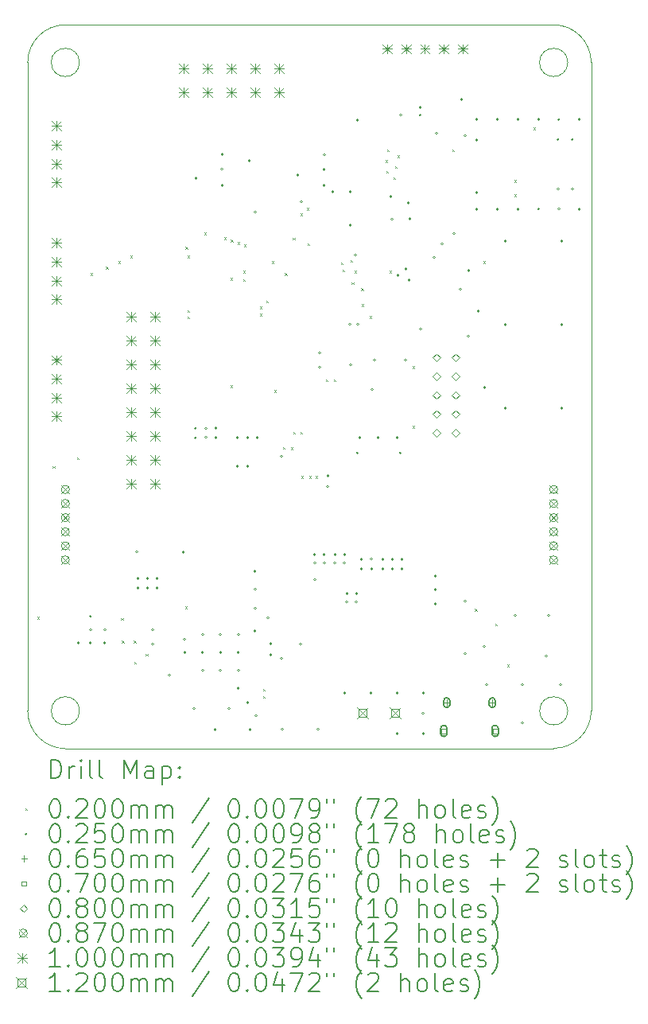
<source format=gbr>
%TF.GenerationSoftware,KiCad,Pcbnew,7.0.1*%
%TF.CreationDate,2023-10-12T07:56:20+02:00*%
%TF.ProjectId,Drv_board,4472765f-626f-4617-9264-2e6b69636164,rev?*%
%TF.SameCoordinates,Original*%
%TF.FileFunction,Drillmap*%
%TF.FilePolarity,Positive*%
%FSLAX45Y45*%
G04 Gerber Fmt 4.5, Leading zero omitted, Abs format (unit mm)*
G04 Created by KiCad (PCBNEW 7.0.1) date 2023-10-12 07:56:20*
%MOMM*%
%LPD*%
G01*
G04 APERTURE LIST*
%ADD10C,0.100000*%
%ADD11C,0.200000*%
%ADD12C,0.020000*%
%ADD13C,0.025000*%
%ADD14C,0.065000*%
%ADD15C,0.070000*%
%ADD16C,0.080000*%
%ADD17C,0.087000*%
%ADD18C,0.120000*%
G04 APERTURE END LIST*
D10*
X15750000Y-7400000D02*
G75*
G03*
X15750000Y-7400000I-150000J0D01*
G01*
X10399996Y-14701218D02*
X15600247Y-14698779D01*
X10000000Y-14300000D02*
G75*
G03*
X10399996Y-14701218I401220J0D01*
G01*
X10400000Y-7000000D02*
G75*
G03*
X10000000Y-7400000I0J-400000D01*
G01*
X10550000Y-7400000D02*
G75*
G03*
X10550000Y-7400000I-150000J0D01*
G01*
X16000000Y-14300000D02*
X16000000Y-7400000D01*
X15600247Y-14698779D02*
G75*
G03*
X16000000Y-14300000I973J398779D01*
G01*
X10000000Y-7400000D02*
X10000000Y-14300000D01*
X15751220Y-14300000D02*
G75*
G03*
X15751220Y-14300000I-150000J0D01*
G01*
X15600000Y-7000000D02*
X10400000Y-7000000D01*
X10551220Y-14300000D02*
G75*
G03*
X10551220Y-14300000I-150000J0D01*
G01*
X16000000Y-7400000D02*
G75*
G03*
X15600000Y-7000000I-400000J0D01*
G01*
D11*
D12*
X10099200Y-13299600D02*
X10119200Y-13319600D01*
X10119200Y-13299600D02*
X10099200Y-13319600D01*
X10266840Y-11696860D02*
X10286840Y-11716860D01*
X10286840Y-11696860D02*
X10266840Y-11716860D01*
X10525920Y-11600340D02*
X10545920Y-11620340D01*
X10545920Y-11600340D02*
X10525920Y-11620340D01*
X10670700Y-9642000D02*
X10690700Y-9662000D01*
X10690700Y-9642000D02*
X10670700Y-9662000D01*
X10832300Y-9575000D02*
X10852300Y-9595000D01*
X10852300Y-9575000D02*
X10832300Y-9595000D01*
X10962800Y-9515050D02*
X10982800Y-9535050D01*
X10982800Y-9515050D02*
X10962800Y-9535050D01*
X10994500Y-13311160D02*
X11014500Y-13331160D01*
X11014500Y-13311160D02*
X10994500Y-13331160D01*
X11002120Y-13555000D02*
X11022120Y-13575000D01*
X11022120Y-13555000D02*
X11002120Y-13575000D01*
X11089800Y-9455050D02*
X11109800Y-9475050D01*
X11109800Y-9455050D02*
X11089800Y-9475050D01*
X11129120Y-13555000D02*
X11149120Y-13575000D01*
X11149120Y-13555000D02*
X11129120Y-13575000D01*
X11134200Y-13781060D02*
X11154200Y-13801060D01*
X11154200Y-13781060D02*
X11134200Y-13801060D01*
X11256120Y-13694700D02*
X11276120Y-13714700D01*
X11276120Y-13694700D02*
X11256120Y-13714700D01*
X11675220Y-13189240D02*
X11695220Y-13209240D01*
X11695220Y-13189240D02*
X11675220Y-13209240D01*
X11679950Y-9362600D02*
X11699950Y-9382600D01*
X11699950Y-9362600D02*
X11679950Y-9382600D01*
X11699400Y-9455050D02*
X11719400Y-9475050D01*
X11719400Y-9455050D02*
X11699400Y-9475050D01*
X11699400Y-10035700D02*
X11719400Y-10055700D01*
X11719400Y-10035700D02*
X11699400Y-10055700D01*
X11699400Y-10105650D02*
X11719400Y-10125650D01*
X11719400Y-10105650D02*
X11699400Y-10125650D01*
X11877200Y-9210200D02*
X11897200Y-9230200D01*
X11897200Y-9210200D02*
X11877200Y-9230200D01*
X12091730Y-9261000D02*
X12111730Y-9281000D01*
X12111730Y-9261000D02*
X12091730Y-9281000D01*
X12156600Y-9692800D02*
X12176600Y-9712800D01*
X12176600Y-9692800D02*
X12156600Y-9712800D01*
X12156600Y-10835800D02*
X12176600Y-10855800D01*
X12176600Y-10835800D02*
X12156600Y-10855800D01*
X12161680Y-9286400D02*
X12181680Y-9306400D01*
X12181680Y-9286400D02*
X12161680Y-9306400D01*
X12232800Y-9311800D02*
X12252800Y-9331800D01*
X12252800Y-9311800D02*
X12232800Y-9331800D01*
X12296300Y-9616600D02*
X12316300Y-9636600D01*
X12316300Y-9616600D02*
X12296300Y-9636600D01*
X12296300Y-9705500D02*
X12316300Y-9725500D01*
X12316300Y-9705500D02*
X12296300Y-9725500D01*
X12302743Y-9337200D02*
X12322743Y-9357200D01*
X12322743Y-9337200D02*
X12302743Y-9357200D01*
X12474100Y-9997600D02*
X12494100Y-10017600D01*
X12494100Y-9997600D02*
X12474100Y-10017600D01*
X12474100Y-10073800D02*
X12494100Y-10093800D01*
X12494100Y-10073800D02*
X12474100Y-10093800D01*
X12505800Y-14065540D02*
X12525800Y-14085540D01*
X12525800Y-14065540D02*
X12505800Y-14085540D01*
X12505800Y-14141740D02*
X12525800Y-14161740D01*
X12525800Y-14141740D02*
X12505800Y-14161740D01*
X12537600Y-9934100D02*
X12557600Y-9954100D01*
X12557600Y-9934100D02*
X12537600Y-9954100D01*
X12601100Y-9515000D02*
X12621100Y-9535000D01*
X12621100Y-9515000D02*
X12601100Y-9535000D01*
X12626500Y-10886600D02*
X12646500Y-10906600D01*
X12646500Y-10886600D02*
X12626500Y-10906600D01*
X12717459Y-11494141D02*
X12737459Y-11514141D01*
X12737459Y-11494141D02*
X12717459Y-11514141D01*
X12737300Y-9642000D02*
X12757300Y-9662000D01*
X12757300Y-9642000D02*
X12737300Y-9662000D01*
X12804300Y-11496200D02*
X12824300Y-11516200D01*
X12824300Y-11496200D02*
X12804300Y-11516200D01*
X12823350Y-9264550D02*
X12843350Y-9284550D01*
X12843350Y-9264550D02*
X12823350Y-9284550D01*
X12824620Y-11331100D02*
X12844620Y-11351100D01*
X12844620Y-11331100D02*
X12824620Y-11351100D01*
X12905900Y-9007000D02*
X12925900Y-9027000D01*
X12925900Y-9007000D02*
X12905900Y-9027000D01*
X12905900Y-11331100D02*
X12925900Y-11351100D01*
X12925900Y-11331100D02*
X12905900Y-11351100D01*
X12913520Y-11801000D02*
X12933520Y-11821000D01*
X12933520Y-11801000D02*
X12913520Y-11821000D01*
X12969400Y-8947000D02*
X12989400Y-8967000D01*
X12989400Y-8947000D02*
X12969400Y-8967000D01*
X12982100Y-9324500D02*
X13002100Y-9344500D01*
X13002100Y-9324500D02*
X12982100Y-9344500D01*
X12994800Y-11801000D02*
X13014800Y-11821000D01*
X13014800Y-11801000D02*
X12994800Y-11821000D01*
X13065920Y-11801000D02*
X13085920Y-11821000D01*
X13085920Y-11801000D02*
X13065920Y-11821000D01*
X13172600Y-10772300D02*
X13192600Y-10792300D01*
X13192600Y-10772300D02*
X13172600Y-10792300D01*
X13261500Y-10772300D02*
X13281500Y-10792300D01*
X13281500Y-10772300D02*
X13261500Y-10792300D01*
X13337700Y-9527700D02*
X13357700Y-9547700D01*
X13357700Y-9527700D02*
X13337700Y-9547700D01*
X13350400Y-9603900D02*
X13370400Y-9623900D01*
X13370400Y-9603900D02*
X13350400Y-9623900D01*
X13437267Y-9503800D02*
X13457267Y-9523800D01*
X13457267Y-9503800D02*
X13437267Y-9523800D01*
X13449477Y-9741077D02*
X13469477Y-9761077D01*
X13469477Y-9741077D02*
X13449477Y-9761077D01*
X13477400Y-9616600D02*
X13497400Y-9636600D01*
X13497400Y-9616600D02*
X13477400Y-9636600D01*
X13550782Y-9804732D02*
X13570782Y-9824732D01*
X13570782Y-9804732D02*
X13550782Y-9824732D01*
X13553600Y-9972450D02*
X13573600Y-9992450D01*
X13573600Y-9972450D02*
X13553600Y-9992450D01*
X13642500Y-10099200D02*
X13662500Y-10119200D01*
X13662500Y-10099200D02*
X13642500Y-10119200D01*
X13807600Y-8441600D02*
X13827600Y-8461600D01*
X13827600Y-8441600D02*
X13807600Y-8461600D01*
X13817760Y-8556500D02*
X13837760Y-8576500D01*
X13837760Y-8556500D02*
X13817760Y-8576500D01*
X13827920Y-8326650D02*
X13847920Y-8346650D01*
X13847920Y-8326650D02*
X13827920Y-8346650D01*
X13853350Y-9616600D02*
X13873350Y-9636600D01*
X13873350Y-9616600D02*
X13853350Y-9636600D01*
X13896500Y-8620600D02*
X13916500Y-8640600D01*
X13916500Y-8620600D02*
X13896500Y-8640600D01*
X13909200Y-8505650D02*
X13929200Y-8525650D01*
X13929200Y-8505650D02*
X13909200Y-8525650D01*
X13935260Y-8390750D02*
X13955260Y-8410750D01*
X13955260Y-8390750D02*
X13935260Y-8410750D01*
X14099700Y-10632600D02*
X14119700Y-10652600D01*
X14119700Y-10632600D02*
X14099700Y-10652600D01*
X14099700Y-11267600D02*
X14119700Y-11287600D01*
X14119700Y-11267600D02*
X14099700Y-11287600D01*
X14521323Y-8323723D02*
X14541323Y-8343723D01*
X14541323Y-8323723D02*
X14521323Y-8343723D01*
X14761820Y-13214250D02*
X14781820Y-13234250D01*
X14781820Y-13214250D02*
X14761820Y-13234250D01*
X14849000Y-9515000D02*
X14869000Y-9535000D01*
X14869000Y-9515000D02*
X14849000Y-9535000D01*
X14980220Y-13374200D02*
X15000220Y-13394200D01*
X15000220Y-13374200D02*
X14980220Y-13394200D01*
X15104220Y-13809000D02*
X15124220Y-13829000D01*
X15124220Y-13809000D02*
X15104220Y-13829000D01*
X15179200Y-8651400D02*
X15199200Y-8671400D01*
X15199200Y-8651400D02*
X15179200Y-8671400D01*
X15179200Y-8803800D02*
X15199200Y-8823800D01*
X15199200Y-8803800D02*
X15179200Y-8823800D01*
X15382400Y-8092600D02*
X15402400Y-8112600D01*
X15402400Y-8092600D02*
X15382400Y-8112600D01*
D13*
X10553500Y-13576300D02*
G75*
G03*
X10553500Y-13576300I-12500J0D01*
G01*
X10680500Y-13436600D02*
G75*
G03*
X10680500Y-13436600I-12500J0D01*
G01*
X10680500Y-13576300D02*
G75*
G03*
X10680500Y-13576300I-12500J0D01*
G01*
X10681720Y-13296900D02*
G75*
G03*
X10681720Y-13296900I-12500J0D01*
G01*
X10832900Y-13436600D02*
G75*
G03*
X10832900Y-13436600I-12500J0D01*
G01*
X10832900Y-13576300D02*
G75*
G03*
X10832900Y-13576300I-12500J0D01*
G01*
X11173260Y-12608560D02*
G75*
G03*
X11173260Y-12608560I-12500J0D01*
G01*
X11188500Y-12890500D02*
G75*
G03*
X11188500Y-12890500I-12500J0D01*
G01*
X11188500Y-12992100D02*
G75*
G03*
X11188500Y-12992100I-12500J0D01*
G01*
X11290100Y-12890500D02*
G75*
G03*
X11290100Y-12890500I-12500J0D01*
G01*
X11290100Y-12992100D02*
G75*
G03*
X11290100Y-12992100I-12500J0D01*
G01*
X11343570Y-13436600D02*
G75*
G03*
X11343570Y-13436600I-12500J0D01*
G01*
X11343570Y-13589000D02*
G75*
G03*
X11343570Y-13589000I-12500J0D01*
G01*
X11391700Y-12890500D02*
G75*
G03*
X11391700Y-12890500I-12500J0D01*
G01*
X11391700Y-12992100D02*
G75*
G03*
X11391700Y-12992100I-12500J0D01*
G01*
X11519920Y-13920600D02*
G75*
G03*
X11519920Y-13920600I-12500J0D01*
G01*
X11671100Y-12611100D02*
G75*
G03*
X11671100Y-12611100I-12500J0D01*
G01*
X11683800Y-13538200D02*
G75*
G03*
X11683800Y-13538200I-12500J0D01*
G01*
X11683800Y-13677900D02*
G75*
G03*
X11683800Y-13677900I-12500J0D01*
G01*
X11785400Y-14274800D02*
G75*
G03*
X11785400Y-14274800I-12500J0D01*
G01*
X11798100Y-11292840D02*
G75*
G03*
X11798100Y-11292840I-12500J0D01*
G01*
X11798100Y-11394440D02*
G75*
G03*
X11798100Y-11394440I-12500J0D01*
G01*
X11803180Y-8631950D02*
G75*
G03*
X11803180Y-8631950I-12500J0D01*
G01*
X11874300Y-13487400D02*
G75*
G03*
X11874300Y-13487400I-12500J0D01*
G01*
X11874300Y-13677900D02*
G75*
G03*
X11874300Y-13677900I-12500J0D01*
G01*
X11874300Y-13868400D02*
G75*
G03*
X11874300Y-13868400I-12500J0D01*
G01*
X11909860Y-11292840D02*
G75*
G03*
X11909860Y-11292840I-12500J0D01*
G01*
X11909860Y-11391900D02*
G75*
G03*
X11909860Y-11391900I-12500J0D01*
G01*
X12006380Y-14498320D02*
G75*
G03*
X12006380Y-14498320I-12500J0D01*
G01*
X12014000Y-11292840D02*
G75*
G03*
X12014000Y-11292840I-12500J0D01*
G01*
X12014000Y-11394440D02*
G75*
G03*
X12014000Y-11394440I-12500J0D01*
G01*
X12064800Y-13487400D02*
G75*
G03*
X12064800Y-13487400I-12500J0D01*
G01*
X12064800Y-13677900D02*
G75*
G03*
X12064800Y-13677900I-12500J0D01*
G01*
X12064800Y-13868400D02*
G75*
G03*
X12064800Y-13868400I-12500J0D01*
G01*
X12081647Y-8535734D02*
G75*
G03*
X12081647Y-8535734I-12500J0D01*
G01*
X12082580Y-8378220D02*
G75*
G03*
X12082580Y-8378220I-12500J0D01*
G01*
X12082580Y-8708420D02*
G75*
G03*
X12082580Y-8708420I-12500J0D01*
G01*
X12153700Y-14274800D02*
G75*
G03*
X12153700Y-14274800I-12500J0D01*
G01*
X12242600Y-11391900D02*
G75*
G03*
X12242600Y-11391900I-12500J0D01*
G01*
X12242600Y-11696700D02*
G75*
G03*
X12242600Y-11696700I-12500J0D01*
G01*
X12255300Y-13487400D02*
G75*
G03*
X12255300Y-13487400I-12500J0D01*
G01*
X12255300Y-13677900D02*
G75*
G03*
X12255300Y-13677900I-12500J0D01*
G01*
X12255300Y-13868400D02*
G75*
G03*
X12255300Y-13868400I-12500J0D01*
G01*
X12255300Y-14058900D02*
G75*
G03*
X12255300Y-14058900I-12500J0D01*
G01*
X12354360Y-11389360D02*
G75*
G03*
X12354360Y-11389360I-12500J0D01*
G01*
X12356900Y-11696700D02*
G75*
G03*
X12356900Y-11696700I-12500J0D01*
G01*
X12356900Y-14211300D02*
G75*
G03*
X12356900Y-14211300I-12500J0D01*
G01*
X12369600Y-8446820D02*
G75*
G03*
X12369600Y-8446820I-12500J0D01*
G01*
X12379760Y-14498320D02*
G75*
G03*
X12379760Y-14498320I-12500J0D01*
G01*
X12433100Y-8991600D02*
G75*
G03*
X12433100Y-8991600I-12500J0D01*
G01*
X12433100Y-12814300D02*
G75*
G03*
X12433100Y-12814300I-12500J0D01*
G01*
X12433100Y-13004800D02*
G75*
G03*
X12433100Y-13004800I-12500J0D01*
G01*
X12433100Y-13208000D02*
G75*
G03*
X12433100Y-13208000I-12500J0D01*
G01*
X12433100Y-13449300D02*
G75*
G03*
X12433100Y-13449300I-12500J0D01*
G01*
X12445800Y-14351000D02*
G75*
G03*
X12445800Y-14351000I-12500J0D01*
G01*
X12458500Y-11391900D02*
G75*
G03*
X12458500Y-11391900I-12500J0D01*
G01*
X12572800Y-13309600D02*
G75*
G03*
X12572800Y-13309600I-12500J0D01*
G01*
X12599420Y-13587860D02*
G75*
G03*
X12599420Y-13587860I-12500J0D01*
G01*
X12599420Y-13704700D02*
G75*
G03*
X12599420Y-13704700I-12500J0D01*
G01*
X12713720Y-13742800D02*
G75*
G03*
X12713720Y-13742800I-12500J0D01*
G01*
X12713950Y-11595100D02*
G75*
G03*
X12713950Y-11595100I-12500J0D01*
G01*
X12722660Y-14498320D02*
G75*
G03*
X12722660Y-14498320I-12500J0D01*
G01*
X12889060Y-8597980D02*
G75*
G03*
X12889060Y-8597980I-12500J0D01*
G01*
X12916920Y-13590400D02*
G75*
G03*
X12916920Y-13590400I-12500J0D01*
G01*
X12925860Y-8879840D02*
G75*
G03*
X12925860Y-8879840I-12500J0D01*
G01*
X13068100Y-12636500D02*
G75*
G03*
X13068100Y-12636500I-12500J0D01*
G01*
X13068100Y-12725400D02*
G75*
G03*
X13068100Y-12725400I-12500J0D01*
G01*
X13068100Y-12903200D02*
G75*
G03*
X13068100Y-12903200I-12500J0D01*
G01*
X13103660Y-14498320D02*
G75*
G03*
X13103660Y-14498320I-12500J0D01*
G01*
X13118900Y-10490200D02*
G75*
G03*
X13118900Y-10490200I-12500J0D01*
G01*
X13118900Y-10642600D02*
G75*
G03*
X13118900Y-10642600I-12500J0D01*
G01*
X13168400Y-8710900D02*
G75*
G03*
X13168400Y-8710900I-12500J0D01*
G01*
X13169700Y-8382000D02*
G75*
G03*
X13169700Y-8382000I-12500J0D01*
G01*
X13169700Y-8539480D02*
G75*
G03*
X13169700Y-8539480I-12500J0D01*
G01*
X13169700Y-12636500D02*
G75*
G03*
X13169700Y-12636500I-12500J0D01*
G01*
X13169700Y-12725400D02*
G75*
G03*
X13169700Y-12725400I-12500J0D01*
G01*
X13207800Y-11798300D02*
G75*
G03*
X13207800Y-11798300I-12500J0D01*
G01*
X13207800Y-11912600D02*
G75*
G03*
X13207800Y-11912600I-12500J0D01*
G01*
X13258600Y-8775700D02*
G75*
G03*
X13258600Y-8775700I-12500J0D01*
G01*
X13284000Y-12636500D02*
G75*
G03*
X13284000Y-12636500I-12500J0D01*
G01*
X13284000Y-12725400D02*
G75*
G03*
X13284000Y-12725400I-12500J0D01*
G01*
X13385600Y-12636500D02*
G75*
G03*
X13385600Y-12636500I-12500J0D01*
G01*
X13385600Y-12725400D02*
G75*
G03*
X13385600Y-12725400I-12500J0D01*
G01*
X13385600Y-14109700D02*
G75*
G03*
X13385600Y-14109700I-12500J0D01*
G01*
X13411000Y-13050520D02*
G75*
G03*
X13411000Y-13050520I-12500J0D01*
G01*
X13411000Y-13139420D02*
G75*
G03*
X13411000Y-13139420I-12500J0D01*
G01*
X13445350Y-10185400D02*
G75*
G03*
X13445350Y-10185400I-12500J0D01*
G01*
X13449100Y-8775700D02*
G75*
G03*
X13449100Y-8775700I-12500J0D01*
G01*
X13449100Y-9131300D02*
G75*
G03*
X13449100Y-9131300I-12500J0D01*
G01*
X13449100Y-10617200D02*
G75*
G03*
X13449100Y-10617200I-12500J0D01*
G01*
X13499900Y-9448800D02*
G75*
G03*
X13499900Y-9448800I-12500J0D01*
G01*
X13512600Y-13050520D02*
G75*
G03*
X13512600Y-13050520I-12500J0D01*
G01*
X13512600Y-13139420D02*
G75*
G03*
X13512600Y-13139420I-12500J0D01*
G01*
X13522300Y-11557000D02*
G75*
G03*
X13522300Y-11557000I-12500J0D01*
G01*
X13525300Y-8013700D02*
G75*
G03*
X13525300Y-8013700I-12500J0D01*
G01*
X13525300Y-10185400D02*
G75*
G03*
X13525300Y-10185400I-12500J0D01*
G01*
X13550700Y-11391900D02*
G75*
G03*
X13550700Y-11391900I-12500J0D01*
G01*
X13565940Y-12684760D02*
G75*
G03*
X13565940Y-12684760I-12500J0D01*
G01*
X13565940Y-12786360D02*
G75*
G03*
X13565940Y-12786360I-12500J0D01*
G01*
X13665000Y-14109700D02*
G75*
G03*
X13665000Y-14109700I-12500J0D01*
G01*
X13672620Y-12684760D02*
G75*
G03*
X13672620Y-12684760I-12500J0D01*
G01*
X13672620Y-12788900D02*
G75*
G03*
X13672620Y-12788900I-12500J0D01*
G01*
X13677700Y-10882450D02*
G75*
G03*
X13677700Y-10882450I-12500J0D01*
G01*
X13703100Y-10566400D02*
G75*
G03*
X13703100Y-10566400I-12500J0D01*
G01*
X13741200Y-11391900D02*
G75*
G03*
X13741200Y-11391900I-12500J0D01*
G01*
X13793220Y-12688700D02*
G75*
G03*
X13793220Y-12688700I-12500J0D01*
G01*
X13793220Y-12790300D02*
G75*
G03*
X13793220Y-12790300I-12500J0D01*
G01*
X13880900Y-8826500D02*
G75*
G03*
X13880900Y-8826500I-12500J0D01*
G01*
X13893600Y-9067800D02*
G75*
G03*
X13893600Y-9067800I-12500J0D01*
G01*
X13894820Y-12688700D02*
G75*
G03*
X13894820Y-12688700I-12500J0D01*
G01*
X13894820Y-12790300D02*
G75*
G03*
X13894820Y-12790300I-12500J0D01*
G01*
X13944400Y-11391900D02*
G75*
G03*
X13944400Y-11391900I-12500J0D01*
G01*
X13944400Y-14109700D02*
G75*
G03*
X13944400Y-14109700I-12500J0D01*
G01*
X13944400Y-14541500D02*
G75*
G03*
X13944400Y-14541500I-12500J0D01*
G01*
X13957100Y-9664700D02*
G75*
G03*
X13957100Y-9664700I-12500J0D01*
G01*
X13979500Y-11557000D02*
G75*
G03*
X13979500Y-11557000I-12500J0D01*
G01*
X13982500Y-7960360D02*
G75*
G03*
X13982500Y-7960360I-12500J0D01*
G01*
X13996420Y-12688700D02*
G75*
G03*
X13996420Y-12688700I-12500J0D01*
G01*
X13996420Y-12790300D02*
G75*
G03*
X13996420Y-12790300I-12500J0D01*
G01*
X14033300Y-10566400D02*
G75*
G03*
X14033300Y-10566400I-12500J0D01*
G01*
X14038380Y-9596120D02*
G75*
G03*
X14038380Y-9596120I-12500J0D01*
G01*
X14063053Y-8893047D02*
G75*
G03*
X14063053Y-8893047I-12500J0D01*
G01*
X14071400Y-9715500D02*
G75*
G03*
X14071400Y-9715500I-12500J0D01*
G01*
X14081560Y-9068040D02*
G75*
G03*
X14081560Y-9068040I-12500J0D01*
G01*
X14190780Y-7879080D02*
G75*
G03*
X14190780Y-7879080I-12500J0D01*
G01*
X14190780Y-7960360D02*
G75*
G03*
X14190780Y-7960360I-12500J0D01*
G01*
X14198400Y-10236200D02*
G75*
G03*
X14198400Y-10236200I-12500J0D01*
G01*
X14223800Y-14109700D02*
G75*
G03*
X14223800Y-14109700I-12500J0D01*
G01*
X14223800Y-14325600D02*
G75*
G03*
X14223800Y-14325600I-12500J0D01*
G01*
X14223800Y-14541500D02*
G75*
G03*
X14223800Y-14541500I-12500J0D01*
G01*
X14338100Y-9474200D02*
G75*
G03*
X14338100Y-9474200I-12500J0D01*
G01*
X14352020Y-12866500D02*
G75*
G03*
X14352020Y-12866500I-12500J0D01*
G01*
X14352020Y-13006200D02*
G75*
G03*
X14352020Y-13006200I-12500J0D01*
G01*
X14352020Y-13158600D02*
G75*
G03*
X14352020Y-13158600I-12500J0D01*
G01*
X14363500Y-8153400D02*
G75*
G03*
X14363500Y-8153400I-12500J0D01*
G01*
X14427000Y-9332200D02*
G75*
G03*
X14427000Y-9332200I-12500J0D01*
G01*
X14548920Y-9220440D02*
G75*
G03*
X14548920Y-9220440I-12500J0D01*
G01*
X14615784Y-9813540D02*
G75*
G03*
X14615784Y-9813540I-12500J0D01*
G01*
X14632740Y-7792720D02*
G75*
G03*
X14632740Y-7792720I-12500J0D01*
G01*
X14668300Y-8178800D02*
G75*
G03*
X14668300Y-8178800I-12500J0D01*
G01*
X14668300Y-13131800D02*
G75*
G03*
X14668300Y-13131800I-12500J0D01*
G01*
X14668300Y-13690600D02*
G75*
G03*
X14668300Y-13690600I-12500J0D01*
G01*
X14705200Y-9613900D02*
G75*
G03*
X14705200Y-9613900I-12500J0D01*
G01*
X14706400Y-10312400D02*
G75*
G03*
X14706400Y-10312400I-12500J0D01*
G01*
X14795300Y-8006080D02*
G75*
G03*
X14795300Y-8006080I-12500J0D01*
G01*
X14795300Y-8224520D02*
G75*
G03*
X14795300Y-8224520I-12500J0D01*
G01*
X14795300Y-8783320D02*
G75*
G03*
X14795300Y-8783320I-12500J0D01*
G01*
X14795300Y-8961120D02*
G75*
G03*
X14795300Y-8961120I-12500J0D01*
G01*
X14806800Y-10045700D02*
G75*
G03*
X14806800Y-10045700I-12500J0D01*
G01*
X14872720Y-13615800D02*
G75*
G03*
X14872720Y-13615800I-12500J0D01*
G01*
X14877900Y-10858500D02*
G75*
G03*
X14877900Y-10858500I-12500J0D01*
G01*
X14896900Y-14020800D02*
G75*
G03*
X14896900Y-14020800I-12500J0D01*
G01*
X15013740Y-8006080D02*
G75*
G03*
X15013740Y-8006080I-12500J0D01*
G01*
X15013740Y-8961120D02*
G75*
G03*
X15013740Y-8961120I-12500J0D01*
G01*
X15100100Y-9300000D02*
G75*
G03*
X15100100Y-9300000I-12500J0D01*
G01*
X15100100Y-10189000D02*
G75*
G03*
X15100100Y-10189000I-12500J0D01*
G01*
X15100100Y-11078000D02*
G75*
G03*
X15100100Y-11078000I-12500J0D01*
G01*
X15201700Y-13284200D02*
G75*
G03*
X15201700Y-13284200I-12500J0D01*
G01*
X15232180Y-8006080D02*
G75*
G03*
X15232180Y-8006080I-12500J0D01*
G01*
X15232180Y-8961120D02*
G75*
G03*
X15232180Y-8961120I-12500J0D01*
G01*
X15279120Y-14022200D02*
G75*
G03*
X15279120Y-14022200I-12500J0D01*
G01*
X15279120Y-14428600D02*
G75*
G03*
X15279120Y-14428600I-12500J0D01*
G01*
X15450620Y-8006080D02*
G75*
G03*
X15450620Y-8006080I-12500J0D01*
G01*
X15450620Y-8961120D02*
G75*
G03*
X15450620Y-8961120I-12500J0D01*
G01*
X15531900Y-13716000D02*
G75*
G03*
X15531900Y-13716000I-12500J0D01*
G01*
X15557300Y-13284200D02*
G75*
G03*
X15557300Y-13284200I-12500J0D01*
G01*
X15658900Y-8219440D02*
G75*
G03*
X15658900Y-8219440I-12500J0D01*
G01*
X15658900Y-8747760D02*
G75*
G03*
X15658900Y-8747760I-12500J0D01*
G01*
X15669060Y-8006080D02*
G75*
G03*
X15669060Y-8006080I-12500J0D01*
G01*
X15669060Y-8961120D02*
G75*
G03*
X15669060Y-8961120I-12500J0D01*
G01*
X15685520Y-14022200D02*
G75*
G03*
X15685520Y-14022200I-12500J0D01*
G01*
X15701020Y-9300000D02*
G75*
G03*
X15701020Y-9300000I-12500J0D01*
G01*
X15701020Y-10189000D02*
G75*
G03*
X15701020Y-10189000I-12500J0D01*
G01*
X15701020Y-11078000D02*
G75*
G03*
X15701020Y-11078000I-12500J0D01*
G01*
X15811300Y-8219440D02*
G75*
G03*
X15811300Y-8219440I-12500J0D01*
G01*
X15811300Y-8747760D02*
G75*
G03*
X15811300Y-8747760I-12500J0D01*
G01*
X15887500Y-8006080D02*
G75*
G03*
X15887500Y-8006080I-12500J0D01*
G01*
X15887500Y-8961120D02*
G75*
G03*
X15887500Y-8961120I-12500J0D01*
G01*
D14*
X14462100Y-14180800D02*
X14462100Y-14245800D01*
X14429600Y-14213300D02*
X14494600Y-14213300D01*
D11*
X14494600Y-14233300D02*
X14494600Y-14193300D01*
X14494600Y-14193300D02*
G75*
G03*
X14429600Y-14193300I-32500J0D01*
G01*
X14429600Y-14193300D02*
X14429600Y-14233300D01*
X14429600Y-14233300D02*
G75*
G03*
X14494600Y-14233300I32500J0D01*
G01*
D14*
X14946100Y-14180800D02*
X14946100Y-14245800D01*
X14913600Y-14213300D02*
X14978600Y-14213300D01*
D11*
X14978600Y-14233300D02*
X14978600Y-14193300D01*
X14978600Y-14193300D02*
G75*
G03*
X14913600Y-14193300I-32500J0D01*
G01*
X14913600Y-14193300D02*
X14913600Y-14233300D01*
X14913600Y-14233300D02*
G75*
G03*
X14978600Y-14233300I32500J0D01*
G01*
D15*
X14455849Y-14538049D02*
X14455849Y-14488551D01*
X14406351Y-14488551D01*
X14406351Y-14538049D01*
X14455849Y-14538049D01*
D11*
X14466100Y-14538300D02*
X14466100Y-14488300D01*
X14466100Y-14488300D02*
G75*
G03*
X14396100Y-14488300I-35000J0D01*
G01*
X14396100Y-14488300D02*
X14396100Y-14538300D01*
X14396100Y-14538300D02*
G75*
G03*
X14466100Y-14538300I35000J0D01*
G01*
D15*
X15001849Y-14538049D02*
X15001849Y-14488551D01*
X14952351Y-14488551D01*
X14952351Y-14538049D01*
X15001849Y-14538049D01*
D11*
X15012100Y-14538300D02*
X15012100Y-14488300D01*
X15012100Y-14488300D02*
G75*
G03*
X14942100Y-14488300I-35000J0D01*
G01*
X14942100Y-14488300D02*
X14942100Y-14538300D01*
X14942100Y-14538300D02*
G75*
G03*
X15012100Y-14538300I35000J0D01*
G01*
D16*
X14354200Y-10581000D02*
X14394200Y-10541000D01*
X14354200Y-10501000D01*
X14314200Y-10541000D01*
X14354200Y-10581000D01*
X14354200Y-10781000D02*
X14394200Y-10741000D01*
X14354200Y-10701000D01*
X14314200Y-10741000D01*
X14354200Y-10781000D01*
X14354200Y-10981000D02*
X14394200Y-10941000D01*
X14354200Y-10901000D01*
X14314200Y-10941000D01*
X14354200Y-10981000D01*
X14354200Y-11181000D02*
X14394200Y-11141000D01*
X14354200Y-11101000D01*
X14314200Y-11141000D01*
X14354200Y-11181000D01*
X14354200Y-11381000D02*
X14394200Y-11341000D01*
X14354200Y-11301000D01*
X14314200Y-11341000D01*
X14354200Y-11381000D01*
X14554200Y-10581000D02*
X14594200Y-10541000D01*
X14554200Y-10501000D01*
X14514200Y-10541000D01*
X14554200Y-10581000D01*
X14554200Y-10781000D02*
X14594200Y-10741000D01*
X14554200Y-10701000D01*
X14514200Y-10741000D01*
X14554200Y-10781000D01*
X14554200Y-10981000D02*
X14594200Y-10941000D01*
X14554200Y-10901000D01*
X14514200Y-10941000D01*
X14554200Y-10981000D01*
X14554200Y-11181000D02*
X14594200Y-11141000D01*
X14554200Y-11101000D01*
X14514200Y-11141000D01*
X14554200Y-11181000D01*
X14554200Y-11381000D02*
X14594200Y-11341000D01*
X14554200Y-11301000D01*
X14514200Y-11341000D01*
X14554200Y-11381000D01*
D17*
X10356500Y-11900500D02*
X10443500Y-11987500D01*
X10443500Y-11900500D02*
X10356500Y-11987500D01*
X10443500Y-11944000D02*
G75*
G03*
X10443500Y-11944000I-43500J0D01*
G01*
X10356500Y-12050500D02*
X10443500Y-12137500D01*
X10443500Y-12050500D02*
X10356500Y-12137500D01*
X10443500Y-12094000D02*
G75*
G03*
X10443500Y-12094000I-43500J0D01*
G01*
X10356500Y-12200500D02*
X10443500Y-12287500D01*
X10443500Y-12200500D02*
X10356500Y-12287500D01*
X10443500Y-12244000D02*
G75*
G03*
X10443500Y-12244000I-43500J0D01*
G01*
X10356500Y-12350500D02*
X10443500Y-12437500D01*
X10443500Y-12350500D02*
X10356500Y-12437500D01*
X10443500Y-12394000D02*
G75*
G03*
X10443500Y-12394000I-43500J0D01*
G01*
X10356500Y-12500500D02*
X10443500Y-12587500D01*
X10443500Y-12500500D02*
X10356500Y-12587500D01*
X10443500Y-12544000D02*
G75*
G03*
X10443500Y-12544000I-43500J0D01*
G01*
X10356500Y-12650500D02*
X10443500Y-12737500D01*
X10443500Y-12650500D02*
X10356500Y-12737500D01*
X10443500Y-12694000D02*
G75*
G03*
X10443500Y-12694000I-43500J0D01*
G01*
X15556500Y-11900500D02*
X15643500Y-11987500D01*
X15643500Y-11900500D02*
X15556500Y-11987500D01*
X15643500Y-11944000D02*
G75*
G03*
X15643500Y-11944000I-43500J0D01*
G01*
X15556500Y-12050500D02*
X15643500Y-12137500D01*
X15643500Y-12050500D02*
X15556500Y-12137500D01*
X15643500Y-12094000D02*
G75*
G03*
X15643500Y-12094000I-43500J0D01*
G01*
X15556500Y-12200500D02*
X15643500Y-12287500D01*
X15643500Y-12200500D02*
X15556500Y-12287500D01*
X15643500Y-12244000D02*
G75*
G03*
X15643500Y-12244000I-43500J0D01*
G01*
X15556500Y-12350500D02*
X15643500Y-12437500D01*
X15643500Y-12350500D02*
X15556500Y-12437500D01*
X15643500Y-12394000D02*
G75*
G03*
X15643500Y-12394000I-43500J0D01*
G01*
X15556500Y-12500500D02*
X15643500Y-12587500D01*
X15643500Y-12500500D02*
X15556500Y-12587500D01*
X15643500Y-12544000D02*
G75*
G03*
X15643500Y-12544000I-43500J0D01*
G01*
X15556500Y-12650500D02*
X15643500Y-12737500D01*
X15643500Y-12650500D02*
X15556500Y-12737500D01*
X15643500Y-12694000D02*
G75*
G03*
X15643500Y-12694000I-43500J0D01*
G01*
D10*
X10254000Y-8026600D02*
X10354000Y-8126600D01*
X10354000Y-8026600D02*
X10254000Y-8126600D01*
X10304000Y-8026600D02*
X10304000Y-8126600D01*
X10254000Y-8076600D02*
X10354000Y-8076600D01*
X10254000Y-8226600D02*
X10354000Y-8326600D01*
X10354000Y-8226600D02*
X10254000Y-8326600D01*
X10304000Y-8226600D02*
X10304000Y-8326600D01*
X10254000Y-8276600D02*
X10354000Y-8276600D01*
X10254000Y-8426600D02*
X10354000Y-8526600D01*
X10354000Y-8426600D02*
X10254000Y-8526600D01*
X10304000Y-8426600D02*
X10304000Y-8526600D01*
X10254000Y-8476600D02*
X10354000Y-8476600D01*
X10254000Y-8626600D02*
X10354000Y-8726600D01*
X10354000Y-8626600D02*
X10254000Y-8726600D01*
X10304000Y-8626600D02*
X10304000Y-8726600D01*
X10254000Y-8676600D02*
X10354000Y-8676600D01*
X10254000Y-9271200D02*
X10354000Y-9371200D01*
X10354000Y-9271200D02*
X10254000Y-9371200D01*
X10304000Y-9271200D02*
X10304000Y-9371200D01*
X10254000Y-9321200D02*
X10354000Y-9321200D01*
X10254000Y-9471200D02*
X10354000Y-9571200D01*
X10354000Y-9471200D02*
X10254000Y-9571200D01*
X10304000Y-9471200D02*
X10304000Y-9571200D01*
X10254000Y-9521200D02*
X10354000Y-9521200D01*
X10254000Y-9671200D02*
X10354000Y-9771200D01*
X10354000Y-9671200D02*
X10254000Y-9771200D01*
X10304000Y-9671200D02*
X10304000Y-9771200D01*
X10254000Y-9721200D02*
X10354000Y-9721200D01*
X10254000Y-9871200D02*
X10354000Y-9971200D01*
X10354000Y-9871200D02*
X10254000Y-9971200D01*
X10304000Y-9871200D02*
X10304000Y-9971200D01*
X10254000Y-9921200D02*
X10354000Y-9921200D01*
X10254780Y-10516400D02*
X10354780Y-10616400D01*
X10354780Y-10516400D02*
X10254780Y-10616400D01*
X10304780Y-10516400D02*
X10304780Y-10616400D01*
X10254780Y-10566400D02*
X10354780Y-10566400D01*
X10254780Y-10716400D02*
X10354780Y-10816400D01*
X10354780Y-10716400D02*
X10254780Y-10816400D01*
X10304780Y-10716400D02*
X10304780Y-10816400D01*
X10254780Y-10766400D02*
X10354780Y-10766400D01*
X10254780Y-10916400D02*
X10354780Y-11016400D01*
X10354780Y-10916400D02*
X10254780Y-11016400D01*
X10304780Y-10916400D02*
X10304780Y-11016400D01*
X10254780Y-10966400D02*
X10354780Y-10966400D01*
X10254780Y-11116400D02*
X10354780Y-11216400D01*
X10354780Y-11116400D02*
X10254780Y-11216400D01*
X10304780Y-11116400D02*
X10304780Y-11216400D01*
X10254780Y-11166400D02*
X10354780Y-11166400D01*
X11049800Y-10058700D02*
X11149800Y-10158700D01*
X11149800Y-10058700D02*
X11049800Y-10158700D01*
X11099800Y-10058700D02*
X11099800Y-10158700D01*
X11049800Y-10108700D02*
X11149800Y-10108700D01*
X11049800Y-10312700D02*
X11149800Y-10412700D01*
X11149800Y-10312700D02*
X11049800Y-10412700D01*
X11099800Y-10312700D02*
X11099800Y-10412700D01*
X11049800Y-10362700D02*
X11149800Y-10362700D01*
X11049800Y-10566700D02*
X11149800Y-10666700D01*
X11149800Y-10566700D02*
X11049800Y-10666700D01*
X11099800Y-10566700D02*
X11099800Y-10666700D01*
X11049800Y-10616700D02*
X11149800Y-10616700D01*
X11049800Y-10820700D02*
X11149800Y-10920700D01*
X11149800Y-10820700D02*
X11049800Y-10920700D01*
X11099800Y-10820700D02*
X11099800Y-10920700D01*
X11049800Y-10870700D02*
X11149800Y-10870700D01*
X11049800Y-11074700D02*
X11149800Y-11174700D01*
X11149800Y-11074700D02*
X11049800Y-11174700D01*
X11099800Y-11074700D02*
X11099800Y-11174700D01*
X11049800Y-11124700D02*
X11149800Y-11124700D01*
X11049800Y-11328700D02*
X11149800Y-11428700D01*
X11149800Y-11328700D02*
X11049800Y-11428700D01*
X11099800Y-11328700D02*
X11099800Y-11428700D01*
X11049800Y-11378700D02*
X11149800Y-11378700D01*
X11049800Y-11582700D02*
X11149800Y-11682700D01*
X11149800Y-11582700D02*
X11049800Y-11682700D01*
X11099800Y-11582700D02*
X11099800Y-11682700D01*
X11049800Y-11632700D02*
X11149800Y-11632700D01*
X11049800Y-11836700D02*
X11149800Y-11936700D01*
X11149800Y-11836700D02*
X11049800Y-11936700D01*
X11099800Y-11836700D02*
X11099800Y-11936700D01*
X11049800Y-11886700D02*
X11149800Y-11886700D01*
X11303800Y-10058700D02*
X11403800Y-10158700D01*
X11403800Y-10058700D02*
X11303800Y-10158700D01*
X11353800Y-10058700D02*
X11353800Y-10158700D01*
X11303800Y-10108700D02*
X11403800Y-10108700D01*
X11303800Y-10312700D02*
X11403800Y-10412700D01*
X11403800Y-10312700D02*
X11303800Y-10412700D01*
X11353800Y-10312700D02*
X11353800Y-10412700D01*
X11303800Y-10362700D02*
X11403800Y-10362700D01*
X11303800Y-10566700D02*
X11403800Y-10666700D01*
X11403800Y-10566700D02*
X11303800Y-10666700D01*
X11353800Y-10566700D02*
X11353800Y-10666700D01*
X11303800Y-10616700D02*
X11403800Y-10616700D01*
X11303800Y-10820700D02*
X11403800Y-10920700D01*
X11403800Y-10820700D02*
X11303800Y-10920700D01*
X11353800Y-10820700D02*
X11353800Y-10920700D01*
X11303800Y-10870700D02*
X11403800Y-10870700D01*
X11303800Y-11074700D02*
X11403800Y-11174700D01*
X11403800Y-11074700D02*
X11303800Y-11174700D01*
X11353800Y-11074700D02*
X11353800Y-11174700D01*
X11303800Y-11124700D02*
X11403800Y-11124700D01*
X11303800Y-11328700D02*
X11403800Y-11428700D01*
X11403800Y-11328700D02*
X11303800Y-11428700D01*
X11353800Y-11328700D02*
X11353800Y-11428700D01*
X11303800Y-11378700D02*
X11403800Y-11378700D01*
X11303800Y-11582700D02*
X11403800Y-11682700D01*
X11403800Y-11582700D02*
X11303800Y-11682700D01*
X11353800Y-11582700D02*
X11353800Y-11682700D01*
X11303800Y-11632700D02*
X11403800Y-11632700D01*
X11303800Y-11836700D02*
X11403800Y-11936700D01*
X11403800Y-11836700D02*
X11303800Y-11936700D01*
X11353800Y-11836700D02*
X11353800Y-11936700D01*
X11303800Y-11886700D02*
X11403800Y-11886700D01*
X11608600Y-7416650D02*
X11708600Y-7516650D01*
X11708600Y-7416650D02*
X11608600Y-7516650D01*
X11658600Y-7416650D02*
X11658600Y-7516650D01*
X11608600Y-7466650D02*
X11708600Y-7466650D01*
X11608600Y-7670650D02*
X11708600Y-7770650D01*
X11708600Y-7670650D02*
X11608600Y-7770650D01*
X11658600Y-7670650D02*
X11658600Y-7770650D01*
X11608600Y-7720650D02*
X11708600Y-7720650D01*
X11862600Y-7416650D02*
X11962600Y-7516650D01*
X11962600Y-7416650D02*
X11862600Y-7516650D01*
X11912600Y-7416650D02*
X11912600Y-7516650D01*
X11862600Y-7466650D02*
X11962600Y-7466650D01*
X11862600Y-7670650D02*
X11962600Y-7770650D01*
X11962600Y-7670650D02*
X11862600Y-7770650D01*
X11912600Y-7670650D02*
X11912600Y-7770650D01*
X11862600Y-7720650D02*
X11962600Y-7720650D01*
X12116600Y-7416650D02*
X12216600Y-7516650D01*
X12216600Y-7416650D02*
X12116600Y-7516650D01*
X12166600Y-7416650D02*
X12166600Y-7516650D01*
X12116600Y-7466650D02*
X12216600Y-7466650D01*
X12116600Y-7670650D02*
X12216600Y-7770650D01*
X12216600Y-7670650D02*
X12116600Y-7770650D01*
X12166600Y-7670650D02*
X12166600Y-7770650D01*
X12116600Y-7720650D02*
X12216600Y-7720650D01*
X12370600Y-7416650D02*
X12470600Y-7516650D01*
X12470600Y-7416650D02*
X12370600Y-7516650D01*
X12420600Y-7416650D02*
X12420600Y-7516650D01*
X12370600Y-7466650D02*
X12470600Y-7466650D01*
X12370600Y-7670650D02*
X12470600Y-7770650D01*
X12470600Y-7670650D02*
X12370600Y-7770650D01*
X12420600Y-7670650D02*
X12420600Y-7770650D01*
X12370600Y-7720650D02*
X12470600Y-7720650D01*
X12624600Y-7416650D02*
X12724600Y-7516650D01*
X12724600Y-7416650D02*
X12624600Y-7516650D01*
X12674600Y-7416650D02*
X12674600Y-7516650D01*
X12624600Y-7466650D02*
X12724600Y-7466650D01*
X12624600Y-7670650D02*
X12724600Y-7770650D01*
X12724600Y-7670650D02*
X12624600Y-7770650D01*
X12674600Y-7670650D02*
X12674600Y-7770650D01*
X12624600Y-7720650D02*
X12724600Y-7720650D01*
X13779400Y-7206000D02*
X13879400Y-7306000D01*
X13879400Y-7206000D02*
X13779400Y-7306000D01*
X13829400Y-7206000D02*
X13829400Y-7306000D01*
X13779400Y-7256000D02*
X13879400Y-7256000D01*
X13979400Y-7206000D02*
X14079400Y-7306000D01*
X14079400Y-7206000D02*
X13979400Y-7306000D01*
X14029400Y-7206000D02*
X14029400Y-7306000D01*
X13979400Y-7256000D02*
X14079400Y-7256000D01*
X14179400Y-7206000D02*
X14279400Y-7306000D01*
X14279400Y-7206000D02*
X14179400Y-7306000D01*
X14229400Y-7206000D02*
X14229400Y-7306000D01*
X14179400Y-7256000D02*
X14279400Y-7256000D01*
X14379400Y-7206000D02*
X14479400Y-7306000D01*
X14479400Y-7206000D02*
X14379400Y-7306000D01*
X14429400Y-7206000D02*
X14429400Y-7306000D01*
X14379400Y-7256000D02*
X14479400Y-7256000D01*
X14579400Y-7206000D02*
X14679400Y-7306000D01*
X14679400Y-7206000D02*
X14579400Y-7306000D01*
X14629400Y-7206000D02*
X14629400Y-7306000D01*
X14579400Y-7256000D02*
X14679400Y-7256000D01*
D18*
X13504820Y-14259100D02*
X13624820Y-14379100D01*
X13624820Y-14259100D02*
X13504820Y-14379100D01*
X13607247Y-14361527D02*
X13607247Y-14276673D01*
X13522393Y-14276673D01*
X13522393Y-14361527D01*
X13607247Y-14361527D01*
X13854820Y-14259100D02*
X13974820Y-14379100D01*
X13974820Y-14259100D02*
X13854820Y-14379100D01*
X13957247Y-14361527D02*
X13957247Y-14276673D01*
X13872393Y-14276673D01*
X13872393Y-14361527D01*
X13957247Y-14361527D01*
D11*
X10242619Y-15018742D02*
X10242619Y-14818742D01*
X10242619Y-14818742D02*
X10290238Y-14818742D01*
X10290238Y-14818742D02*
X10318810Y-14828266D01*
X10318810Y-14828266D02*
X10337857Y-14847313D01*
X10337857Y-14847313D02*
X10347381Y-14866361D01*
X10347381Y-14866361D02*
X10356905Y-14904456D01*
X10356905Y-14904456D02*
X10356905Y-14933028D01*
X10356905Y-14933028D02*
X10347381Y-14971123D01*
X10347381Y-14971123D02*
X10337857Y-14990170D01*
X10337857Y-14990170D02*
X10318810Y-15009218D01*
X10318810Y-15009218D02*
X10290238Y-15018742D01*
X10290238Y-15018742D02*
X10242619Y-15018742D01*
X10442619Y-15018742D02*
X10442619Y-14885408D01*
X10442619Y-14923504D02*
X10452143Y-14904456D01*
X10452143Y-14904456D02*
X10461667Y-14894932D01*
X10461667Y-14894932D02*
X10480714Y-14885408D01*
X10480714Y-14885408D02*
X10499762Y-14885408D01*
X10566429Y-15018742D02*
X10566429Y-14885408D01*
X10566429Y-14818742D02*
X10556905Y-14828266D01*
X10556905Y-14828266D02*
X10566429Y-14837789D01*
X10566429Y-14837789D02*
X10575952Y-14828266D01*
X10575952Y-14828266D02*
X10566429Y-14818742D01*
X10566429Y-14818742D02*
X10566429Y-14837789D01*
X10690238Y-15018742D02*
X10671190Y-15009218D01*
X10671190Y-15009218D02*
X10661667Y-14990170D01*
X10661667Y-14990170D02*
X10661667Y-14818742D01*
X10795000Y-15018742D02*
X10775952Y-15009218D01*
X10775952Y-15009218D02*
X10766429Y-14990170D01*
X10766429Y-14990170D02*
X10766429Y-14818742D01*
X11023571Y-15018742D02*
X11023571Y-14818742D01*
X11023571Y-14818742D02*
X11090238Y-14961599D01*
X11090238Y-14961599D02*
X11156905Y-14818742D01*
X11156905Y-14818742D02*
X11156905Y-15018742D01*
X11337857Y-15018742D02*
X11337857Y-14913980D01*
X11337857Y-14913980D02*
X11328333Y-14894932D01*
X11328333Y-14894932D02*
X11309286Y-14885408D01*
X11309286Y-14885408D02*
X11271190Y-14885408D01*
X11271190Y-14885408D02*
X11252143Y-14894932D01*
X11337857Y-15009218D02*
X11318809Y-15018742D01*
X11318809Y-15018742D02*
X11271190Y-15018742D01*
X11271190Y-15018742D02*
X11252143Y-15009218D01*
X11252143Y-15009218D02*
X11242619Y-14990170D01*
X11242619Y-14990170D02*
X11242619Y-14971123D01*
X11242619Y-14971123D02*
X11252143Y-14952075D01*
X11252143Y-14952075D02*
X11271190Y-14942551D01*
X11271190Y-14942551D02*
X11318809Y-14942551D01*
X11318809Y-14942551D02*
X11337857Y-14933028D01*
X11433095Y-14885408D02*
X11433095Y-15085408D01*
X11433095Y-14894932D02*
X11452143Y-14885408D01*
X11452143Y-14885408D02*
X11490238Y-14885408D01*
X11490238Y-14885408D02*
X11509286Y-14894932D01*
X11509286Y-14894932D02*
X11518809Y-14904456D01*
X11518809Y-14904456D02*
X11528333Y-14923504D01*
X11528333Y-14923504D02*
X11528333Y-14980647D01*
X11528333Y-14980647D02*
X11518809Y-14999694D01*
X11518809Y-14999694D02*
X11509286Y-15009218D01*
X11509286Y-15009218D02*
X11490238Y-15018742D01*
X11490238Y-15018742D02*
X11452143Y-15018742D01*
X11452143Y-15018742D02*
X11433095Y-15009218D01*
X11614048Y-14999694D02*
X11623571Y-15009218D01*
X11623571Y-15009218D02*
X11614048Y-15018742D01*
X11614048Y-15018742D02*
X11604524Y-15009218D01*
X11604524Y-15009218D02*
X11614048Y-14999694D01*
X11614048Y-14999694D02*
X11614048Y-15018742D01*
X11614048Y-14894932D02*
X11623571Y-14904456D01*
X11623571Y-14904456D02*
X11614048Y-14913980D01*
X11614048Y-14913980D02*
X11604524Y-14904456D01*
X11604524Y-14904456D02*
X11614048Y-14894932D01*
X11614048Y-14894932D02*
X11614048Y-14913980D01*
D12*
X9975000Y-15336218D02*
X9995000Y-15356218D01*
X9995000Y-15336218D02*
X9975000Y-15356218D01*
D11*
X10280714Y-15238742D02*
X10299762Y-15238742D01*
X10299762Y-15238742D02*
X10318810Y-15248266D01*
X10318810Y-15248266D02*
X10328333Y-15257789D01*
X10328333Y-15257789D02*
X10337857Y-15276837D01*
X10337857Y-15276837D02*
X10347381Y-15314932D01*
X10347381Y-15314932D02*
X10347381Y-15362551D01*
X10347381Y-15362551D02*
X10337857Y-15400647D01*
X10337857Y-15400647D02*
X10328333Y-15419694D01*
X10328333Y-15419694D02*
X10318810Y-15429218D01*
X10318810Y-15429218D02*
X10299762Y-15438742D01*
X10299762Y-15438742D02*
X10280714Y-15438742D01*
X10280714Y-15438742D02*
X10261667Y-15429218D01*
X10261667Y-15429218D02*
X10252143Y-15419694D01*
X10252143Y-15419694D02*
X10242619Y-15400647D01*
X10242619Y-15400647D02*
X10233095Y-15362551D01*
X10233095Y-15362551D02*
X10233095Y-15314932D01*
X10233095Y-15314932D02*
X10242619Y-15276837D01*
X10242619Y-15276837D02*
X10252143Y-15257789D01*
X10252143Y-15257789D02*
X10261667Y-15248266D01*
X10261667Y-15248266D02*
X10280714Y-15238742D01*
X10433095Y-15419694D02*
X10442619Y-15429218D01*
X10442619Y-15429218D02*
X10433095Y-15438742D01*
X10433095Y-15438742D02*
X10423571Y-15429218D01*
X10423571Y-15429218D02*
X10433095Y-15419694D01*
X10433095Y-15419694D02*
X10433095Y-15438742D01*
X10518810Y-15257789D02*
X10528333Y-15248266D01*
X10528333Y-15248266D02*
X10547381Y-15238742D01*
X10547381Y-15238742D02*
X10595000Y-15238742D01*
X10595000Y-15238742D02*
X10614048Y-15248266D01*
X10614048Y-15248266D02*
X10623571Y-15257789D01*
X10623571Y-15257789D02*
X10633095Y-15276837D01*
X10633095Y-15276837D02*
X10633095Y-15295885D01*
X10633095Y-15295885D02*
X10623571Y-15324456D01*
X10623571Y-15324456D02*
X10509286Y-15438742D01*
X10509286Y-15438742D02*
X10633095Y-15438742D01*
X10756905Y-15238742D02*
X10775952Y-15238742D01*
X10775952Y-15238742D02*
X10795000Y-15248266D01*
X10795000Y-15248266D02*
X10804524Y-15257789D01*
X10804524Y-15257789D02*
X10814048Y-15276837D01*
X10814048Y-15276837D02*
X10823571Y-15314932D01*
X10823571Y-15314932D02*
X10823571Y-15362551D01*
X10823571Y-15362551D02*
X10814048Y-15400647D01*
X10814048Y-15400647D02*
X10804524Y-15419694D01*
X10804524Y-15419694D02*
X10795000Y-15429218D01*
X10795000Y-15429218D02*
X10775952Y-15438742D01*
X10775952Y-15438742D02*
X10756905Y-15438742D01*
X10756905Y-15438742D02*
X10737857Y-15429218D01*
X10737857Y-15429218D02*
X10728333Y-15419694D01*
X10728333Y-15419694D02*
X10718810Y-15400647D01*
X10718810Y-15400647D02*
X10709286Y-15362551D01*
X10709286Y-15362551D02*
X10709286Y-15314932D01*
X10709286Y-15314932D02*
X10718810Y-15276837D01*
X10718810Y-15276837D02*
X10728333Y-15257789D01*
X10728333Y-15257789D02*
X10737857Y-15248266D01*
X10737857Y-15248266D02*
X10756905Y-15238742D01*
X10947381Y-15238742D02*
X10966429Y-15238742D01*
X10966429Y-15238742D02*
X10985476Y-15248266D01*
X10985476Y-15248266D02*
X10995000Y-15257789D01*
X10995000Y-15257789D02*
X11004524Y-15276837D01*
X11004524Y-15276837D02*
X11014048Y-15314932D01*
X11014048Y-15314932D02*
X11014048Y-15362551D01*
X11014048Y-15362551D02*
X11004524Y-15400647D01*
X11004524Y-15400647D02*
X10995000Y-15419694D01*
X10995000Y-15419694D02*
X10985476Y-15429218D01*
X10985476Y-15429218D02*
X10966429Y-15438742D01*
X10966429Y-15438742D02*
X10947381Y-15438742D01*
X10947381Y-15438742D02*
X10928333Y-15429218D01*
X10928333Y-15429218D02*
X10918810Y-15419694D01*
X10918810Y-15419694D02*
X10909286Y-15400647D01*
X10909286Y-15400647D02*
X10899762Y-15362551D01*
X10899762Y-15362551D02*
X10899762Y-15314932D01*
X10899762Y-15314932D02*
X10909286Y-15276837D01*
X10909286Y-15276837D02*
X10918810Y-15257789D01*
X10918810Y-15257789D02*
X10928333Y-15248266D01*
X10928333Y-15248266D02*
X10947381Y-15238742D01*
X11099762Y-15438742D02*
X11099762Y-15305408D01*
X11099762Y-15324456D02*
X11109286Y-15314932D01*
X11109286Y-15314932D02*
X11128333Y-15305408D01*
X11128333Y-15305408D02*
X11156905Y-15305408D01*
X11156905Y-15305408D02*
X11175952Y-15314932D01*
X11175952Y-15314932D02*
X11185476Y-15333980D01*
X11185476Y-15333980D02*
X11185476Y-15438742D01*
X11185476Y-15333980D02*
X11195000Y-15314932D01*
X11195000Y-15314932D02*
X11214048Y-15305408D01*
X11214048Y-15305408D02*
X11242619Y-15305408D01*
X11242619Y-15305408D02*
X11261667Y-15314932D01*
X11261667Y-15314932D02*
X11271190Y-15333980D01*
X11271190Y-15333980D02*
X11271190Y-15438742D01*
X11366429Y-15438742D02*
X11366429Y-15305408D01*
X11366429Y-15324456D02*
X11375952Y-15314932D01*
X11375952Y-15314932D02*
X11395000Y-15305408D01*
X11395000Y-15305408D02*
X11423571Y-15305408D01*
X11423571Y-15305408D02*
X11442619Y-15314932D01*
X11442619Y-15314932D02*
X11452143Y-15333980D01*
X11452143Y-15333980D02*
X11452143Y-15438742D01*
X11452143Y-15333980D02*
X11461667Y-15314932D01*
X11461667Y-15314932D02*
X11480714Y-15305408D01*
X11480714Y-15305408D02*
X11509286Y-15305408D01*
X11509286Y-15305408D02*
X11528333Y-15314932D01*
X11528333Y-15314932D02*
X11537857Y-15333980D01*
X11537857Y-15333980D02*
X11537857Y-15438742D01*
X11928333Y-15229218D02*
X11756905Y-15486361D01*
X12185476Y-15238742D02*
X12204524Y-15238742D01*
X12204524Y-15238742D02*
X12223572Y-15248266D01*
X12223572Y-15248266D02*
X12233095Y-15257789D01*
X12233095Y-15257789D02*
X12242619Y-15276837D01*
X12242619Y-15276837D02*
X12252143Y-15314932D01*
X12252143Y-15314932D02*
X12252143Y-15362551D01*
X12252143Y-15362551D02*
X12242619Y-15400647D01*
X12242619Y-15400647D02*
X12233095Y-15419694D01*
X12233095Y-15419694D02*
X12223572Y-15429218D01*
X12223572Y-15429218D02*
X12204524Y-15438742D01*
X12204524Y-15438742D02*
X12185476Y-15438742D01*
X12185476Y-15438742D02*
X12166429Y-15429218D01*
X12166429Y-15429218D02*
X12156905Y-15419694D01*
X12156905Y-15419694D02*
X12147381Y-15400647D01*
X12147381Y-15400647D02*
X12137857Y-15362551D01*
X12137857Y-15362551D02*
X12137857Y-15314932D01*
X12137857Y-15314932D02*
X12147381Y-15276837D01*
X12147381Y-15276837D02*
X12156905Y-15257789D01*
X12156905Y-15257789D02*
X12166429Y-15248266D01*
X12166429Y-15248266D02*
X12185476Y-15238742D01*
X12337857Y-15419694D02*
X12347381Y-15429218D01*
X12347381Y-15429218D02*
X12337857Y-15438742D01*
X12337857Y-15438742D02*
X12328333Y-15429218D01*
X12328333Y-15429218D02*
X12337857Y-15419694D01*
X12337857Y-15419694D02*
X12337857Y-15438742D01*
X12471191Y-15238742D02*
X12490238Y-15238742D01*
X12490238Y-15238742D02*
X12509286Y-15248266D01*
X12509286Y-15248266D02*
X12518810Y-15257789D01*
X12518810Y-15257789D02*
X12528333Y-15276837D01*
X12528333Y-15276837D02*
X12537857Y-15314932D01*
X12537857Y-15314932D02*
X12537857Y-15362551D01*
X12537857Y-15362551D02*
X12528333Y-15400647D01*
X12528333Y-15400647D02*
X12518810Y-15419694D01*
X12518810Y-15419694D02*
X12509286Y-15429218D01*
X12509286Y-15429218D02*
X12490238Y-15438742D01*
X12490238Y-15438742D02*
X12471191Y-15438742D01*
X12471191Y-15438742D02*
X12452143Y-15429218D01*
X12452143Y-15429218D02*
X12442619Y-15419694D01*
X12442619Y-15419694D02*
X12433095Y-15400647D01*
X12433095Y-15400647D02*
X12423572Y-15362551D01*
X12423572Y-15362551D02*
X12423572Y-15314932D01*
X12423572Y-15314932D02*
X12433095Y-15276837D01*
X12433095Y-15276837D02*
X12442619Y-15257789D01*
X12442619Y-15257789D02*
X12452143Y-15248266D01*
X12452143Y-15248266D02*
X12471191Y-15238742D01*
X12661667Y-15238742D02*
X12680714Y-15238742D01*
X12680714Y-15238742D02*
X12699762Y-15248266D01*
X12699762Y-15248266D02*
X12709286Y-15257789D01*
X12709286Y-15257789D02*
X12718810Y-15276837D01*
X12718810Y-15276837D02*
X12728333Y-15314932D01*
X12728333Y-15314932D02*
X12728333Y-15362551D01*
X12728333Y-15362551D02*
X12718810Y-15400647D01*
X12718810Y-15400647D02*
X12709286Y-15419694D01*
X12709286Y-15419694D02*
X12699762Y-15429218D01*
X12699762Y-15429218D02*
X12680714Y-15438742D01*
X12680714Y-15438742D02*
X12661667Y-15438742D01*
X12661667Y-15438742D02*
X12642619Y-15429218D01*
X12642619Y-15429218D02*
X12633095Y-15419694D01*
X12633095Y-15419694D02*
X12623572Y-15400647D01*
X12623572Y-15400647D02*
X12614048Y-15362551D01*
X12614048Y-15362551D02*
X12614048Y-15314932D01*
X12614048Y-15314932D02*
X12623572Y-15276837D01*
X12623572Y-15276837D02*
X12633095Y-15257789D01*
X12633095Y-15257789D02*
X12642619Y-15248266D01*
X12642619Y-15248266D02*
X12661667Y-15238742D01*
X12795000Y-15238742D02*
X12928333Y-15238742D01*
X12928333Y-15238742D02*
X12842619Y-15438742D01*
X13014048Y-15438742D02*
X13052143Y-15438742D01*
X13052143Y-15438742D02*
X13071191Y-15429218D01*
X13071191Y-15429218D02*
X13080714Y-15419694D01*
X13080714Y-15419694D02*
X13099762Y-15391123D01*
X13099762Y-15391123D02*
X13109286Y-15353028D01*
X13109286Y-15353028D02*
X13109286Y-15276837D01*
X13109286Y-15276837D02*
X13099762Y-15257789D01*
X13099762Y-15257789D02*
X13090238Y-15248266D01*
X13090238Y-15248266D02*
X13071191Y-15238742D01*
X13071191Y-15238742D02*
X13033095Y-15238742D01*
X13033095Y-15238742D02*
X13014048Y-15248266D01*
X13014048Y-15248266D02*
X13004524Y-15257789D01*
X13004524Y-15257789D02*
X12995000Y-15276837D01*
X12995000Y-15276837D02*
X12995000Y-15324456D01*
X12995000Y-15324456D02*
X13004524Y-15343504D01*
X13004524Y-15343504D02*
X13014048Y-15353028D01*
X13014048Y-15353028D02*
X13033095Y-15362551D01*
X13033095Y-15362551D02*
X13071191Y-15362551D01*
X13071191Y-15362551D02*
X13090238Y-15353028D01*
X13090238Y-15353028D02*
X13099762Y-15343504D01*
X13099762Y-15343504D02*
X13109286Y-15324456D01*
X13185476Y-15238742D02*
X13185476Y-15276837D01*
X13261667Y-15238742D02*
X13261667Y-15276837D01*
X13556905Y-15514932D02*
X13547381Y-15505408D01*
X13547381Y-15505408D02*
X13528334Y-15476837D01*
X13528334Y-15476837D02*
X13518810Y-15457789D01*
X13518810Y-15457789D02*
X13509286Y-15429218D01*
X13509286Y-15429218D02*
X13499762Y-15381599D01*
X13499762Y-15381599D02*
X13499762Y-15343504D01*
X13499762Y-15343504D02*
X13509286Y-15295885D01*
X13509286Y-15295885D02*
X13518810Y-15267313D01*
X13518810Y-15267313D02*
X13528334Y-15248266D01*
X13528334Y-15248266D02*
X13547381Y-15219694D01*
X13547381Y-15219694D02*
X13556905Y-15210170D01*
X13614048Y-15238742D02*
X13747381Y-15238742D01*
X13747381Y-15238742D02*
X13661667Y-15438742D01*
X13814048Y-15257789D02*
X13823572Y-15248266D01*
X13823572Y-15248266D02*
X13842619Y-15238742D01*
X13842619Y-15238742D02*
X13890238Y-15238742D01*
X13890238Y-15238742D02*
X13909286Y-15248266D01*
X13909286Y-15248266D02*
X13918810Y-15257789D01*
X13918810Y-15257789D02*
X13928334Y-15276837D01*
X13928334Y-15276837D02*
X13928334Y-15295885D01*
X13928334Y-15295885D02*
X13918810Y-15324456D01*
X13918810Y-15324456D02*
X13804524Y-15438742D01*
X13804524Y-15438742D02*
X13928334Y-15438742D01*
X14166429Y-15438742D02*
X14166429Y-15238742D01*
X14252143Y-15438742D02*
X14252143Y-15333980D01*
X14252143Y-15333980D02*
X14242619Y-15314932D01*
X14242619Y-15314932D02*
X14223572Y-15305408D01*
X14223572Y-15305408D02*
X14195000Y-15305408D01*
X14195000Y-15305408D02*
X14175953Y-15314932D01*
X14175953Y-15314932D02*
X14166429Y-15324456D01*
X14375953Y-15438742D02*
X14356905Y-15429218D01*
X14356905Y-15429218D02*
X14347381Y-15419694D01*
X14347381Y-15419694D02*
X14337857Y-15400647D01*
X14337857Y-15400647D02*
X14337857Y-15343504D01*
X14337857Y-15343504D02*
X14347381Y-15324456D01*
X14347381Y-15324456D02*
X14356905Y-15314932D01*
X14356905Y-15314932D02*
X14375953Y-15305408D01*
X14375953Y-15305408D02*
X14404524Y-15305408D01*
X14404524Y-15305408D02*
X14423572Y-15314932D01*
X14423572Y-15314932D02*
X14433096Y-15324456D01*
X14433096Y-15324456D02*
X14442619Y-15343504D01*
X14442619Y-15343504D02*
X14442619Y-15400647D01*
X14442619Y-15400647D02*
X14433096Y-15419694D01*
X14433096Y-15419694D02*
X14423572Y-15429218D01*
X14423572Y-15429218D02*
X14404524Y-15438742D01*
X14404524Y-15438742D02*
X14375953Y-15438742D01*
X14556905Y-15438742D02*
X14537857Y-15429218D01*
X14537857Y-15429218D02*
X14528334Y-15410170D01*
X14528334Y-15410170D02*
X14528334Y-15238742D01*
X14709286Y-15429218D02*
X14690238Y-15438742D01*
X14690238Y-15438742D02*
X14652143Y-15438742D01*
X14652143Y-15438742D02*
X14633096Y-15429218D01*
X14633096Y-15429218D02*
X14623572Y-15410170D01*
X14623572Y-15410170D02*
X14623572Y-15333980D01*
X14623572Y-15333980D02*
X14633096Y-15314932D01*
X14633096Y-15314932D02*
X14652143Y-15305408D01*
X14652143Y-15305408D02*
X14690238Y-15305408D01*
X14690238Y-15305408D02*
X14709286Y-15314932D01*
X14709286Y-15314932D02*
X14718810Y-15333980D01*
X14718810Y-15333980D02*
X14718810Y-15353028D01*
X14718810Y-15353028D02*
X14623572Y-15372075D01*
X14795000Y-15429218D02*
X14814048Y-15438742D01*
X14814048Y-15438742D02*
X14852143Y-15438742D01*
X14852143Y-15438742D02*
X14871191Y-15429218D01*
X14871191Y-15429218D02*
X14880715Y-15410170D01*
X14880715Y-15410170D02*
X14880715Y-15400647D01*
X14880715Y-15400647D02*
X14871191Y-15381599D01*
X14871191Y-15381599D02*
X14852143Y-15372075D01*
X14852143Y-15372075D02*
X14823572Y-15372075D01*
X14823572Y-15372075D02*
X14804524Y-15362551D01*
X14804524Y-15362551D02*
X14795000Y-15343504D01*
X14795000Y-15343504D02*
X14795000Y-15333980D01*
X14795000Y-15333980D02*
X14804524Y-15314932D01*
X14804524Y-15314932D02*
X14823572Y-15305408D01*
X14823572Y-15305408D02*
X14852143Y-15305408D01*
X14852143Y-15305408D02*
X14871191Y-15314932D01*
X14947381Y-15514932D02*
X14956905Y-15505408D01*
X14956905Y-15505408D02*
X14975953Y-15476837D01*
X14975953Y-15476837D02*
X14985477Y-15457789D01*
X14985477Y-15457789D02*
X14995000Y-15429218D01*
X14995000Y-15429218D02*
X15004524Y-15381599D01*
X15004524Y-15381599D02*
X15004524Y-15343504D01*
X15004524Y-15343504D02*
X14995000Y-15295885D01*
X14995000Y-15295885D02*
X14985477Y-15267313D01*
X14985477Y-15267313D02*
X14975953Y-15248266D01*
X14975953Y-15248266D02*
X14956905Y-15219694D01*
X14956905Y-15219694D02*
X14947381Y-15210170D01*
D13*
X9995000Y-15610218D02*
G75*
G03*
X9995000Y-15610218I-12500J0D01*
G01*
D11*
X10280714Y-15502742D02*
X10299762Y-15502742D01*
X10299762Y-15502742D02*
X10318810Y-15512266D01*
X10318810Y-15512266D02*
X10328333Y-15521789D01*
X10328333Y-15521789D02*
X10337857Y-15540837D01*
X10337857Y-15540837D02*
X10347381Y-15578932D01*
X10347381Y-15578932D02*
X10347381Y-15626551D01*
X10347381Y-15626551D02*
X10337857Y-15664647D01*
X10337857Y-15664647D02*
X10328333Y-15683694D01*
X10328333Y-15683694D02*
X10318810Y-15693218D01*
X10318810Y-15693218D02*
X10299762Y-15702742D01*
X10299762Y-15702742D02*
X10280714Y-15702742D01*
X10280714Y-15702742D02*
X10261667Y-15693218D01*
X10261667Y-15693218D02*
X10252143Y-15683694D01*
X10252143Y-15683694D02*
X10242619Y-15664647D01*
X10242619Y-15664647D02*
X10233095Y-15626551D01*
X10233095Y-15626551D02*
X10233095Y-15578932D01*
X10233095Y-15578932D02*
X10242619Y-15540837D01*
X10242619Y-15540837D02*
X10252143Y-15521789D01*
X10252143Y-15521789D02*
X10261667Y-15512266D01*
X10261667Y-15512266D02*
X10280714Y-15502742D01*
X10433095Y-15683694D02*
X10442619Y-15693218D01*
X10442619Y-15693218D02*
X10433095Y-15702742D01*
X10433095Y-15702742D02*
X10423571Y-15693218D01*
X10423571Y-15693218D02*
X10433095Y-15683694D01*
X10433095Y-15683694D02*
X10433095Y-15702742D01*
X10518810Y-15521789D02*
X10528333Y-15512266D01*
X10528333Y-15512266D02*
X10547381Y-15502742D01*
X10547381Y-15502742D02*
X10595000Y-15502742D01*
X10595000Y-15502742D02*
X10614048Y-15512266D01*
X10614048Y-15512266D02*
X10623571Y-15521789D01*
X10623571Y-15521789D02*
X10633095Y-15540837D01*
X10633095Y-15540837D02*
X10633095Y-15559885D01*
X10633095Y-15559885D02*
X10623571Y-15588456D01*
X10623571Y-15588456D02*
X10509286Y-15702742D01*
X10509286Y-15702742D02*
X10633095Y-15702742D01*
X10814048Y-15502742D02*
X10718810Y-15502742D01*
X10718810Y-15502742D02*
X10709286Y-15597980D01*
X10709286Y-15597980D02*
X10718810Y-15588456D01*
X10718810Y-15588456D02*
X10737857Y-15578932D01*
X10737857Y-15578932D02*
X10785476Y-15578932D01*
X10785476Y-15578932D02*
X10804524Y-15588456D01*
X10804524Y-15588456D02*
X10814048Y-15597980D01*
X10814048Y-15597980D02*
X10823571Y-15617028D01*
X10823571Y-15617028D02*
X10823571Y-15664647D01*
X10823571Y-15664647D02*
X10814048Y-15683694D01*
X10814048Y-15683694D02*
X10804524Y-15693218D01*
X10804524Y-15693218D02*
X10785476Y-15702742D01*
X10785476Y-15702742D02*
X10737857Y-15702742D01*
X10737857Y-15702742D02*
X10718810Y-15693218D01*
X10718810Y-15693218D02*
X10709286Y-15683694D01*
X10947381Y-15502742D02*
X10966429Y-15502742D01*
X10966429Y-15502742D02*
X10985476Y-15512266D01*
X10985476Y-15512266D02*
X10995000Y-15521789D01*
X10995000Y-15521789D02*
X11004524Y-15540837D01*
X11004524Y-15540837D02*
X11014048Y-15578932D01*
X11014048Y-15578932D02*
X11014048Y-15626551D01*
X11014048Y-15626551D02*
X11004524Y-15664647D01*
X11004524Y-15664647D02*
X10995000Y-15683694D01*
X10995000Y-15683694D02*
X10985476Y-15693218D01*
X10985476Y-15693218D02*
X10966429Y-15702742D01*
X10966429Y-15702742D02*
X10947381Y-15702742D01*
X10947381Y-15702742D02*
X10928333Y-15693218D01*
X10928333Y-15693218D02*
X10918810Y-15683694D01*
X10918810Y-15683694D02*
X10909286Y-15664647D01*
X10909286Y-15664647D02*
X10899762Y-15626551D01*
X10899762Y-15626551D02*
X10899762Y-15578932D01*
X10899762Y-15578932D02*
X10909286Y-15540837D01*
X10909286Y-15540837D02*
X10918810Y-15521789D01*
X10918810Y-15521789D02*
X10928333Y-15512266D01*
X10928333Y-15512266D02*
X10947381Y-15502742D01*
X11099762Y-15702742D02*
X11099762Y-15569408D01*
X11099762Y-15588456D02*
X11109286Y-15578932D01*
X11109286Y-15578932D02*
X11128333Y-15569408D01*
X11128333Y-15569408D02*
X11156905Y-15569408D01*
X11156905Y-15569408D02*
X11175952Y-15578932D01*
X11175952Y-15578932D02*
X11185476Y-15597980D01*
X11185476Y-15597980D02*
X11185476Y-15702742D01*
X11185476Y-15597980D02*
X11195000Y-15578932D01*
X11195000Y-15578932D02*
X11214048Y-15569408D01*
X11214048Y-15569408D02*
X11242619Y-15569408D01*
X11242619Y-15569408D02*
X11261667Y-15578932D01*
X11261667Y-15578932D02*
X11271190Y-15597980D01*
X11271190Y-15597980D02*
X11271190Y-15702742D01*
X11366429Y-15702742D02*
X11366429Y-15569408D01*
X11366429Y-15588456D02*
X11375952Y-15578932D01*
X11375952Y-15578932D02*
X11395000Y-15569408D01*
X11395000Y-15569408D02*
X11423571Y-15569408D01*
X11423571Y-15569408D02*
X11442619Y-15578932D01*
X11442619Y-15578932D02*
X11452143Y-15597980D01*
X11452143Y-15597980D02*
X11452143Y-15702742D01*
X11452143Y-15597980D02*
X11461667Y-15578932D01*
X11461667Y-15578932D02*
X11480714Y-15569408D01*
X11480714Y-15569408D02*
X11509286Y-15569408D01*
X11509286Y-15569408D02*
X11528333Y-15578932D01*
X11528333Y-15578932D02*
X11537857Y-15597980D01*
X11537857Y-15597980D02*
X11537857Y-15702742D01*
X11928333Y-15493218D02*
X11756905Y-15750361D01*
X12185476Y-15502742D02*
X12204524Y-15502742D01*
X12204524Y-15502742D02*
X12223572Y-15512266D01*
X12223572Y-15512266D02*
X12233095Y-15521789D01*
X12233095Y-15521789D02*
X12242619Y-15540837D01*
X12242619Y-15540837D02*
X12252143Y-15578932D01*
X12252143Y-15578932D02*
X12252143Y-15626551D01*
X12252143Y-15626551D02*
X12242619Y-15664647D01*
X12242619Y-15664647D02*
X12233095Y-15683694D01*
X12233095Y-15683694D02*
X12223572Y-15693218D01*
X12223572Y-15693218D02*
X12204524Y-15702742D01*
X12204524Y-15702742D02*
X12185476Y-15702742D01*
X12185476Y-15702742D02*
X12166429Y-15693218D01*
X12166429Y-15693218D02*
X12156905Y-15683694D01*
X12156905Y-15683694D02*
X12147381Y-15664647D01*
X12147381Y-15664647D02*
X12137857Y-15626551D01*
X12137857Y-15626551D02*
X12137857Y-15578932D01*
X12137857Y-15578932D02*
X12147381Y-15540837D01*
X12147381Y-15540837D02*
X12156905Y-15521789D01*
X12156905Y-15521789D02*
X12166429Y-15512266D01*
X12166429Y-15512266D02*
X12185476Y-15502742D01*
X12337857Y-15683694D02*
X12347381Y-15693218D01*
X12347381Y-15693218D02*
X12337857Y-15702742D01*
X12337857Y-15702742D02*
X12328333Y-15693218D01*
X12328333Y-15693218D02*
X12337857Y-15683694D01*
X12337857Y-15683694D02*
X12337857Y-15702742D01*
X12471191Y-15502742D02*
X12490238Y-15502742D01*
X12490238Y-15502742D02*
X12509286Y-15512266D01*
X12509286Y-15512266D02*
X12518810Y-15521789D01*
X12518810Y-15521789D02*
X12528333Y-15540837D01*
X12528333Y-15540837D02*
X12537857Y-15578932D01*
X12537857Y-15578932D02*
X12537857Y-15626551D01*
X12537857Y-15626551D02*
X12528333Y-15664647D01*
X12528333Y-15664647D02*
X12518810Y-15683694D01*
X12518810Y-15683694D02*
X12509286Y-15693218D01*
X12509286Y-15693218D02*
X12490238Y-15702742D01*
X12490238Y-15702742D02*
X12471191Y-15702742D01*
X12471191Y-15702742D02*
X12452143Y-15693218D01*
X12452143Y-15693218D02*
X12442619Y-15683694D01*
X12442619Y-15683694D02*
X12433095Y-15664647D01*
X12433095Y-15664647D02*
X12423572Y-15626551D01*
X12423572Y-15626551D02*
X12423572Y-15578932D01*
X12423572Y-15578932D02*
X12433095Y-15540837D01*
X12433095Y-15540837D02*
X12442619Y-15521789D01*
X12442619Y-15521789D02*
X12452143Y-15512266D01*
X12452143Y-15512266D02*
X12471191Y-15502742D01*
X12661667Y-15502742D02*
X12680714Y-15502742D01*
X12680714Y-15502742D02*
X12699762Y-15512266D01*
X12699762Y-15512266D02*
X12709286Y-15521789D01*
X12709286Y-15521789D02*
X12718810Y-15540837D01*
X12718810Y-15540837D02*
X12728333Y-15578932D01*
X12728333Y-15578932D02*
X12728333Y-15626551D01*
X12728333Y-15626551D02*
X12718810Y-15664647D01*
X12718810Y-15664647D02*
X12709286Y-15683694D01*
X12709286Y-15683694D02*
X12699762Y-15693218D01*
X12699762Y-15693218D02*
X12680714Y-15702742D01*
X12680714Y-15702742D02*
X12661667Y-15702742D01*
X12661667Y-15702742D02*
X12642619Y-15693218D01*
X12642619Y-15693218D02*
X12633095Y-15683694D01*
X12633095Y-15683694D02*
X12623572Y-15664647D01*
X12623572Y-15664647D02*
X12614048Y-15626551D01*
X12614048Y-15626551D02*
X12614048Y-15578932D01*
X12614048Y-15578932D02*
X12623572Y-15540837D01*
X12623572Y-15540837D02*
X12633095Y-15521789D01*
X12633095Y-15521789D02*
X12642619Y-15512266D01*
X12642619Y-15512266D02*
X12661667Y-15502742D01*
X12823572Y-15702742D02*
X12861667Y-15702742D01*
X12861667Y-15702742D02*
X12880714Y-15693218D01*
X12880714Y-15693218D02*
X12890238Y-15683694D01*
X12890238Y-15683694D02*
X12909286Y-15655123D01*
X12909286Y-15655123D02*
X12918810Y-15617028D01*
X12918810Y-15617028D02*
X12918810Y-15540837D01*
X12918810Y-15540837D02*
X12909286Y-15521789D01*
X12909286Y-15521789D02*
X12899762Y-15512266D01*
X12899762Y-15512266D02*
X12880714Y-15502742D01*
X12880714Y-15502742D02*
X12842619Y-15502742D01*
X12842619Y-15502742D02*
X12823572Y-15512266D01*
X12823572Y-15512266D02*
X12814048Y-15521789D01*
X12814048Y-15521789D02*
X12804524Y-15540837D01*
X12804524Y-15540837D02*
X12804524Y-15588456D01*
X12804524Y-15588456D02*
X12814048Y-15607504D01*
X12814048Y-15607504D02*
X12823572Y-15617028D01*
X12823572Y-15617028D02*
X12842619Y-15626551D01*
X12842619Y-15626551D02*
X12880714Y-15626551D01*
X12880714Y-15626551D02*
X12899762Y-15617028D01*
X12899762Y-15617028D02*
X12909286Y-15607504D01*
X12909286Y-15607504D02*
X12918810Y-15588456D01*
X13033095Y-15588456D02*
X13014048Y-15578932D01*
X13014048Y-15578932D02*
X13004524Y-15569408D01*
X13004524Y-15569408D02*
X12995000Y-15550361D01*
X12995000Y-15550361D02*
X12995000Y-15540837D01*
X12995000Y-15540837D02*
X13004524Y-15521789D01*
X13004524Y-15521789D02*
X13014048Y-15512266D01*
X13014048Y-15512266D02*
X13033095Y-15502742D01*
X13033095Y-15502742D02*
X13071191Y-15502742D01*
X13071191Y-15502742D02*
X13090238Y-15512266D01*
X13090238Y-15512266D02*
X13099762Y-15521789D01*
X13099762Y-15521789D02*
X13109286Y-15540837D01*
X13109286Y-15540837D02*
X13109286Y-15550361D01*
X13109286Y-15550361D02*
X13099762Y-15569408D01*
X13099762Y-15569408D02*
X13090238Y-15578932D01*
X13090238Y-15578932D02*
X13071191Y-15588456D01*
X13071191Y-15588456D02*
X13033095Y-15588456D01*
X13033095Y-15588456D02*
X13014048Y-15597980D01*
X13014048Y-15597980D02*
X13004524Y-15607504D01*
X13004524Y-15607504D02*
X12995000Y-15626551D01*
X12995000Y-15626551D02*
X12995000Y-15664647D01*
X12995000Y-15664647D02*
X13004524Y-15683694D01*
X13004524Y-15683694D02*
X13014048Y-15693218D01*
X13014048Y-15693218D02*
X13033095Y-15702742D01*
X13033095Y-15702742D02*
X13071191Y-15702742D01*
X13071191Y-15702742D02*
X13090238Y-15693218D01*
X13090238Y-15693218D02*
X13099762Y-15683694D01*
X13099762Y-15683694D02*
X13109286Y-15664647D01*
X13109286Y-15664647D02*
X13109286Y-15626551D01*
X13109286Y-15626551D02*
X13099762Y-15607504D01*
X13099762Y-15607504D02*
X13090238Y-15597980D01*
X13090238Y-15597980D02*
X13071191Y-15588456D01*
X13185476Y-15502742D02*
X13185476Y-15540837D01*
X13261667Y-15502742D02*
X13261667Y-15540837D01*
X13556905Y-15778932D02*
X13547381Y-15769408D01*
X13547381Y-15769408D02*
X13528334Y-15740837D01*
X13528334Y-15740837D02*
X13518810Y-15721789D01*
X13518810Y-15721789D02*
X13509286Y-15693218D01*
X13509286Y-15693218D02*
X13499762Y-15645599D01*
X13499762Y-15645599D02*
X13499762Y-15607504D01*
X13499762Y-15607504D02*
X13509286Y-15559885D01*
X13509286Y-15559885D02*
X13518810Y-15531313D01*
X13518810Y-15531313D02*
X13528334Y-15512266D01*
X13528334Y-15512266D02*
X13547381Y-15483694D01*
X13547381Y-15483694D02*
X13556905Y-15474170D01*
X13737857Y-15702742D02*
X13623572Y-15702742D01*
X13680714Y-15702742D02*
X13680714Y-15502742D01*
X13680714Y-15502742D02*
X13661667Y-15531313D01*
X13661667Y-15531313D02*
X13642619Y-15550361D01*
X13642619Y-15550361D02*
X13623572Y-15559885D01*
X13804524Y-15502742D02*
X13937857Y-15502742D01*
X13937857Y-15502742D02*
X13852143Y-15702742D01*
X14042619Y-15588456D02*
X14023572Y-15578932D01*
X14023572Y-15578932D02*
X14014048Y-15569408D01*
X14014048Y-15569408D02*
X14004524Y-15550361D01*
X14004524Y-15550361D02*
X14004524Y-15540837D01*
X14004524Y-15540837D02*
X14014048Y-15521789D01*
X14014048Y-15521789D02*
X14023572Y-15512266D01*
X14023572Y-15512266D02*
X14042619Y-15502742D01*
X14042619Y-15502742D02*
X14080715Y-15502742D01*
X14080715Y-15502742D02*
X14099762Y-15512266D01*
X14099762Y-15512266D02*
X14109286Y-15521789D01*
X14109286Y-15521789D02*
X14118810Y-15540837D01*
X14118810Y-15540837D02*
X14118810Y-15550361D01*
X14118810Y-15550361D02*
X14109286Y-15569408D01*
X14109286Y-15569408D02*
X14099762Y-15578932D01*
X14099762Y-15578932D02*
X14080715Y-15588456D01*
X14080715Y-15588456D02*
X14042619Y-15588456D01*
X14042619Y-15588456D02*
X14023572Y-15597980D01*
X14023572Y-15597980D02*
X14014048Y-15607504D01*
X14014048Y-15607504D02*
X14004524Y-15626551D01*
X14004524Y-15626551D02*
X14004524Y-15664647D01*
X14004524Y-15664647D02*
X14014048Y-15683694D01*
X14014048Y-15683694D02*
X14023572Y-15693218D01*
X14023572Y-15693218D02*
X14042619Y-15702742D01*
X14042619Y-15702742D02*
X14080715Y-15702742D01*
X14080715Y-15702742D02*
X14099762Y-15693218D01*
X14099762Y-15693218D02*
X14109286Y-15683694D01*
X14109286Y-15683694D02*
X14118810Y-15664647D01*
X14118810Y-15664647D02*
X14118810Y-15626551D01*
X14118810Y-15626551D02*
X14109286Y-15607504D01*
X14109286Y-15607504D02*
X14099762Y-15597980D01*
X14099762Y-15597980D02*
X14080715Y-15588456D01*
X14356905Y-15702742D02*
X14356905Y-15502742D01*
X14442619Y-15702742D02*
X14442619Y-15597980D01*
X14442619Y-15597980D02*
X14433096Y-15578932D01*
X14433096Y-15578932D02*
X14414048Y-15569408D01*
X14414048Y-15569408D02*
X14385476Y-15569408D01*
X14385476Y-15569408D02*
X14366429Y-15578932D01*
X14366429Y-15578932D02*
X14356905Y-15588456D01*
X14566429Y-15702742D02*
X14547381Y-15693218D01*
X14547381Y-15693218D02*
X14537857Y-15683694D01*
X14537857Y-15683694D02*
X14528334Y-15664647D01*
X14528334Y-15664647D02*
X14528334Y-15607504D01*
X14528334Y-15607504D02*
X14537857Y-15588456D01*
X14537857Y-15588456D02*
X14547381Y-15578932D01*
X14547381Y-15578932D02*
X14566429Y-15569408D01*
X14566429Y-15569408D02*
X14595000Y-15569408D01*
X14595000Y-15569408D02*
X14614048Y-15578932D01*
X14614048Y-15578932D02*
X14623572Y-15588456D01*
X14623572Y-15588456D02*
X14633096Y-15607504D01*
X14633096Y-15607504D02*
X14633096Y-15664647D01*
X14633096Y-15664647D02*
X14623572Y-15683694D01*
X14623572Y-15683694D02*
X14614048Y-15693218D01*
X14614048Y-15693218D02*
X14595000Y-15702742D01*
X14595000Y-15702742D02*
X14566429Y-15702742D01*
X14747381Y-15702742D02*
X14728334Y-15693218D01*
X14728334Y-15693218D02*
X14718810Y-15674170D01*
X14718810Y-15674170D02*
X14718810Y-15502742D01*
X14899762Y-15693218D02*
X14880715Y-15702742D01*
X14880715Y-15702742D02*
X14842619Y-15702742D01*
X14842619Y-15702742D02*
X14823572Y-15693218D01*
X14823572Y-15693218D02*
X14814048Y-15674170D01*
X14814048Y-15674170D02*
X14814048Y-15597980D01*
X14814048Y-15597980D02*
X14823572Y-15578932D01*
X14823572Y-15578932D02*
X14842619Y-15569408D01*
X14842619Y-15569408D02*
X14880715Y-15569408D01*
X14880715Y-15569408D02*
X14899762Y-15578932D01*
X14899762Y-15578932D02*
X14909286Y-15597980D01*
X14909286Y-15597980D02*
X14909286Y-15617028D01*
X14909286Y-15617028D02*
X14814048Y-15636075D01*
X14985477Y-15693218D02*
X15004524Y-15702742D01*
X15004524Y-15702742D02*
X15042619Y-15702742D01*
X15042619Y-15702742D02*
X15061667Y-15693218D01*
X15061667Y-15693218D02*
X15071191Y-15674170D01*
X15071191Y-15674170D02*
X15071191Y-15664647D01*
X15071191Y-15664647D02*
X15061667Y-15645599D01*
X15061667Y-15645599D02*
X15042619Y-15636075D01*
X15042619Y-15636075D02*
X15014048Y-15636075D01*
X15014048Y-15636075D02*
X14995000Y-15626551D01*
X14995000Y-15626551D02*
X14985477Y-15607504D01*
X14985477Y-15607504D02*
X14985477Y-15597980D01*
X14985477Y-15597980D02*
X14995000Y-15578932D01*
X14995000Y-15578932D02*
X15014048Y-15569408D01*
X15014048Y-15569408D02*
X15042619Y-15569408D01*
X15042619Y-15569408D02*
X15061667Y-15578932D01*
X15137858Y-15778932D02*
X15147381Y-15769408D01*
X15147381Y-15769408D02*
X15166429Y-15740837D01*
X15166429Y-15740837D02*
X15175953Y-15721789D01*
X15175953Y-15721789D02*
X15185477Y-15693218D01*
X15185477Y-15693218D02*
X15195000Y-15645599D01*
X15195000Y-15645599D02*
X15195000Y-15607504D01*
X15195000Y-15607504D02*
X15185477Y-15559885D01*
X15185477Y-15559885D02*
X15175953Y-15531313D01*
X15175953Y-15531313D02*
X15166429Y-15512266D01*
X15166429Y-15512266D02*
X15147381Y-15483694D01*
X15147381Y-15483694D02*
X15137858Y-15474170D01*
D14*
X9962500Y-15841718D02*
X9962500Y-15906718D01*
X9930000Y-15874218D02*
X9995000Y-15874218D01*
D11*
X10280714Y-15766742D02*
X10299762Y-15766742D01*
X10299762Y-15766742D02*
X10318810Y-15776266D01*
X10318810Y-15776266D02*
X10328333Y-15785789D01*
X10328333Y-15785789D02*
X10337857Y-15804837D01*
X10337857Y-15804837D02*
X10347381Y-15842932D01*
X10347381Y-15842932D02*
X10347381Y-15890551D01*
X10347381Y-15890551D02*
X10337857Y-15928647D01*
X10337857Y-15928647D02*
X10328333Y-15947694D01*
X10328333Y-15947694D02*
X10318810Y-15957218D01*
X10318810Y-15957218D02*
X10299762Y-15966742D01*
X10299762Y-15966742D02*
X10280714Y-15966742D01*
X10280714Y-15966742D02*
X10261667Y-15957218D01*
X10261667Y-15957218D02*
X10252143Y-15947694D01*
X10252143Y-15947694D02*
X10242619Y-15928647D01*
X10242619Y-15928647D02*
X10233095Y-15890551D01*
X10233095Y-15890551D02*
X10233095Y-15842932D01*
X10233095Y-15842932D02*
X10242619Y-15804837D01*
X10242619Y-15804837D02*
X10252143Y-15785789D01*
X10252143Y-15785789D02*
X10261667Y-15776266D01*
X10261667Y-15776266D02*
X10280714Y-15766742D01*
X10433095Y-15947694D02*
X10442619Y-15957218D01*
X10442619Y-15957218D02*
X10433095Y-15966742D01*
X10433095Y-15966742D02*
X10423571Y-15957218D01*
X10423571Y-15957218D02*
X10433095Y-15947694D01*
X10433095Y-15947694D02*
X10433095Y-15966742D01*
X10614048Y-15766742D02*
X10575952Y-15766742D01*
X10575952Y-15766742D02*
X10556905Y-15776266D01*
X10556905Y-15776266D02*
X10547381Y-15785789D01*
X10547381Y-15785789D02*
X10528333Y-15814361D01*
X10528333Y-15814361D02*
X10518810Y-15852456D01*
X10518810Y-15852456D02*
X10518810Y-15928647D01*
X10518810Y-15928647D02*
X10528333Y-15947694D01*
X10528333Y-15947694D02*
X10537857Y-15957218D01*
X10537857Y-15957218D02*
X10556905Y-15966742D01*
X10556905Y-15966742D02*
X10595000Y-15966742D01*
X10595000Y-15966742D02*
X10614048Y-15957218D01*
X10614048Y-15957218D02*
X10623571Y-15947694D01*
X10623571Y-15947694D02*
X10633095Y-15928647D01*
X10633095Y-15928647D02*
X10633095Y-15881028D01*
X10633095Y-15881028D02*
X10623571Y-15861980D01*
X10623571Y-15861980D02*
X10614048Y-15852456D01*
X10614048Y-15852456D02*
X10595000Y-15842932D01*
X10595000Y-15842932D02*
X10556905Y-15842932D01*
X10556905Y-15842932D02*
X10537857Y-15852456D01*
X10537857Y-15852456D02*
X10528333Y-15861980D01*
X10528333Y-15861980D02*
X10518810Y-15881028D01*
X10814048Y-15766742D02*
X10718810Y-15766742D01*
X10718810Y-15766742D02*
X10709286Y-15861980D01*
X10709286Y-15861980D02*
X10718810Y-15852456D01*
X10718810Y-15852456D02*
X10737857Y-15842932D01*
X10737857Y-15842932D02*
X10785476Y-15842932D01*
X10785476Y-15842932D02*
X10804524Y-15852456D01*
X10804524Y-15852456D02*
X10814048Y-15861980D01*
X10814048Y-15861980D02*
X10823571Y-15881028D01*
X10823571Y-15881028D02*
X10823571Y-15928647D01*
X10823571Y-15928647D02*
X10814048Y-15947694D01*
X10814048Y-15947694D02*
X10804524Y-15957218D01*
X10804524Y-15957218D02*
X10785476Y-15966742D01*
X10785476Y-15966742D02*
X10737857Y-15966742D01*
X10737857Y-15966742D02*
X10718810Y-15957218D01*
X10718810Y-15957218D02*
X10709286Y-15947694D01*
X10947381Y-15766742D02*
X10966429Y-15766742D01*
X10966429Y-15766742D02*
X10985476Y-15776266D01*
X10985476Y-15776266D02*
X10995000Y-15785789D01*
X10995000Y-15785789D02*
X11004524Y-15804837D01*
X11004524Y-15804837D02*
X11014048Y-15842932D01*
X11014048Y-15842932D02*
X11014048Y-15890551D01*
X11014048Y-15890551D02*
X11004524Y-15928647D01*
X11004524Y-15928647D02*
X10995000Y-15947694D01*
X10995000Y-15947694D02*
X10985476Y-15957218D01*
X10985476Y-15957218D02*
X10966429Y-15966742D01*
X10966429Y-15966742D02*
X10947381Y-15966742D01*
X10947381Y-15966742D02*
X10928333Y-15957218D01*
X10928333Y-15957218D02*
X10918810Y-15947694D01*
X10918810Y-15947694D02*
X10909286Y-15928647D01*
X10909286Y-15928647D02*
X10899762Y-15890551D01*
X10899762Y-15890551D02*
X10899762Y-15842932D01*
X10899762Y-15842932D02*
X10909286Y-15804837D01*
X10909286Y-15804837D02*
X10918810Y-15785789D01*
X10918810Y-15785789D02*
X10928333Y-15776266D01*
X10928333Y-15776266D02*
X10947381Y-15766742D01*
X11099762Y-15966742D02*
X11099762Y-15833408D01*
X11099762Y-15852456D02*
X11109286Y-15842932D01*
X11109286Y-15842932D02*
X11128333Y-15833408D01*
X11128333Y-15833408D02*
X11156905Y-15833408D01*
X11156905Y-15833408D02*
X11175952Y-15842932D01*
X11175952Y-15842932D02*
X11185476Y-15861980D01*
X11185476Y-15861980D02*
X11185476Y-15966742D01*
X11185476Y-15861980D02*
X11195000Y-15842932D01*
X11195000Y-15842932D02*
X11214048Y-15833408D01*
X11214048Y-15833408D02*
X11242619Y-15833408D01*
X11242619Y-15833408D02*
X11261667Y-15842932D01*
X11261667Y-15842932D02*
X11271190Y-15861980D01*
X11271190Y-15861980D02*
X11271190Y-15966742D01*
X11366429Y-15966742D02*
X11366429Y-15833408D01*
X11366429Y-15852456D02*
X11375952Y-15842932D01*
X11375952Y-15842932D02*
X11395000Y-15833408D01*
X11395000Y-15833408D02*
X11423571Y-15833408D01*
X11423571Y-15833408D02*
X11442619Y-15842932D01*
X11442619Y-15842932D02*
X11452143Y-15861980D01*
X11452143Y-15861980D02*
X11452143Y-15966742D01*
X11452143Y-15861980D02*
X11461667Y-15842932D01*
X11461667Y-15842932D02*
X11480714Y-15833408D01*
X11480714Y-15833408D02*
X11509286Y-15833408D01*
X11509286Y-15833408D02*
X11528333Y-15842932D01*
X11528333Y-15842932D02*
X11537857Y-15861980D01*
X11537857Y-15861980D02*
X11537857Y-15966742D01*
X11928333Y-15757218D02*
X11756905Y-16014361D01*
X12185476Y-15766742D02*
X12204524Y-15766742D01*
X12204524Y-15766742D02*
X12223572Y-15776266D01*
X12223572Y-15776266D02*
X12233095Y-15785789D01*
X12233095Y-15785789D02*
X12242619Y-15804837D01*
X12242619Y-15804837D02*
X12252143Y-15842932D01*
X12252143Y-15842932D02*
X12252143Y-15890551D01*
X12252143Y-15890551D02*
X12242619Y-15928647D01*
X12242619Y-15928647D02*
X12233095Y-15947694D01*
X12233095Y-15947694D02*
X12223572Y-15957218D01*
X12223572Y-15957218D02*
X12204524Y-15966742D01*
X12204524Y-15966742D02*
X12185476Y-15966742D01*
X12185476Y-15966742D02*
X12166429Y-15957218D01*
X12166429Y-15957218D02*
X12156905Y-15947694D01*
X12156905Y-15947694D02*
X12147381Y-15928647D01*
X12147381Y-15928647D02*
X12137857Y-15890551D01*
X12137857Y-15890551D02*
X12137857Y-15842932D01*
X12137857Y-15842932D02*
X12147381Y-15804837D01*
X12147381Y-15804837D02*
X12156905Y-15785789D01*
X12156905Y-15785789D02*
X12166429Y-15776266D01*
X12166429Y-15776266D02*
X12185476Y-15766742D01*
X12337857Y-15947694D02*
X12347381Y-15957218D01*
X12347381Y-15957218D02*
X12337857Y-15966742D01*
X12337857Y-15966742D02*
X12328333Y-15957218D01*
X12328333Y-15957218D02*
X12337857Y-15947694D01*
X12337857Y-15947694D02*
X12337857Y-15966742D01*
X12471191Y-15766742D02*
X12490238Y-15766742D01*
X12490238Y-15766742D02*
X12509286Y-15776266D01*
X12509286Y-15776266D02*
X12518810Y-15785789D01*
X12518810Y-15785789D02*
X12528333Y-15804837D01*
X12528333Y-15804837D02*
X12537857Y-15842932D01*
X12537857Y-15842932D02*
X12537857Y-15890551D01*
X12537857Y-15890551D02*
X12528333Y-15928647D01*
X12528333Y-15928647D02*
X12518810Y-15947694D01*
X12518810Y-15947694D02*
X12509286Y-15957218D01*
X12509286Y-15957218D02*
X12490238Y-15966742D01*
X12490238Y-15966742D02*
X12471191Y-15966742D01*
X12471191Y-15966742D02*
X12452143Y-15957218D01*
X12452143Y-15957218D02*
X12442619Y-15947694D01*
X12442619Y-15947694D02*
X12433095Y-15928647D01*
X12433095Y-15928647D02*
X12423572Y-15890551D01*
X12423572Y-15890551D02*
X12423572Y-15842932D01*
X12423572Y-15842932D02*
X12433095Y-15804837D01*
X12433095Y-15804837D02*
X12442619Y-15785789D01*
X12442619Y-15785789D02*
X12452143Y-15776266D01*
X12452143Y-15776266D02*
X12471191Y-15766742D01*
X12614048Y-15785789D02*
X12623572Y-15776266D01*
X12623572Y-15776266D02*
X12642619Y-15766742D01*
X12642619Y-15766742D02*
X12690238Y-15766742D01*
X12690238Y-15766742D02*
X12709286Y-15776266D01*
X12709286Y-15776266D02*
X12718810Y-15785789D01*
X12718810Y-15785789D02*
X12728333Y-15804837D01*
X12728333Y-15804837D02*
X12728333Y-15823885D01*
X12728333Y-15823885D02*
X12718810Y-15852456D01*
X12718810Y-15852456D02*
X12604524Y-15966742D01*
X12604524Y-15966742D02*
X12728333Y-15966742D01*
X12909286Y-15766742D02*
X12814048Y-15766742D01*
X12814048Y-15766742D02*
X12804524Y-15861980D01*
X12804524Y-15861980D02*
X12814048Y-15852456D01*
X12814048Y-15852456D02*
X12833095Y-15842932D01*
X12833095Y-15842932D02*
X12880714Y-15842932D01*
X12880714Y-15842932D02*
X12899762Y-15852456D01*
X12899762Y-15852456D02*
X12909286Y-15861980D01*
X12909286Y-15861980D02*
X12918810Y-15881028D01*
X12918810Y-15881028D02*
X12918810Y-15928647D01*
X12918810Y-15928647D02*
X12909286Y-15947694D01*
X12909286Y-15947694D02*
X12899762Y-15957218D01*
X12899762Y-15957218D02*
X12880714Y-15966742D01*
X12880714Y-15966742D02*
X12833095Y-15966742D01*
X12833095Y-15966742D02*
X12814048Y-15957218D01*
X12814048Y-15957218D02*
X12804524Y-15947694D01*
X13090238Y-15766742D02*
X13052143Y-15766742D01*
X13052143Y-15766742D02*
X13033095Y-15776266D01*
X13033095Y-15776266D02*
X13023572Y-15785789D01*
X13023572Y-15785789D02*
X13004524Y-15814361D01*
X13004524Y-15814361D02*
X12995000Y-15852456D01*
X12995000Y-15852456D02*
X12995000Y-15928647D01*
X12995000Y-15928647D02*
X13004524Y-15947694D01*
X13004524Y-15947694D02*
X13014048Y-15957218D01*
X13014048Y-15957218D02*
X13033095Y-15966742D01*
X13033095Y-15966742D02*
X13071191Y-15966742D01*
X13071191Y-15966742D02*
X13090238Y-15957218D01*
X13090238Y-15957218D02*
X13099762Y-15947694D01*
X13099762Y-15947694D02*
X13109286Y-15928647D01*
X13109286Y-15928647D02*
X13109286Y-15881028D01*
X13109286Y-15881028D02*
X13099762Y-15861980D01*
X13099762Y-15861980D02*
X13090238Y-15852456D01*
X13090238Y-15852456D02*
X13071191Y-15842932D01*
X13071191Y-15842932D02*
X13033095Y-15842932D01*
X13033095Y-15842932D02*
X13014048Y-15852456D01*
X13014048Y-15852456D02*
X13004524Y-15861980D01*
X13004524Y-15861980D02*
X12995000Y-15881028D01*
X13185476Y-15766742D02*
X13185476Y-15804837D01*
X13261667Y-15766742D02*
X13261667Y-15804837D01*
X13556905Y-16042932D02*
X13547381Y-16033408D01*
X13547381Y-16033408D02*
X13528334Y-16004837D01*
X13528334Y-16004837D02*
X13518810Y-15985789D01*
X13518810Y-15985789D02*
X13509286Y-15957218D01*
X13509286Y-15957218D02*
X13499762Y-15909599D01*
X13499762Y-15909599D02*
X13499762Y-15871504D01*
X13499762Y-15871504D02*
X13509286Y-15823885D01*
X13509286Y-15823885D02*
X13518810Y-15795313D01*
X13518810Y-15795313D02*
X13528334Y-15776266D01*
X13528334Y-15776266D02*
X13547381Y-15747694D01*
X13547381Y-15747694D02*
X13556905Y-15738170D01*
X13671191Y-15766742D02*
X13690238Y-15766742D01*
X13690238Y-15766742D02*
X13709286Y-15776266D01*
X13709286Y-15776266D02*
X13718810Y-15785789D01*
X13718810Y-15785789D02*
X13728334Y-15804837D01*
X13728334Y-15804837D02*
X13737857Y-15842932D01*
X13737857Y-15842932D02*
X13737857Y-15890551D01*
X13737857Y-15890551D02*
X13728334Y-15928647D01*
X13728334Y-15928647D02*
X13718810Y-15947694D01*
X13718810Y-15947694D02*
X13709286Y-15957218D01*
X13709286Y-15957218D02*
X13690238Y-15966742D01*
X13690238Y-15966742D02*
X13671191Y-15966742D01*
X13671191Y-15966742D02*
X13652143Y-15957218D01*
X13652143Y-15957218D02*
X13642619Y-15947694D01*
X13642619Y-15947694D02*
X13633095Y-15928647D01*
X13633095Y-15928647D02*
X13623572Y-15890551D01*
X13623572Y-15890551D02*
X13623572Y-15842932D01*
X13623572Y-15842932D02*
X13633095Y-15804837D01*
X13633095Y-15804837D02*
X13642619Y-15785789D01*
X13642619Y-15785789D02*
X13652143Y-15776266D01*
X13652143Y-15776266D02*
X13671191Y-15766742D01*
X13975953Y-15966742D02*
X13975953Y-15766742D01*
X14061667Y-15966742D02*
X14061667Y-15861980D01*
X14061667Y-15861980D02*
X14052143Y-15842932D01*
X14052143Y-15842932D02*
X14033096Y-15833408D01*
X14033096Y-15833408D02*
X14004524Y-15833408D01*
X14004524Y-15833408D02*
X13985476Y-15842932D01*
X13985476Y-15842932D02*
X13975953Y-15852456D01*
X14185476Y-15966742D02*
X14166429Y-15957218D01*
X14166429Y-15957218D02*
X14156905Y-15947694D01*
X14156905Y-15947694D02*
X14147381Y-15928647D01*
X14147381Y-15928647D02*
X14147381Y-15871504D01*
X14147381Y-15871504D02*
X14156905Y-15852456D01*
X14156905Y-15852456D02*
X14166429Y-15842932D01*
X14166429Y-15842932D02*
X14185476Y-15833408D01*
X14185476Y-15833408D02*
X14214048Y-15833408D01*
X14214048Y-15833408D02*
X14233096Y-15842932D01*
X14233096Y-15842932D02*
X14242619Y-15852456D01*
X14242619Y-15852456D02*
X14252143Y-15871504D01*
X14252143Y-15871504D02*
X14252143Y-15928647D01*
X14252143Y-15928647D02*
X14242619Y-15947694D01*
X14242619Y-15947694D02*
X14233096Y-15957218D01*
X14233096Y-15957218D02*
X14214048Y-15966742D01*
X14214048Y-15966742D02*
X14185476Y-15966742D01*
X14366429Y-15966742D02*
X14347381Y-15957218D01*
X14347381Y-15957218D02*
X14337857Y-15938170D01*
X14337857Y-15938170D02*
X14337857Y-15766742D01*
X14518810Y-15957218D02*
X14499762Y-15966742D01*
X14499762Y-15966742D02*
X14461667Y-15966742D01*
X14461667Y-15966742D02*
X14442619Y-15957218D01*
X14442619Y-15957218D02*
X14433096Y-15938170D01*
X14433096Y-15938170D02*
X14433096Y-15861980D01*
X14433096Y-15861980D02*
X14442619Y-15842932D01*
X14442619Y-15842932D02*
X14461667Y-15833408D01*
X14461667Y-15833408D02*
X14499762Y-15833408D01*
X14499762Y-15833408D02*
X14518810Y-15842932D01*
X14518810Y-15842932D02*
X14528334Y-15861980D01*
X14528334Y-15861980D02*
X14528334Y-15881028D01*
X14528334Y-15881028D02*
X14433096Y-15900075D01*
X14604524Y-15957218D02*
X14623572Y-15966742D01*
X14623572Y-15966742D02*
X14661667Y-15966742D01*
X14661667Y-15966742D02*
X14680715Y-15957218D01*
X14680715Y-15957218D02*
X14690238Y-15938170D01*
X14690238Y-15938170D02*
X14690238Y-15928647D01*
X14690238Y-15928647D02*
X14680715Y-15909599D01*
X14680715Y-15909599D02*
X14661667Y-15900075D01*
X14661667Y-15900075D02*
X14633096Y-15900075D01*
X14633096Y-15900075D02*
X14614048Y-15890551D01*
X14614048Y-15890551D02*
X14604524Y-15871504D01*
X14604524Y-15871504D02*
X14604524Y-15861980D01*
X14604524Y-15861980D02*
X14614048Y-15842932D01*
X14614048Y-15842932D02*
X14633096Y-15833408D01*
X14633096Y-15833408D02*
X14661667Y-15833408D01*
X14661667Y-15833408D02*
X14680715Y-15842932D01*
X14928334Y-15890551D02*
X15080715Y-15890551D01*
X15004524Y-15966742D02*
X15004524Y-15814361D01*
X15318810Y-15785789D02*
X15328334Y-15776266D01*
X15328334Y-15776266D02*
X15347381Y-15766742D01*
X15347381Y-15766742D02*
X15395000Y-15766742D01*
X15395000Y-15766742D02*
X15414048Y-15776266D01*
X15414048Y-15776266D02*
X15423572Y-15785789D01*
X15423572Y-15785789D02*
X15433096Y-15804837D01*
X15433096Y-15804837D02*
X15433096Y-15823885D01*
X15433096Y-15823885D02*
X15423572Y-15852456D01*
X15423572Y-15852456D02*
X15309286Y-15966742D01*
X15309286Y-15966742D02*
X15433096Y-15966742D01*
X15661667Y-15957218D02*
X15680715Y-15966742D01*
X15680715Y-15966742D02*
X15718810Y-15966742D01*
X15718810Y-15966742D02*
X15737858Y-15957218D01*
X15737858Y-15957218D02*
X15747381Y-15938170D01*
X15747381Y-15938170D02*
X15747381Y-15928647D01*
X15747381Y-15928647D02*
X15737858Y-15909599D01*
X15737858Y-15909599D02*
X15718810Y-15900075D01*
X15718810Y-15900075D02*
X15690239Y-15900075D01*
X15690239Y-15900075D02*
X15671191Y-15890551D01*
X15671191Y-15890551D02*
X15661667Y-15871504D01*
X15661667Y-15871504D02*
X15661667Y-15861980D01*
X15661667Y-15861980D02*
X15671191Y-15842932D01*
X15671191Y-15842932D02*
X15690239Y-15833408D01*
X15690239Y-15833408D02*
X15718810Y-15833408D01*
X15718810Y-15833408D02*
X15737858Y-15842932D01*
X15861667Y-15966742D02*
X15842620Y-15957218D01*
X15842620Y-15957218D02*
X15833096Y-15938170D01*
X15833096Y-15938170D02*
X15833096Y-15766742D01*
X15966429Y-15966742D02*
X15947381Y-15957218D01*
X15947381Y-15957218D02*
X15937858Y-15947694D01*
X15937858Y-15947694D02*
X15928334Y-15928647D01*
X15928334Y-15928647D02*
X15928334Y-15871504D01*
X15928334Y-15871504D02*
X15937858Y-15852456D01*
X15937858Y-15852456D02*
X15947381Y-15842932D01*
X15947381Y-15842932D02*
X15966429Y-15833408D01*
X15966429Y-15833408D02*
X15995001Y-15833408D01*
X15995001Y-15833408D02*
X16014048Y-15842932D01*
X16014048Y-15842932D02*
X16023572Y-15852456D01*
X16023572Y-15852456D02*
X16033096Y-15871504D01*
X16033096Y-15871504D02*
X16033096Y-15928647D01*
X16033096Y-15928647D02*
X16023572Y-15947694D01*
X16023572Y-15947694D02*
X16014048Y-15957218D01*
X16014048Y-15957218D02*
X15995001Y-15966742D01*
X15995001Y-15966742D02*
X15966429Y-15966742D01*
X16090239Y-15833408D02*
X16166429Y-15833408D01*
X16118810Y-15766742D02*
X16118810Y-15938170D01*
X16118810Y-15938170D02*
X16128334Y-15957218D01*
X16128334Y-15957218D02*
X16147381Y-15966742D01*
X16147381Y-15966742D02*
X16166429Y-15966742D01*
X16223572Y-15957218D02*
X16242620Y-15966742D01*
X16242620Y-15966742D02*
X16280715Y-15966742D01*
X16280715Y-15966742D02*
X16299762Y-15957218D01*
X16299762Y-15957218D02*
X16309286Y-15938170D01*
X16309286Y-15938170D02*
X16309286Y-15928647D01*
X16309286Y-15928647D02*
X16299762Y-15909599D01*
X16299762Y-15909599D02*
X16280715Y-15900075D01*
X16280715Y-15900075D02*
X16252143Y-15900075D01*
X16252143Y-15900075D02*
X16233096Y-15890551D01*
X16233096Y-15890551D02*
X16223572Y-15871504D01*
X16223572Y-15871504D02*
X16223572Y-15861980D01*
X16223572Y-15861980D02*
X16233096Y-15842932D01*
X16233096Y-15842932D02*
X16252143Y-15833408D01*
X16252143Y-15833408D02*
X16280715Y-15833408D01*
X16280715Y-15833408D02*
X16299762Y-15842932D01*
X16375953Y-16042932D02*
X16385477Y-16033408D01*
X16385477Y-16033408D02*
X16404524Y-16004837D01*
X16404524Y-16004837D02*
X16414048Y-15985789D01*
X16414048Y-15985789D02*
X16423572Y-15957218D01*
X16423572Y-15957218D02*
X16433096Y-15909599D01*
X16433096Y-15909599D02*
X16433096Y-15871504D01*
X16433096Y-15871504D02*
X16423572Y-15823885D01*
X16423572Y-15823885D02*
X16414048Y-15795313D01*
X16414048Y-15795313D02*
X16404524Y-15776266D01*
X16404524Y-15776266D02*
X16385477Y-15747694D01*
X16385477Y-15747694D02*
X16375953Y-15738170D01*
D15*
X9984749Y-16162967D02*
X9984749Y-16113469D01*
X9935251Y-16113469D01*
X9935251Y-16162967D01*
X9984749Y-16162967D01*
D11*
X10280714Y-16030742D02*
X10299762Y-16030742D01*
X10299762Y-16030742D02*
X10318810Y-16040266D01*
X10318810Y-16040266D02*
X10328333Y-16049789D01*
X10328333Y-16049789D02*
X10337857Y-16068837D01*
X10337857Y-16068837D02*
X10347381Y-16106932D01*
X10347381Y-16106932D02*
X10347381Y-16154551D01*
X10347381Y-16154551D02*
X10337857Y-16192647D01*
X10337857Y-16192647D02*
X10328333Y-16211694D01*
X10328333Y-16211694D02*
X10318810Y-16221218D01*
X10318810Y-16221218D02*
X10299762Y-16230742D01*
X10299762Y-16230742D02*
X10280714Y-16230742D01*
X10280714Y-16230742D02*
X10261667Y-16221218D01*
X10261667Y-16221218D02*
X10252143Y-16211694D01*
X10252143Y-16211694D02*
X10242619Y-16192647D01*
X10242619Y-16192647D02*
X10233095Y-16154551D01*
X10233095Y-16154551D02*
X10233095Y-16106932D01*
X10233095Y-16106932D02*
X10242619Y-16068837D01*
X10242619Y-16068837D02*
X10252143Y-16049789D01*
X10252143Y-16049789D02*
X10261667Y-16040266D01*
X10261667Y-16040266D02*
X10280714Y-16030742D01*
X10433095Y-16211694D02*
X10442619Y-16221218D01*
X10442619Y-16221218D02*
X10433095Y-16230742D01*
X10433095Y-16230742D02*
X10423571Y-16221218D01*
X10423571Y-16221218D02*
X10433095Y-16211694D01*
X10433095Y-16211694D02*
X10433095Y-16230742D01*
X10509286Y-16030742D02*
X10642619Y-16030742D01*
X10642619Y-16030742D02*
X10556905Y-16230742D01*
X10756905Y-16030742D02*
X10775952Y-16030742D01*
X10775952Y-16030742D02*
X10795000Y-16040266D01*
X10795000Y-16040266D02*
X10804524Y-16049789D01*
X10804524Y-16049789D02*
X10814048Y-16068837D01*
X10814048Y-16068837D02*
X10823571Y-16106932D01*
X10823571Y-16106932D02*
X10823571Y-16154551D01*
X10823571Y-16154551D02*
X10814048Y-16192647D01*
X10814048Y-16192647D02*
X10804524Y-16211694D01*
X10804524Y-16211694D02*
X10795000Y-16221218D01*
X10795000Y-16221218D02*
X10775952Y-16230742D01*
X10775952Y-16230742D02*
X10756905Y-16230742D01*
X10756905Y-16230742D02*
X10737857Y-16221218D01*
X10737857Y-16221218D02*
X10728333Y-16211694D01*
X10728333Y-16211694D02*
X10718810Y-16192647D01*
X10718810Y-16192647D02*
X10709286Y-16154551D01*
X10709286Y-16154551D02*
X10709286Y-16106932D01*
X10709286Y-16106932D02*
X10718810Y-16068837D01*
X10718810Y-16068837D02*
X10728333Y-16049789D01*
X10728333Y-16049789D02*
X10737857Y-16040266D01*
X10737857Y-16040266D02*
X10756905Y-16030742D01*
X10947381Y-16030742D02*
X10966429Y-16030742D01*
X10966429Y-16030742D02*
X10985476Y-16040266D01*
X10985476Y-16040266D02*
X10995000Y-16049789D01*
X10995000Y-16049789D02*
X11004524Y-16068837D01*
X11004524Y-16068837D02*
X11014048Y-16106932D01*
X11014048Y-16106932D02*
X11014048Y-16154551D01*
X11014048Y-16154551D02*
X11004524Y-16192647D01*
X11004524Y-16192647D02*
X10995000Y-16211694D01*
X10995000Y-16211694D02*
X10985476Y-16221218D01*
X10985476Y-16221218D02*
X10966429Y-16230742D01*
X10966429Y-16230742D02*
X10947381Y-16230742D01*
X10947381Y-16230742D02*
X10928333Y-16221218D01*
X10928333Y-16221218D02*
X10918810Y-16211694D01*
X10918810Y-16211694D02*
X10909286Y-16192647D01*
X10909286Y-16192647D02*
X10899762Y-16154551D01*
X10899762Y-16154551D02*
X10899762Y-16106932D01*
X10899762Y-16106932D02*
X10909286Y-16068837D01*
X10909286Y-16068837D02*
X10918810Y-16049789D01*
X10918810Y-16049789D02*
X10928333Y-16040266D01*
X10928333Y-16040266D02*
X10947381Y-16030742D01*
X11099762Y-16230742D02*
X11099762Y-16097408D01*
X11099762Y-16116456D02*
X11109286Y-16106932D01*
X11109286Y-16106932D02*
X11128333Y-16097408D01*
X11128333Y-16097408D02*
X11156905Y-16097408D01*
X11156905Y-16097408D02*
X11175952Y-16106932D01*
X11175952Y-16106932D02*
X11185476Y-16125980D01*
X11185476Y-16125980D02*
X11185476Y-16230742D01*
X11185476Y-16125980D02*
X11195000Y-16106932D01*
X11195000Y-16106932D02*
X11214048Y-16097408D01*
X11214048Y-16097408D02*
X11242619Y-16097408D01*
X11242619Y-16097408D02*
X11261667Y-16106932D01*
X11261667Y-16106932D02*
X11271190Y-16125980D01*
X11271190Y-16125980D02*
X11271190Y-16230742D01*
X11366429Y-16230742D02*
X11366429Y-16097408D01*
X11366429Y-16116456D02*
X11375952Y-16106932D01*
X11375952Y-16106932D02*
X11395000Y-16097408D01*
X11395000Y-16097408D02*
X11423571Y-16097408D01*
X11423571Y-16097408D02*
X11442619Y-16106932D01*
X11442619Y-16106932D02*
X11452143Y-16125980D01*
X11452143Y-16125980D02*
X11452143Y-16230742D01*
X11452143Y-16125980D02*
X11461667Y-16106932D01*
X11461667Y-16106932D02*
X11480714Y-16097408D01*
X11480714Y-16097408D02*
X11509286Y-16097408D01*
X11509286Y-16097408D02*
X11528333Y-16106932D01*
X11528333Y-16106932D02*
X11537857Y-16125980D01*
X11537857Y-16125980D02*
X11537857Y-16230742D01*
X11928333Y-16021218D02*
X11756905Y-16278361D01*
X12185476Y-16030742D02*
X12204524Y-16030742D01*
X12204524Y-16030742D02*
X12223572Y-16040266D01*
X12223572Y-16040266D02*
X12233095Y-16049789D01*
X12233095Y-16049789D02*
X12242619Y-16068837D01*
X12242619Y-16068837D02*
X12252143Y-16106932D01*
X12252143Y-16106932D02*
X12252143Y-16154551D01*
X12252143Y-16154551D02*
X12242619Y-16192647D01*
X12242619Y-16192647D02*
X12233095Y-16211694D01*
X12233095Y-16211694D02*
X12223572Y-16221218D01*
X12223572Y-16221218D02*
X12204524Y-16230742D01*
X12204524Y-16230742D02*
X12185476Y-16230742D01*
X12185476Y-16230742D02*
X12166429Y-16221218D01*
X12166429Y-16221218D02*
X12156905Y-16211694D01*
X12156905Y-16211694D02*
X12147381Y-16192647D01*
X12147381Y-16192647D02*
X12137857Y-16154551D01*
X12137857Y-16154551D02*
X12137857Y-16106932D01*
X12137857Y-16106932D02*
X12147381Y-16068837D01*
X12147381Y-16068837D02*
X12156905Y-16049789D01*
X12156905Y-16049789D02*
X12166429Y-16040266D01*
X12166429Y-16040266D02*
X12185476Y-16030742D01*
X12337857Y-16211694D02*
X12347381Y-16221218D01*
X12347381Y-16221218D02*
X12337857Y-16230742D01*
X12337857Y-16230742D02*
X12328333Y-16221218D01*
X12328333Y-16221218D02*
X12337857Y-16211694D01*
X12337857Y-16211694D02*
X12337857Y-16230742D01*
X12471191Y-16030742D02*
X12490238Y-16030742D01*
X12490238Y-16030742D02*
X12509286Y-16040266D01*
X12509286Y-16040266D02*
X12518810Y-16049789D01*
X12518810Y-16049789D02*
X12528333Y-16068837D01*
X12528333Y-16068837D02*
X12537857Y-16106932D01*
X12537857Y-16106932D02*
X12537857Y-16154551D01*
X12537857Y-16154551D02*
X12528333Y-16192647D01*
X12528333Y-16192647D02*
X12518810Y-16211694D01*
X12518810Y-16211694D02*
X12509286Y-16221218D01*
X12509286Y-16221218D02*
X12490238Y-16230742D01*
X12490238Y-16230742D02*
X12471191Y-16230742D01*
X12471191Y-16230742D02*
X12452143Y-16221218D01*
X12452143Y-16221218D02*
X12442619Y-16211694D01*
X12442619Y-16211694D02*
X12433095Y-16192647D01*
X12433095Y-16192647D02*
X12423572Y-16154551D01*
X12423572Y-16154551D02*
X12423572Y-16106932D01*
X12423572Y-16106932D02*
X12433095Y-16068837D01*
X12433095Y-16068837D02*
X12442619Y-16049789D01*
X12442619Y-16049789D02*
X12452143Y-16040266D01*
X12452143Y-16040266D02*
X12471191Y-16030742D01*
X12614048Y-16049789D02*
X12623572Y-16040266D01*
X12623572Y-16040266D02*
X12642619Y-16030742D01*
X12642619Y-16030742D02*
X12690238Y-16030742D01*
X12690238Y-16030742D02*
X12709286Y-16040266D01*
X12709286Y-16040266D02*
X12718810Y-16049789D01*
X12718810Y-16049789D02*
X12728333Y-16068837D01*
X12728333Y-16068837D02*
X12728333Y-16087885D01*
X12728333Y-16087885D02*
X12718810Y-16116456D01*
X12718810Y-16116456D02*
X12604524Y-16230742D01*
X12604524Y-16230742D02*
X12728333Y-16230742D01*
X12795000Y-16030742D02*
X12928333Y-16030742D01*
X12928333Y-16030742D02*
X12842619Y-16230742D01*
X13090238Y-16030742D02*
X13052143Y-16030742D01*
X13052143Y-16030742D02*
X13033095Y-16040266D01*
X13033095Y-16040266D02*
X13023572Y-16049789D01*
X13023572Y-16049789D02*
X13004524Y-16078361D01*
X13004524Y-16078361D02*
X12995000Y-16116456D01*
X12995000Y-16116456D02*
X12995000Y-16192647D01*
X12995000Y-16192647D02*
X13004524Y-16211694D01*
X13004524Y-16211694D02*
X13014048Y-16221218D01*
X13014048Y-16221218D02*
X13033095Y-16230742D01*
X13033095Y-16230742D02*
X13071191Y-16230742D01*
X13071191Y-16230742D02*
X13090238Y-16221218D01*
X13090238Y-16221218D02*
X13099762Y-16211694D01*
X13099762Y-16211694D02*
X13109286Y-16192647D01*
X13109286Y-16192647D02*
X13109286Y-16145028D01*
X13109286Y-16145028D02*
X13099762Y-16125980D01*
X13099762Y-16125980D02*
X13090238Y-16116456D01*
X13090238Y-16116456D02*
X13071191Y-16106932D01*
X13071191Y-16106932D02*
X13033095Y-16106932D01*
X13033095Y-16106932D02*
X13014048Y-16116456D01*
X13014048Y-16116456D02*
X13004524Y-16125980D01*
X13004524Y-16125980D02*
X12995000Y-16145028D01*
X13185476Y-16030742D02*
X13185476Y-16068837D01*
X13261667Y-16030742D02*
X13261667Y-16068837D01*
X13556905Y-16306932D02*
X13547381Y-16297408D01*
X13547381Y-16297408D02*
X13528334Y-16268837D01*
X13528334Y-16268837D02*
X13518810Y-16249789D01*
X13518810Y-16249789D02*
X13509286Y-16221218D01*
X13509286Y-16221218D02*
X13499762Y-16173599D01*
X13499762Y-16173599D02*
X13499762Y-16135504D01*
X13499762Y-16135504D02*
X13509286Y-16087885D01*
X13509286Y-16087885D02*
X13518810Y-16059313D01*
X13518810Y-16059313D02*
X13528334Y-16040266D01*
X13528334Y-16040266D02*
X13547381Y-16011694D01*
X13547381Y-16011694D02*
X13556905Y-16002170D01*
X13671191Y-16030742D02*
X13690238Y-16030742D01*
X13690238Y-16030742D02*
X13709286Y-16040266D01*
X13709286Y-16040266D02*
X13718810Y-16049789D01*
X13718810Y-16049789D02*
X13728334Y-16068837D01*
X13728334Y-16068837D02*
X13737857Y-16106932D01*
X13737857Y-16106932D02*
X13737857Y-16154551D01*
X13737857Y-16154551D02*
X13728334Y-16192647D01*
X13728334Y-16192647D02*
X13718810Y-16211694D01*
X13718810Y-16211694D02*
X13709286Y-16221218D01*
X13709286Y-16221218D02*
X13690238Y-16230742D01*
X13690238Y-16230742D02*
X13671191Y-16230742D01*
X13671191Y-16230742D02*
X13652143Y-16221218D01*
X13652143Y-16221218D02*
X13642619Y-16211694D01*
X13642619Y-16211694D02*
X13633095Y-16192647D01*
X13633095Y-16192647D02*
X13623572Y-16154551D01*
X13623572Y-16154551D02*
X13623572Y-16106932D01*
X13623572Y-16106932D02*
X13633095Y-16068837D01*
X13633095Y-16068837D02*
X13642619Y-16049789D01*
X13642619Y-16049789D02*
X13652143Y-16040266D01*
X13652143Y-16040266D02*
X13671191Y-16030742D01*
X13975953Y-16230742D02*
X13975953Y-16030742D01*
X14061667Y-16230742D02*
X14061667Y-16125980D01*
X14061667Y-16125980D02*
X14052143Y-16106932D01*
X14052143Y-16106932D02*
X14033096Y-16097408D01*
X14033096Y-16097408D02*
X14004524Y-16097408D01*
X14004524Y-16097408D02*
X13985476Y-16106932D01*
X13985476Y-16106932D02*
X13975953Y-16116456D01*
X14185476Y-16230742D02*
X14166429Y-16221218D01*
X14166429Y-16221218D02*
X14156905Y-16211694D01*
X14156905Y-16211694D02*
X14147381Y-16192647D01*
X14147381Y-16192647D02*
X14147381Y-16135504D01*
X14147381Y-16135504D02*
X14156905Y-16116456D01*
X14156905Y-16116456D02*
X14166429Y-16106932D01*
X14166429Y-16106932D02*
X14185476Y-16097408D01*
X14185476Y-16097408D02*
X14214048Y-16097408D01*
X14214048Y-16097408D02*
X14233096Y-16106932D01*
X14233096Y-16106932D02*
X14242619Y-16116456D01*
X14242619Y-16116456D02*
X14252143Y-16135504D01*
X14252143Y-16135504D02*
X14252143Y-16192647D01*
X14252143Y-16192647D02*
X14242619Y-16211694D01*
X14242619Y-16211694D02*
X14233096Y-16221218D01*
X14233096Y-16221218D02*
X14214048Y-16230742D01*
X14214048Y-16230742D02*
X14185476Y-16230742D01*
X14366429Y-16230742D02*
X14347381Y-16221218D01*
X14347381Y-16221218D02*
X14337857Y-16202170D01*
X14337857Y-16202170D02*
X14337857Y-16030742D01*
X14518810Y-16221218D02*
X14499762Y-16230742D01*
X14499762Y-16230742D02*
X14461667Y-16230742D01*
X14461667Y-16230742D02*
X14442619Y-16221218D01*
X14442619Y-16221218D02*
X14433096Y-16202170D01*
X14433096Y-16202170D02*
X14433096Y-16125980D01*
X14433096Y-16125980D02*
X14442619Y-16106932D01*
X14442619Y-16106932D02*
X14461667Y-16097408D01*
X14461667Y-16097408D02*
X14499762Y-16097408D01*
X14499762Y-16097408D02*
X14518810Y-16106932D01*
X14518810Y-16106932D02*
X14528334Y-16125980D01*
X14528334Y-16125980D02*
X14528334Y-16145028D01*
X14528334Y-16145028D02*
X14433096Y-16164075D01*
X14604524Y-16221218D02*
X14623572Y-16230742D01*
X14623572Y-16230742D02*
X14661667Y-16230742D01*
X14661667Y-16230742D02*
X14680715Y-16221218D01*
X14680715Y-16221218D02*
X14690238Y-16202170D01*
X14690238Y-16202170D02*
X14690238Y-16192647D01*
X14690238Y-16192647D02*
X14680715Y-16173599D01*
X14680715Y-16173599D02*
X14661667Y-16164075D01*
X14661667Y-16164075D02*
X14633096Y-16164075D01*
X14633096Y-16164075D02*
X14614048Y-16154551D01*
X14614048Y-16154551D02*
X14604524Y-16135504D01*
X14604524Y-16135504D02*
X14604524Y-16125980D01*
X14604524Y-16125980D02*
X14614048Y-16106932D01*
X14614048Y-16106932D02*
X14633096Y-16097408D01*
X14633096Y-16097408D02*
X14661667Y-16097408D01*
X14661667Y-16097408D02*
X14680715Y-16106932D01*
X14928334Y-16154551D02*
X15080715Y-16154551D01*
X15004524Y-16230742D02*
X15004524Y-16078361D01*
X15318810Y-16049789D02*
X15328334Y-16040266D01*
X15328334Y-16040266D02*
X15347381Y-16030742D01*
X15347381Y-16030742D02*
X15395000Y-16030742D01*
X15395000Y-16030742D02*
X15414048Y-16040266D01*
X15414048Y-16040266D02*
X15423572Y-16049789D01*
X15423572Y-16049789D02*
X15433096Y-16068837D01*
X15433096Y-16068837D02*
X15433096Y-16087885D01*
X15433096Y-16087885D02*
X15423572Y-16116456D01*
X15423572Y-16116456D02*
X15309286Y-16230742D01*
X15309286Y-16230742D02*
X15433096Y-16230742D01*
X15661667Y-16221218D02*
X15680715Y-16230742D01*
X15680715Y-16230742D02*
X15718810Y-16230742D01*
X15718810Y-16230742D02*
X15737858Y-16221218D01*
X15737858Y-16221218D02*
X15747381Y-16202170D01*
X15747381Y-16202170D02*
X15747381Y-16192647D01*
X15747381Y-16192647D02*
X15737858Y-16173599D01*
X15737858Y-16173599D02*
X15718810Y-16164075D01*
X15718810Y-16164075D02*
X15690239Y-16164075D01*
X15690239Y-16164075D02*
X15671191Y-16154551D01*
X15671191Y-16154551D02*
X15661667Y-16135504D01*
X15661667Y-16135504D02*
X15661667Y-16125980D01*
X15661667Y-16125980D02*
X15671191Y-16106932D01*
X15671191Y-16106932D02*
X15690239Y-16097408D01*
X15690239Y-16097408D02*
X15718810Y-16097408D01*
X15718810Y-16097408D02*
X15737858Y-16106932D01*
X15861667Y-16230742D02*
X15842620Y-16221218D01*
X15842620Y-16221218D02*
X15833096Y-16202170D01*
X15833096Y-16202170D02*
X15833096Y-16030742D01*
X15966429Y-16230742D02*
X15947381Y-16221218D01*
X15947381Y-16221218D02*
X15937858Y-16211694D01*
X15937858Y-16211694D02*
X15928334Y-16192647D01*
X15928334Y-16192647D02*
X15928334Y-16135504D01*
X15928334Y-16135504D02*
X15937858Y-16116456D01*
X15937858Y-16116456D02*
X15947381Y-16106932D01*
X15947381Y-16106932D02*
X15966429Y-16097408D01*
X15966429Y-16097408D02*
X15995001Y-16097408D01*
X15995001Y-16097408D02*
X16014048Y-16106932D01*
X16014048Y-16106932D02*
X16023572Y-16116456D01*
X16023572Y-16116456D02*
X16033096Y-16135504D01*
X16033096Y-16135504D02*
X16033096Y-16192647D01*
X16033096Y-16192647D02*
X16023572Y-16211694D01*
X16023572Y-16211694D02*
X16014048Y-16221218D01*
X16014048Y-16221218D02*
X15995001Y-16230742D01*
X15995001Y-16230742D02*
X15966429Y-16230742D01*
X16090239Y-16097408D02*
X16166429Y-16097408D01*
X16118810Y-16030742D02*
X16118810Y-16202170D01*
X16118810Y-16202170D02*
X16128334Y-16221218D01*
X16128334Y-16221218D02*
X16147381Y-16230742D01*
X16147381Y-16230742D02*
X16166429Y-16230742D01*
X16223572Y-16221218D02*
X16242620Y-16230742D01*
X16242620Y-16230742D02*
X16280715Y-16230742D01*
X16280715Y-16230742D02*
X16299762Y-16221218D01*
X16299762Y-16221218D02*
X16309286Y-16202170D01*
X16309286Y-16202170D02*
X16309286Y-16192647D01*
X16309286Y-16192647D02*
X16299762Y-16173599D01*
X16299762Y-16173599D02*
X16280715Y-16164075D01*
X16280715Y-16164075D02*
X16252143Y-16164075D01*
X16252143Y-16164075D02*
X16233096Y-16154551D01*
X16233096Y-16154551D02*
X16223572Y-16135504D01*
X16223572Y-16135504D02*
X16223572Y-16125980D01*
X16223572Y-16125980D02*
X16233096Y-16106932D01*
X16233096Y-16106932D02*
X16252143Y-16097408D01*
X16252143Y-16097408D02*
X16280715Y-16097408D01*
X16280715Y-16097408D02*
X16299762Y-16106932D01*
X16375953Y-16306932D02*
X16385477Y-16297408D01*
X16385477Y-16297408D02*
X16404524Y-16268837D01*
X16404524Y-16268837D02*
X16414048Y-16249789D01*
X16414048Y-16249789D02*
X16423572Y-16221218D01*
X16423572Y-16221218D02*
X16433096Y-16173599D01*
X16433096Y-16173599D02*
X16433096Y-16135504D01*
X16433096Y-16135504D02*
X16423572Y-16087885D01*
X16423572Y-16087885D02*
X16414048Y-16059313D01*
X16414048Y-16059313D02*
X16404524Y-16040266D01*
X16404524Y-16040266D02*
X16385477Y-16011694D01*
X16385477Y-16011694D02*
X16375953Y-16002170D01*
D16*
X9955000Y-16442218D02*
X9995000Y-16402218D01*
X9955000Y-16362218D01*
X9915000Y-16402218D01*
X9955000Y-16442218D01*
D11*
X10280714Y-16294742D02*
X10299762Y-16294742D01*
X10299762Y-16294742D02*
X10318810Y-16304266D01*
X10318810Y-16304266D02*
X10328333Y-16313789D01*
X10328333Y-16313789D02*
X10337857Y-16332837D01*
X10337857Y-16332837D02*
X10347381Y-16370932D01*
X10347381Y-16370932D02*
X10347381Y-16418551D01*
X10347381Y-16418551D02*
X10337857Y-16456647D01*
X10337857Y-16456647D02*
X10328333Y-16475694D01*
X10328333Y-16475694D02*
X10318810Y-16485218D01*
X10318810Y-16485218D02*
X10299762Y-16494742D01*
X10299762Y-16494742D02*
X10280714Y-16494742D01*
X10280714Y-16494742D02*
X10261667Y-16485218D01*
X10261667Y-16485218D02*
X10252143Y-16475694D01*
X10252143Y-16475694D02*
X10242619Y-16456647D01*
X10242619Y-16456647D02*
X10233095Y-16418551D01*
X10233095Y-16418551D02*
X10233095Y-16370932D01*
X10233095Y-16370932D02*
X10242619Y-16332837D01*
X10242619Y-16332837D02*
X10252143Y-16313789D01*
X10252143Y-16313789D02*
X10261667Y-16304266D01*
X10261667Y-16304266D02*
X10280714Y-16294742D01*
X10433095Y-16475694D02*
X10442619Y-16485218D01*
X10442619Y-16485218D02*
X10433095Y-16494742D01*
X10433095Y-16494742D02*
X10423571Y-16485218D01*
X10423571Y-16485218D02*
X10433095Y-16475694D01*
X10433095Y-16475694D02*
X10433095Y-16494742D01*
X10556905Y-16380456D02*
X10537857Y-16370932D01*
X10537857Y-16370932D02*
X10528333Y-16361408D01*
X10528333Y-16361408D02*
X10518810Y-16342361D01*
X10518810Y-16342361D02*
X10518810Y-16332837D01*
X10518810Y-16332837D02*
X10528333Y-16313789D01*
X10528333Y-16313789D02*
X10537857Y-16304266D01*
X10537857Y-16304266D02*
X10556905Y-16294742D01*
X10556905Y-16294742D02*
X10595000Y-16294742D01*
X10595000Y-16294742D02*
X10614048Y-16304266D01*
X10614048Y-16304266D02*
X10623571Y-16313789D01*
X10623571Y-16313789D02*
X10633095Y-16332837D01*
X10633095Y-16332837D02*
X10633095Y-16342361D01*
X10633095Y-16342361D02*
X10623571Y-16361408D01*
X10623571Y-16361408D02*
X10614048Y-16370932D01*
X10614048Y-16370932D02*
X10595000Y-16380456D01*
X10595000Y-16380456D02*
X10556905Y-16380456D01*
X10556905Y-16380456D02*
X10537857Y-16389980D01*
X10537857Y-16389980D02*
X10528333Y-16399504D01*
X10528333Y-16399504D02*
X10518810Y-16418551D01*
X10518810Y-16418551D02*
X10518810Y-16456647D01*
X10518810Y-16456647D02*
X10528333Y-16475694D01*
X10528333Y-16475694D02*
X10537857Y-16485218D01*
X10537857Y-16485218D02*
X10556905Y-16494742D01*
X10556905Y-16494742D02*
X10595000Y-16494742D01*
X10595000Y-16494742D02*
X10614048Y-16485218D01*
X10614048Y-16485218D02*
X10623571Y-16475694D01*
X10623571Y-16475694D02*
X10633095Y-16456647D01*
X10633095Y-16456647D02*
X10633095Y-16418551D01*
X10633095Y-16418551D02*
X10623571Y-16399504D01*
X10623571Y-16399504D02*
X10614048Y-16389980D01*
X10614048Y-16389980D02*
X10595000Y-16380456D01*
X10756905Y-16294742D02*
X10775952Y-16294742D01*
X10775952Y-16294742D02*
X10795000Y-16304266D01*
X10795000Y-16304266D02*
X10804524Y-16313789D01*
X10804524Y-16313789D02*
X10814048Y-16332837D01*
X10814048Y-16332837D02*
X10823571Y-16370932D01*
X10823571Y-16370932D02*
X10823571Y-16418551D01*
X10823571Y-16418551D02*
X10814048Y-16456647D01*
X10814048Y-16456647D02*
X10804524Y-16475694D01*
X10804524Y-16475694D02*
X10795000Y-16485218D01*
X10795000Y-16485218D02*
X10775952Y-16494742D01*
X10775952Y-16494742D02*
X10756905Y-16494742D01*
X10756905Y-16494742D02*
X10737857Y-16485218D01*
X10737857Y-16485218D02*
X10728333Y-16475694D01*
X10728333Y-16475694D02*
X10718810Y-16456647D01*
X10718810Y-16456647D02*
X10709286Y-16418551D01*
X10709286Y-16418551D02*
X10709286Y-16370932D01*
X10709286Y-16370932D02*
X10718810Y-16332837D01*
X10718810Y-16332837D02*
X10728333Y-16313789D01*
X10728333Y-16313789D02*
X10737857Y-16304266D01*
X10737857Y-16304266D02*
X10756905Y-16294742D01*
X10947381Y-16294742D02*
X10966429Y-16294742D01*
X10966429Y-16294742D02*
X10985476Y-16304266D01*
X10985476Y-16304266D02*
X10995000Y-16313789D01*
X10995000Y-16313789D02*
X11004524Y-16332837D01*
X11004524Y-16332837D02*
X11014048Y-16370932D01*
X11014048Y-16370932D02*
X11014048Y-16418551D01*
X11014048Y-16418551D02*
X11004524Y-16456647D01*
X11004524Y-16456647D02*
X10995000Y-16475694D01*
X10995000Y-16475694D02*
X10985476Y-16485218D01*
X10985476Y-16485218D02*
X10966429Y-16494742D01*
X10966429Y-16494742D02*
X10947381Y-16494742D01*
X10947381Y-16494742D02*
X10928333Y-16485218D01*
X10928333Y-16485218D02*
X10918810Y-16475694D01*
X10918810Y-16475694D02*
X10909286Y-16456647D01*
X10909286Y-16456647D02*
X10899762Y-16418551D01*
X10899762Y-16418551D02*
X10899762Y-16370932D01*
X10899762Y-16370932D02*
X10909286Y-16332837D01*
X10909286Y-16332837D02*
X10918810Y-16313789D01*
X10918810Y-16313789D02*
X10928333Y-16304266D01*
X10928333Y-16304266D02*
X10947381Y-16294742D01*
X11099762Y-16494742D02*
X11099762Y-16361408D01*
X11099762Y-16380456D02*
X11109286Y-16370932D01*
X11109286Y-16370932D02*
X11128333Y-16361408D01*
X11128333Y-16361408D02*
X11156905Y-16361408D01*
X11156905Y-16361408D02*
X11175952Y-16370932D01*
X11175952Y-16370932D02*
X11185476Y-16389980D01*
X11185476Y-16389980D02*
X11185476Y-16494742D01*
X11185476Y-16389980D02*
X11195000Y-16370932D01*
X11195000Y-16370932D02*
X11214048Y-16361408D01*
X11214048Y-16361408D02*
X11242619Y-16361408D01*
X11242619Y-16361408D02*
X11261667Y-16370932D01*
X11261667Y-16370932D02*
X11271190Y-16389980D01*
X11271190Y-16389980D02*
X11271190Y-16494742D01*
X11366429Y-16494742D02*
X11366429Y-16361408D01*
X11366429Y-16380456D02*
X11375952Y-16370932D01*
X11375952Y-16370932D02*
X11395000Y-16361408D01*
X11395000Y-16361408D02*
X11423571Y-16361408D01*
X11423571Y-16361408D02*
X11442619Y-16370932D01*
X11442619Y-16370932D02*
X11452143Y-16389980D01*
X11452143Y-16389980D02*
X11452143Y-16494742D01*
X11452143Y-16389980D02*
X11461667Y-16370932D01*
X11461667Y-16370932D02*
X11480714Y-16361408D01*
X11480714Y-16361408D02*
X11509286Y-16361408D01*
X11509286Y-16361408D02*
X11528333Y-16370932D01*
X11528333Y-16370932D02*
X11537857Y-16389980D01*
X11537857Y-16389980D02*
X11537857Y-16494742D01*
X11928333Y-16285218D02*
X11756905Y-16542361D01*
X12185476Y-16294742D02*
X12204524Y-16294742D01*
X12204524Y-16294742D02*
X12223572Y-16304266D01*
X12223572Y-16304266D02*
X12233095Y-16313789D01*
X12233095Y-16313789D02*
X12242619Y-16332837D01*
X12242619Y-16332837D02*
X12252143Y-16370932D01*
X12252143Y-16370932D02*
X12252143Y-16418551D01*
X12252143Y-16418551D02*
X12242619Y-16456647D01*
X12242619Y-16456647D02*
X12233095Y-16475694D01*
X12233095Y-16475694D02*
X12223572Y-16485218D01*
X12223572Y-16485218D02*
X12204524Y-16494742D01*
X12204524Y-16494742D02*
X12185476Y-16494742D01*
X12185476Y-16494742D02*
X12166429Y-16485218D01*
X12166429Y-16485218D02*
X12156905Y-16475694D01*
X12156905Y-16475694D02*
X12147381Y-16456647D01*
X12147381Y-16456647D02*
X12137857Y-16418551D01*
X12137857Y-16418551D02*
X12137857Y-16370932D01*
X12137857Y-16370932D02*
X12147381Y-16332837D01*
X12147381Y-16332837D02*
X12156905Y-16313789D01*
X12156905Y-16313789D02*
X12166429Y-16304266D01*
X12166429Y-16304266D02*
X12185476Y-16294742D01*
X12337857Y-16475694D02*
X12347381Y-16485218D01*
X12347381Y-16485218D02*
X12337857Y-16494742D01*
X12337857Y-16494742D02*
X12328333Y-16485218D01*
X12328333Y-16485218D02*
X12337857Y-16475694D01*
X12337857Y-16475694D02*
X12337857Y-16494742D01*
X12471191Y-16294742D02*
X12490238Y-16294742D01*
X12490238Y-16294742D02*
X12509286Y-16304266D01*
X12509286Y-16304266D02*
X12518810Y-16313789D01*
X12518810Y-16313789D02*
X12528333Y-16332837D01*
X12528333Y-16332837D02*
X12537857Y-16370932D01*
X12537857Y-16370932D02*
X12537857Y-16418551D01*
X12537857Y-16418551D02*
X12528333Y-16456647D01*
X12528333Y-16456647D02*
X12518810Y-16475694D01*
X12518810Y-16475694D02*
X12509286Y-16485218D01*
X12509286Y-16485218D02*
X12490238Y-16494742D01*
X12490238Y-16494742D02*
X12471191Y-16494742D01*
X12471191Y-16494742D02*
X12452143Y-16485218D01*
X12452143Y-16485218D02*
X12442619Y-16475694D01*
X12442619Y-16475694D02*
X12433095Y-16456647D01*
X12433095Y-16456647D02*
X12423572Y-16418551D01*
X12423572Y-16418551D02*
X12423572Y-16370932D01*
X12423572Y-16370932D02*
X12433095Y-16332837D01*
X12433095Y-16332837D02*
X12442619Y-16313789D01*
X12442619Y-16313789D02*
X12452143Y-16304266D01*
X12452143Y-16304266D02*
X12471191Y-16294742D01*
X12604524Y-16294742D02*
X12728333Y-16294742D01*
X12728333Y-16294742D02*
X12661667Y-16370932D01*
X12661667Y-16370932D02*
X12690238Y-16370932D01*
X12690238Y-16370932D02*
X12709286Y-16380456D01*
X12709286Y-16380456D02*
X12718810Y-16389980D01*
X12718810Y-16389980D02*
X12728333Y-16409028D01*
X12728333Y-16409028D02*
X12728333Y-16456647D01*
X12728333Y-16456647D02*
X12718810Y-16475694D01*
X12718810Y-16475694D02*
X12709286Y-16485218D01*
X12709286Y-16485218D02*
X12690238Y-16494742D01*
X12690238Y-16494742D02*
X12633095Y-16494742D01*
X12633095Y-16494742D02*
X12614048Y-16485218D01*
X12614048Y-16485218D02*
X12604524Y-16475694D01*
X12918810Y-16494742D02*
X12804524Y-16494742D01*
X12861667Y-16494742D02*
X12861667Y-16294742D01*
X12861667Y-16294742D02*
X12842619Y-16323313D01*
X12842619Y-16323313D02*
X12823572Y-16342361D01*
X12823572Y-16342361D02*
X12804524Y-16351885D01*
X13099762Y-16294742D02*
X13004524Y-16294742D01*
X13004524Y-16294742D02*
X12995000Y-16389980D01*
X12995000Y-16389980D02*
X13004524Y-16380456D01*
X13004524Y-16380456D02*
X13023572Y-16370932D01*
X13023572Y-16370932D02*
X13071191Y-16370932D01*
X13071191Y-16370932D02*
X13090238Y-16380456D01*
X13090238Y-16380456D02*
X13099762Y-16389980D01*
X13099762Y-16389980D02*
X13109286Y-16409028D01*
X13109286Y-16409028D02*
X13109286Y-16456647D01*
X13109286Y-16456647D02*
X13099762Y-16475694D01*
X13099762Y-16475694D02*
X13090238Y-16485218D01*
X13090238Y-16485218D02*
X13071191Y-16494742D01*
X13071191Y-16494742D02*
X13023572Y-16494742D01*
X13023572Y-16494742D02*
X13004524Y-16485218D01*
X13004524Y-16485218D02*
X12995000Y-16475694D01*
X13185476Y-16294742D02*
X13185476Y-16332837D01*
X13261667Y-16294742D02*
X13261667Y-16332837D01*
X13556905Y-16570932D02*
X13547381Y-16561408D01*
X13547381Y-16561408D02*
X13528334Y-16532837D01*
X13528334Y-16532837D02*
X13518810Y-16513789D01*
X13518810Y-16513789D02*
X13509286Y-16485218D01*
X13509286Y-16485218D02*
X13499762Y-16437599D01*
X13499762Y-16437599D02*
X13499762Y-16399504D01*
X13499762Y-16399504D02*
X13509286Y-16351885D01*
X13509286Y-16351885D02*
X13518810Y-16323313D01*
X13518810Y-16323313D02*
X13528334Y-16304266D01*
X13528334Y-16304266D02*
X13547381Y-16275694D01*
X13547381Y-16275694D02*
X13556905Y-16266170D01*
X13737857Y-16494742D02*
X13623572Y-16494742D01*
X13680714Y-16494742D02*
X13680714Y-16294742D01*
X13680714Y-16294742D02*
X13661667Y-16323313D01*
X13661667Y-16323313D02*
X13642619Y-16342361D01*
X13642619Y-16342361D02*
X13623572Y-16351885D01*
X13861667Y-16294742D02*
X13880715Y-16294742D01*
X13880715Y-16294742D02*
X13899762Y-16304266D01*
X13899762Y-16304266D02*
X13909286Y-16313789D01*
X13909286Y-16313789D02*
X13918810Y-16332837D01*
X13918810Y-16332837D02*
X13928334Y-16370932D01*
X13928334Y-16370932D02*
X13928334Y-16418551D01*
X13928334Y-16418551D02*
X13918810Y-16456647D01*
X13918810Y-16456647D02*
X13909286Y-16475694D01*
X13909286Y-16475694D02*
X13899762Y-16485218D01*
X13899762Y-16485218D02*
X13880715Y-16494742D01*
X13880715Y-16494742D02*
X13861667Y-16494742D01*
X13861667Y-16494742D02*
X13842619Y-16485218D01*
X13842619Y-16485218D02*
X13833095Y-16475694D01*
X13833095Y-16475694D02*
X13823572Y-16456647D01*
X13823572Y-16456647D02*
X13814048Y-16418551D01*
X13814048Y-16418551D02*
X13814048Y-16370932D01*
X13814048Y-16370932D02*
X13823572Y-16332837D01*
X13823572Y-16332837D02*
X13833095Y-16313789D01*
X13833095Y-16313789D02*
X13842619Y-16304266D01*
X13842619Y-16304266D02*
X13861667Y-16294742D01*
X14166429Y-16494742D02*
X14166429Y-16294742D01*
X14252143Y-16494742D02*
X14252143Y-16389980D01*
X14252143Y-16389980D02*
X14242619Y-16370932D01*
X14242619Y-16370932D02*
X14223572Y-16361408D01*
X14223572Y-16361408D02*
X14195000Y-16361408D01*
X14195000Y-16361408D02*
X14175953Y-16370932D01*
X14175953Y-16370932D02*
X14166429Y-16380456D01*
X14375953Y-16494742D02*
X14356905Y-16485218D01*
X14356905Y-16485218D02*
X14347381Y-16475694D01*
X14347381Y-16475694D02*
X14337857Y-16456647D01*
X14337857Y-16456647D02*
X14337857Y-16399504D01*
X14337857Y-16399504D02*
X14347381Y-16380456D01*
X14347381Y-16380456D02*
X14356905Y-16370932D01*
X14356905Y-16370932D02*
X14375953Y-16361408D01*
X14375953Y-16361408D02*
X14404524Y-16361408D01*
X14404524Y-16361408D02*
X14423572Y-16370932D01*
X14423572Y-16370932D02*
X14433096Y-16380456D01*
X14433096Y-16380456D02*
X14442619Y-16399504D01*
X14442619Y-16399504D02*
X14442619Y-16456647D01*
X14442619Y-16456647D02*
X14433096Y-16475694D01*
X14433096Y-16475694D02*
X14423572Y-16485218D01*
X14423572Y-16485218D02*
X14404524Y-16494742D01*
X14404524Y-16494742D02*
X14375953Y-16494742D01*
X14556905Y-16494742D02*
X14537857Y-16485218D01*
X14537857Y-16485218D02*
X14528334Y-16466170D01*
X14528334Y-16466170D02*
X14528334Y-16294742D01*
X14709286Y-16485218D02*
X14690238Y-16494742D01*
X14690238Y-16494742D02*
X14652143Y-16494742D01*
X14652143Y-16494742D02*
X14633096Y-16485218D01*
X14633096Y-16485218D02*
X14623572Y-16466170D01*
X14623572Y-16466170D02*
X14623572Y-16389980D01*
X14623572Y-16389980D02*
X14633096Y-16370932D01*
X14633096Y-16370932D02*
X14652143Y-16361408D01*
X14652143Y-16361408D02*
X14690238Y-16361408D01*
X14690238Y-16361408D02*
X14709286Y-16370932D01*
X14709286Y-16370932D02*
X14718810Y-16389980D01*
X14718810Y-16389980D02*
X14718810Y-16409028D01*
X14718810Y-16409028D02*
X14623572Y-16428075D01*
X14795000Y-16485218D02*
X14814048Y-16494742D01*
X14814048Y-16494742D02*
X14852143Y-16494742D01*
X14852143Y-16494742D02*
X14871191Y-16485218D01*
X14871191Y-16485218D02*
X14880715Y-16466170D01*
X14880715Y-16466170D02*
X14880715Y-16456647D01*
X14880715Y-16456647D02*
X14871191Y-16437599D01*
X14871191Y-16437599D02*
X14852143Y-16428075D01*
X14852143Y-16428075D02*
X14823572Y-16428075D01*
X14823572Y-16428075D02*
X14804524Y-16418551D01*
X14804524Y-16418551D02*
X14795000Y-16399504D01*
X14795000Y-16399504D02*
X14795000Y-16389980D01*
X14795000Y-16389980D02*
X14804524Y-16370932D01*
X14804524Y-16370932D02*
X14823572Y-16361408D01*
X14823572Y-16361408D02*
X14852143Y-16361408D01*
X14852143Y-16361408D02*
X14871191Y-16370932D01*
X14947381Y-16570932D02*
X14956905Y-16561408D01*
X14956905Y-16561408D02*
X14975953Y-16532837D01*
X14975953Y-16532837D02*
X14985477Y-16513789D01*
X14985477Y-16513789D02*
X14995000Y-16485218D01*
X14995000Y-16485218D02*
X15004524Y-16437599D01*
X15004524Y-16437599D02*
X15004524Y-16399504D01*
X15004524Y-16399504D02*
X14995000Y-16351885D01*
X14995000Y-16351885D02*
X14985477Y-16323313D01*
X14985477Y-16323313D02*
X14975953Y-16304266D01*
X14975953Y-16304266D02*
X14956905Y-16275694D01*
X14956905Y-16275694D02*
X14947381Y-16266170D01*
D17*
X9908000Y-16622718D02*
X9995000Y-16709718D01*
X9995000Y-16622718D02*
X9908000Y-16709718D01*
X9995000Y-16666218D02*
G75*
G03*
X9995000Y-16666218I-43500J0D01*
G01*
D11*
X10280714Y-16558742D02*
X10299762Y-16558742D01*
X10299762Y-16558742D02*
X10318810Y-16568266D01*
X10318810Y-16568266D02*
X10328333Y-16577789D01*
X10328333Y-16577789D02*
X10337857Y-16596837D01*
X10337857Y-16596837D02*
X10347381Y-16634932D01*
X10347381Y-16634932D02*
X10347381Y-16682551D01*
X10347381Y-16682551D02*
X10337857Y-16720647D01*
X10337857Y-16720647D02*
X10328333Y-16739694D01*
X10328333Y-16739694D02*
X10318810Y-16749218D01*
X10318810Y-16749218D02*
X10299762Y-16758742D01*
X10299762Y-16758742D02*
X10280714Y-16758742D01*
X10280714Y-16758742D02*
X10261667Y-16749218D01*
X10261667Y-16749218D02*
X10252143Y-16739694D01*
X10252143Y-16739694D02*
X10242619Y-16720647D01*
X10242619Y-16720647D02*
X10233095Y-16682551D01*
X10233095Y-16682551D02*
X10233095Y-16634932D01*
X10233095Y-16634932D02*
X10242619Y-16596837D01*
X10242619Y-16596837D02*
X10252143Y-16577789D01*
X10252143Y-16577789D02*
X10261667Y-16568266D01*
X10261667Y-16568266D02*
X10280714Y-16558742D01*
X10433095Y-16739694D02*
X10442619Y-16749218D01*
X10442619Y-16749218D02*
X10433095Y-16758742D01*
X10433095Y-16758742D02*
X10423571Y-16749218D01*
X10423571Y-16749218D02*
X10433095Y-16739694D01*
X10433095Y-16739694D02*
X10433095Y-16758742D01*
X10556905Y-16644456D02*
X10537857Y-16634932D01*
X10537857Y-16634932D02*
X10528333Y-16625408D01*
X10528333Y-16625408D02*
X10518810Y-16606361D01*
X10518810Y-16606361D02*
X10518810Y-16596837D01*
X10518810Y-16596837D02*
X10528333Y-16577789D01*
X10528333Y-16577789D02*
X10537857Y-16568266D01*
X10537857Y-16568266D02*
X10556905Y-16558742D01*
X10556905Y-16558742D02*
X10595000Y-16558742D01*
X10595000Y-16558742D02*
X10614048Y-16568266D01*
X10614048Y-16568266D02*
X10623571Y-16577789D01*
X10623571Y-16577789D02*
X10633095Y-16596837D01*
X10633095Y-16596837D02*
X10633095Y-16606361D01*
X10633095Y-16606361D02*
X10623571Y-16625408D01*
X10623571Y-16625408D02*
X10614048Y-16634932D01*
X10614048Y-16634932D02*
X10595000Y-16644456D01*
X10595000Y-16644456D02*
X10556905Y-16644456D01*
X10556905Y-16644456D02*
X10537857Y-16653980D01*
X10537857Y-16653980D02*
X10528333Y-16663504D01*
X10528333Y-16663504D02*
X10518810Y-16682551D01*
X10518810Y-16682551D02*
X10518810Y-16720647D01*
X10518810Y-16720647D02*
X10528333Y-16739694D01*
X10528333Y-16739694D02*
X10537857Y-16749218D01*
X10537857Y-16749218D02*
X10556905Y-16758742D01*
X10556905Y-16758742D02*
X10595000Y-16758742D01*
X10595000Y-16758742D02*
X10614048Y-16749218D01*
X10614048Y-16749218D02*
X10623571Y-16739694D01*
X10623571Y-16739694D02*
X10633095Y-16720647D01*
X10633095Y-16720647D02*
X10633095Y-16682551D01*
X10633095Y-16682551D02*
X10623571Y-16663504D01*
X10623571Y-16663504D02*
X10614048Y-16653980D01*
X10614048Y-16653980D02*
X10595000Y-16644456D01*
X10699762Y-16558742D02*
X10833095Y-16558742D01*
X10833095Y-16558742D02*
X10747381Y-16758742D01*
X10947381Y-16558742D02*
X10966429Y-16558742D01*
X10966429Y-16558742D02*
X10985476Y-16568266D01*
X10985476Y-16568266D02*
X10995000Y-16577789D01*
X10995000Y-16577789D02*
X11004524Y-16596837D01*
X11004524Y-16596837D02*
X11014048Y-16634932D01*
X11014048Y-16634932D02*
X11014048Y-16682551D01*
X11014048Y-16682551D02*
X11004524Y-16720647D01*
X11004524Y-16720647D02*
X10995000Y-16739694D01*
X10995000Y-16739694D02*
X10985476Y-16749218D01*
X10985476Y-16749218D02*
X10966429Y-16758742D01*
X10966429Y-16758742D02*
X10947381Y-16758742D01*
X10947381Y-16758742D02*
X10928333Y-16749218D01*
X10928333Y-16749218D02*
X10918810Y-16739694D01*
X10918810Y-16739694D02*
X10909286Y-16720647D01*
X10909286Y-16720647D02*
X10899762Y-16682551D01*
X10899762Y-16682551D02*
X10899762Y-16634932D01*
X10899762Y-16634932D02*
X10909286Y-16596837D01*
X10909286Y-16596837D02*
X10918810Y-16577789D01*
X10918810Y-16577789D02*
X10928333Y-16568266D01*
X10928333Y-16568266D02*
X10947381Y-16558742D01*
X11099762Y-16758742D02*
X11099762Y-16625408D01*
X11099762Y-16644456D02*
X11109286Y-16634932D01*
X11109286Y-16634932D02*
X11128333Y-16625408D01*
X11128333Y-16625408D02*
X11156905Y-16625408D01*
X11156905Y-16625408D02*
X11175952Y-16634932D01*
X11175952Y-16634932D02*
X11185476Y-16653980D01*
X11185476Y-16653980D02*
X11185476Y-16758742D01*
X11185476Y-16653980D02*
X11195000Y-16634932D01*
X11195000Y-16634932D02*
X11214048Y-16625408D01*
X11214048Y-16625408D02*
X11242619Y-16625408D01*
X11242619Y-16625408D02*
X11261667Y-16634932D01*
X11261667Y-16634932D02*
X11271190Y-16653980D01*
X11271190Y-16653980D02*
X11271190Y-16758742D01*
X11366429Y-16758742D02*
X11366429Y-16625408D01*
X11366429Y-16644456D02*
X11375952Y-16634932D01*
X11375952Y-16634932D02*
X11395000Y-16625408D01*
X11395000Y-16625408D02*
X11423571Y-16625408D01*
X11423571Y-16625408D02*
X11442619Y-16634932D01*
X11442619Y-16634932D02*
X11452143Y-16653980D01*
X11452143Y-16653980D02*
X11452143Y-16758742D01*
X11452143Y-16653980D02*
X11461667Y-16634932D01*
X11461667Y-16634932D02*
X11480714Y-16625408D01*
X11480714Y-16625408D02*
X11509286Y-16625408D01*
X11509286Y-16625408D02*
X11528333Y-16634932D01*
X11528333Y-16634932D02*
X11537857Y-16653980D01*
X11537857Y-16653980D02*
X11537857Y-16758742D01*
X11928333Y-16549218D02*
X11756905Y-16806361D01*
X12185476Y-16558742D02*
X12204524Y-16558742D01*
X12204524Y-16558742D02*
X12223572Y-16568266D01*
X12223572Y-16568266D02*
X12233095Y-16577789D01*
X12233095Y-16577789D02*
X12242619Y-16596837D01*
X12242619Y-16596837D02*
X12252143Y-16634932D01*
X12252143Y-16634932D02*
X12252143Y-16682551D01*
X12252143Y-16682551D02*
X12242619Y-16720647D01*
X12242619Y-16720647D02*
X12233095Y-16739694D01*
X12233095Y-16739694D02*
X12223572Y-16749218D01*
X12223572Y-16749218D02*
X12204524Y-16758742D01*
X12204524Y-16758742D02*
X12185476Y-16758742D01*
X12185476Y-16758742D02*
X12166429Y-16749218D01*
X12166429Y-16749218D02*
X12156905Y-16739694D01*
X12156905Y-16739694D02*
X12147381Y-16720647D01*
X12147381Y-16720647D02*
X12137857Y-16682551D01*
X12137857Y-16682551D02*
X12137857Y-16634932D01*
X12137857Y-16634932D02*
X12147381Y-16596837D01*
X12147381Y-16596837D02*
X12156905Y-16577789D01*
X12156905Y-16577789D02*
X12166429Y-16568266D01*
X12166429Y-16568266D02*
X12185476Y-16558742D01*
X12337857Y-16739694D02*
X12347381Y-16749218D01*
X12347381Y-16749218D02*
X12337857Y-16758742D01*
X12337857Y-16758742D02*
X12328333Y-16749218D01*
X12328333Y-16749218D02*
X12337857Y-16739694D01*
X12337857Y-16739694D02*
X12337857Y-16758742D01*
X12471191Y-16558742D02*
X12490238Y-16558742D01*
X12490238Y-16558742D02*
X12509286Y-16568266D01*
X12509286Y-16568266D02*
X12518810Y-16577789D01*
X12518810Y-16577789D02*
X12528333Y-16596837D01*
X12528333Y-16596837D02*
X12537857Y-16634932D01*
X12537857Y-16634932D02*
X12537857Y-16682551D01*
X12537857Y-16682551D02*
X12528333Y-16720647D01*
X12528333Y-16720647D02*
X12518810Y-16739694D01*
X12518810Y-16739694D02*
X12509286Y-16749218D01*
X12509286Y-16749218D02*
X12490238Y-16758742D01*
X12490238Y-16758742D02*
X12471191Y-16758742D01*
X12471191Y-16758742D02*
X12452143Y-16749218D01*
X12452143Y-16749218D02*
X12442619Y-16739694D01*
X12442619Y-16739694D02*
X12433095Y-16720647D01*
X12433095Y-16720647D02*
X12423572Y-16682551D01*
X12423572Y-16682551D02*
X12423572Y-16634932D01*
X12423572Y-16634932D02*
X12433095Y-16596837D01*
X12433095Y-16596837D02*
X12442619Y-16577789D01*
X12442619Y-16577789D02*
X12452143Y-16568266D01*
X12452143Y-16568266D02*
X12471191Y-16558742D01*
X12604524Y-16558742D02*
X12728333Y-16558742D01*
X12728333Y-16558742D02*
X12661667Y-16634932D01*
X12661667Y-16634932D02*
X12690238Y-16634932D01*
X12690238Y-16634932D02*
X12709286Y-16644456D01*
X12709286Y-16644456D02*
X12718810Y-16653980D01*
X12718810Y-16653980D02*
X12728333Y-16673028D01*
X12728333Y-16673028D02*
X12728333Y-16720647D01*
X12728333Y-16720647D02*
X12718810Y-16739694D01*
X12718810Y-16739694D02*
X12709286Y-16749218D01*
X12709286Y-16749218D02*
X12690238Y-16758742D01*
X12690238Y-16758742D02*
X12633095Y-16758742D01*
X12633095Y-16758742D02*
X12614048Y-16749218D01*
X12614048Y-16749218D02*
X12604524Y-16739694D01*
X12899762Y-16625408D02*
X12899762Y-16758742D01*
X12852143Y-16549218D02*
X12804524Y-16692075D01*
X12804524Y-16692075D02*
X12928333Y-16692075D01*
X12985476Y-16558742D02*
X13109286Y-16558742D01*
X13109286Y-16558742D02*
X13042619Y-16634932D01*
X13042619Y-16634932D02*
X13071191Y-16634932D01*
X13071191Y-16634932D02*
X13090238Y-16644456D01*
X13090238Y-16644456D02*
X13099762Y-16653980D01*
X13099762Y-16653980D02*
X13109286Y-16673028D01*
X13109286Y-16673028D02*
X13109286Y-16720647D01*
X13109286Y-16720647D02*
X13099762Y-16739694D01*
X13099762Y-16739694D02*
X13090238Y-16749218D01*
X13090238Y-16749218D02*
X13071191Y-16758742D01*
X13071191Y-16758742D02*
X13014048Y-16758742D01*
X13014048Y-16758742D02*
X12995000Y-16749218D01*
X12995000Y-16749218D02*
X12985476Y-16739694D01*
X13185476Y-16558742D02*
X13185476Y-16596837D01*
X13261667Y-16558742D02*
X13261667Y-16596837D01*
X13556905Y-16834932D02*
X13547381Y-16825409D01*
X13547381Y-16825409D02*
X13528334Y-16796837D01*
X13528334Y-16796837D02*
X13518810Y-16777790D01*
X13518810Y-16777790D02*
X13509286Y-16749218D01*
X13509286Y-16749218D02*
X13499762Y-16701599D01*
X13499762Y-16701599D02*
X13499762Y-16663504D01*
X13499762Y-16663504D02*
X13509286Y-16615885D01*
X13509286Y-16615885D02*
X13518810Y-16587313D01*
X13518810Y-16587313D02*
X13528334Y-16568266D01*
X13528334Y-16568266D02*
X13547381Y-16539694D01*
X13547381Y-16539694D02*
X13556905Y-16530170D01*
X13737857Y-16758742D02*
X13623572Y-16758742D01*
X13680714Y-16758742D02*
X13680714Y-16558742D01*
X13680714Y-16558742D02*
X13661667Y-16587313D01*
X13661667Y-16587313D02*
X13642619Y-16606361D01*
X13642619Y-16606361D02*
X13623572Y-16615885D01*
X13814048Y-16577789D02*
X13823572Y-16568266D01*
X13823572Y-16568266D02*
X13842619Y-16558742D01*
X13842619Y-16558742D02*
X13890238Y-16558742D01*
X13890238Y-16558742D02*
X13909286Y-16568266D01*
X13909286Y-16568266D02*
X13918810Y-16577789D01*
X13918810Y-16577789D02*
X13928334Y-16596837D01*
X13928334Y-16596837D02*
X13928334Y-16615885D01*
X13928334Y-16615885D02*
X13918810Y-16644456D01*
X13918810Y-16644456D02*
X13804524Y-16758742D01*
X13804524Y-16758742D02*
X13928334Y-16758742D01*
X14166429Y-16758742D02*
X14166429Y-16558742D01*
X14252143Y-16758742D02*
X14252143Y-16653980D01*
X14252143Y-16653980D02*
X14242619Y-16634932D01*
X14242619Y-16634932D02*
X14223572Y-16625408D01*
X14223572Y-16625408D02*
X14195000Y-16625408D01*
X14195000Y-16625408D02*
X14175953Y-16634932D01*
X14175953Y-16634932D02*
X14166429Y-16644456D01*
X14375953Y-16758742D02*
X14356905Y-16749218D01*
X14356905Y-16749218D02*
X14347381Y-16739694D01*
X14347381Y-16739694D02*
X14337857Y-16720647D01*
X14337857Y-16720647D02*
X14337857Y-16663504D01*
X14337857Y-16663504D02*
X14347381Y-16644456D01*
X14347381Y-16644456D02*
X14356905Y-16634932D01*
X14356905Y-16634932D02*
X14375953Y-16625408D01*
X14375953Y-16625408D02*
X14404524Y-16625408D01*
X14404524Y-16625408D02*
X14423572Y-16634932D01*
X14423572Y-16634932D02*
X14433096Y-16644456D01*
X14433096Y-16644456D02*
X14442619Y-16663504D01*
X14442619Y-16663504D02*
X14442619Y-16720647D01*
X14442619Y-16720647D02*
X14433096Y-16739694D01*
X14433096Y-16739694D02*
X14423572Y-16749218D01*
X14423572Y-16749218D02*
X14404524Y-16758742D01*
X14404524Y-16758742D02*
X14375953Y-16758742D01*
X14556905Y-16758742D02*
X14537857Y-16749218D01*
X14537857Y-16749218D02*
X14528334Y-16730170D01*
X14528334Y-16730170D02*
X14528334Y-16558742D01*
X14709286Y-16749218D02*
X14690238Y-16758742D01*
X14690238Y-16758742D02*
X14652143Y-16758742D01*
X14652143Y-16758742D02*
X14633096Y-16749218D01*
X14633096Y-16749218D02*
X14623572Y-16730170D01*
X14623572Y-16730170D02*
X14623572Y-16653980D01*
X14623572Y-16653980D02*
X14633096Y-16634932D01*
X14633096Y-16634932D02*
X14652143Y-16625408D01*
X14652143Y-16625408D02*
X14690238Y-16625408D01*
X14690238Y-16625408D02*
X14709286Y-16634932D01*
X14709286Y-16634932D02*
X14718810Y-16653980D01*
X14718810Y-16653980D02*
X14718810Y-16673028D01*
X14718810Y-16673028D02*
X14623572Y-16692075D01*
X14795000Y-16749218D02*
X14814048Y-16758742D01*
X14814048Y-16758742D02*
X14852143Y-16758742D01*
X14852143Y-16758742D02*
X14871191Y-16749218D01*
X14871191Y-16749218D02*
X14880715Y-16730170D01*
X14880715Y-16730170D02*
X14880715Y-16720647D01*
X14880715Y-16720647D02*
X14871191Y-16701599D01*
X14871191Y-16701599D02*
X14852143Y-16692075D01*
X14852143Y-16692075D02*
X14823572Y-16692075D01*
X14823572Y-16692075D02*
X14804524Y-16682551D01*
X14804524Y-16682551D02*
X14795000Y-16663504D01*
X14795000Y-16663504D02*
X14795000Y-16653980D01*
X14795000Y-16653980D02*
X14804524Y-16634932D01*
X14804524Y-16634932D02*
X14823572Y-16625408D01*
X14823572Y-16625408D02*
X14852143Y-16625408D01*
X14852143Y-16625408D02*
X14871191Y-16634932D01*
X14947381Y-16834932D02*
X14956905Y-16825409D01*
X14956905Y-16825409D02*
X14975953Y-16796837D01*
X14975953Y-16796837D02*
X14985477Y-16777790D01*
X14985477Y-16777790D02*
X14995000Y-16749218D01*
X14995000Y-16749218D02*
X15004524Y-16701599D01*
X15004524Y-16701599D02*
X15004524Y-16663504D01*
X15004524Y-16663504D02*
X14995000Y-16615885D01*
X14995000Y-16615885D02*
X14985477Y-16587313D01*
X14985477Y-16587313D02*
X14975953Y-16568266D01*
X14975953Y-16568266D02*
X14956905Y-16539694D01*
X14956905Y-16539694D02*
X14947381Y-16530170D01*
D10*
X9895000Y-16880218D02*
X9995000Y-16980218D01*
X9995000Y-16880218D02*
X9895000Y-16980218D01*
X9945000Y-16880218D02*
X9945000Y-16980218D01*
X9895000Y-16930218D02*
X9995000Y-16930218D01*
D11*
X10347381Y-17022742D02*
X10233095Y-17022742D01*
X10290238Y-17022742D02*
X10290238Y-16822742D01*
X10290238Y-16822742D02*
X10271190Y-16851313D01*
X10271190Y-16851313D02*
X10252143Y-16870361D01*
X10252143Y-16870361D02*
X10233095Y-16879885D01*
X10433095Y-17003694D02*
X10442619Y-17013218D01*
X10442619Y-17013218D02*
X10433095Y-17022742D01*
X10433095Y-17022742D02*
X10423571Y-17013218D01*
X10423571Y-17013218D02*
X10433095Y-17003694D01*
X10433095Y-17003694D02*
X10433095Y-17022742D01*
X10566429Y-16822742D02*
X10585476Y-16822742D01*
X10585476Y-16822742D02*
X10604524Y-16832266D01*
X10604524Y-16832266D02*
X10614048Y-16841790D01*
X10614048Y-16841790D02*
X10623571Y-16860837D01*
X10623571Y-16860837D02*
X10633095Y-16898932D01*
X10633095Y-16898932D02*
X10633095Y-16946551D01*
X10633095Y-16946551D02*
X10623571Y-16984647D01*
X10623571Y-16984647D02*
X10614048Y-17003694D01*
X10614048Y-17003694D02*
X10604524Y-17013218D01*
X10604524Y-17013218D02*
X10585476Y-17022742D01*
X10585476Y-17022742D02*
X10566429Y-17022742D01*
X10566429Y-17022742D02*
X10547381Y-17013218D01*
X10547381Y-17013218D02*
X10537857Y-17003694D01*
X10537857Y-17003694D02*
X10528333Y-16984647D01*
X10528333Y-16984647D02*
X10518810Y-16946551D01*
X10518810Y-16946551D02*
X10518810Y-16898932D01*
X10518810Y-16898932D02*
X10528333Y-16860837D01*
X10528333Y-16860837D02*
X10537857Y-16841790D01*
X10537857Y-16841790D02*
X10547381Y-16832266D01*
X10547381Y-16832266D02*
X10566429Y-16822742D01*
X10756905Y-16822742D02*
X10775952Y-16822742D01*
X10775952Y-16822742D02*
X10795000Y-16832266D01*
X10795000Y-16832266D02*
X10804524Y-16841790D01*
X10804524Y-16841790D02*
X10814048Y-16860837D01*
X10814048Y-16860837D02*
X10823571Y-16898932D01*
X10823571Y-16898932D02*
X10823571Y-16946551D01*
X10823571Y-16946551D02*
X10814048Y-16984647D01*
X10814048Y-16984647D02*
X10804524Y-17003694D01*
X10804524Y-17003694D02*
X10795000Y-17013218D01*
X10795000Y-17013218D02*
X10775952Y-17022742D01*
X10775952Y-17022742D02*
X10756905Y-17022742D01*
X10756905Y-17022742D02*
X10737857Y-17013218D01*
X10737857Y-17013218D02*
X10728333Y-17003694D01*
X10728333Y-17003694D02*
X10718810Y-16984647D01*
X10718810Y-16984647D02*
X10709286Y-16946551D01*
X10709286Y-16946551D02*
X10709286Y-16898932D01*
X10709286Y-16898932D02*
X10718810Y-16860837D01*
X10718810Y-16860837D02*
X10728333Y-16841790D01*
X10728333Y-16841790D02*
X10737857Y-16832266D01*
X10737857Y-16832266D02*
X10756905Y-16822742D01*
X10947381Y-16822742D02*
X10966429Y-16822742D01*
X10966429Y-16822742D02*
X10985476Y-16832266D01*
X10985476Y-16832266D02*
X10995000Y-16841790D01*
X10995000Y-16841790D02*
X11004524Y-16860837D01*
X11004524Y-16860837D02*
X11014048Y-16898932D01*
X11014048Y-16898932D02*
X11014048Y-16946551D01*
X11014048Y-16946551D02*
X11004524Y-16984647D01*
X11004524Y-16984647D02*
X10995000Y-17003694D01*
X10995000Y-17003694D02*
X10985476Y-17013218D01*
X10985476Y-17013218D02*
X10966429Y-17022742D01*
X10966429Y-17022742D02*
X10947381Y-17022742D01*
X10947381Y-17022742D02*
X10928333Y-17013218D01*
X10928333Y-17013218D02*
X10918810Y-17003694D01*
X10918810Y-17003694D02*
X10909286Y-16984647D01*
X10909286Y-16984647D02*
X10899762Y-16946551D01*
X10899762Y-16946551D02*
X10899762Y-16898932D01*
X10899762Y-16898932D02*
X10909286Y-16860837D01*
X10909286Y-16860837D02*
X10918810Y-16841790D01*
X10918810Y-16841790D02*
X10928333Y-16832266D01*
X10928333Y-16832266D02*
X10947381Y-16822742D01*
X11099762Y-17022742D02*
X11099762Y-16889409D01*
X11099762Y-16908456D02*
X11109286Y-16898932D01*
X11109286Y-16898932D02*
X11128333Y-16889409D01*
X11128333Y-16889409D02*
X11156905Y-16889409D01*
X11156905Y-16889409D02*
X11175952Y-16898932D01*
X11175952Y-16898932D02*
X11185476Y-16917980D01*
X11185476Y-16917980D02*
X11185476Y-17022742D01*
X11185476Y-16917980D02*
X11195000Y-16898932D01*
X11195000Y-16898932D02*
X11214048Y-16889409D01*
X11214048Y-16889409D02*
X11242619Y-16889409D01*
X11242619Y-16889409D02*
X11261667Y-16898932D01*
X11261667Y-16898932D02*
X11271190Y-16917980D01*
X11271190Y-16917980D02*
X11271190Y-17022742D01*
X11366429Y-17022742D02*
X11366429Y-16889409D01*
X11366429Y-16908456D02*
X11375952Y-16898932D01*
X11375952Y-16898932D02*
X11395000Y-16889409D01*
X11395000Y-16889409D02*
X11423571Y-16889409D01*
X11423571Y-16889409D02*
X11442619Y-16898932D01*
X11442619Y-16898932D02*
X11452143Y-16917980D01*
X11452143Y-16917980D02*
X11452143Y-17022742D01*
X11452143Y-16917980D02*
X11461667Y-16898932D01*
X11461667Y-16898932D02*
X11480714Y-16889409D01*
X11480714Y-16889409D02*
X11509286Y-16889409D01*
X11509286Y-16889409D02*
X11528333Y-16898932D01*
X11528333Y-16898932D02*
X11537857Y-16917980D01*
X11537857Y-16917980D02*
X11537857Y-17022742D01*
X11928333Y-16813218D02*
X11756905Y-17070361D01*
X12185476Y-16822742D02*
X12204524Y-16822742D01*
X12204524Y-16822742D02*
X12223572Y-16832266D01*
X12223572Y-16832266D02*
X12233095Y-16841790D01*
X12233095Y-16841790D02*
X12242619Y-16860837D01*
X12242619Y-16860837D02*
X12252143Y-16898932D01*
X12252143Y-16898932D02*
X12252143Y-16946551D01*
X12252143Y-16946551D02*
X12242619Y-16984647D01*
X12242619Y-16984647D02*
X12233095Y-17003694D01*
X12233095Y-17003694D02*
X12223572Y-17013218D01*
X12223572Y-17013218D02*
X12204524Y-17022742D01*
X12204524Y-17022742D02*
X12185476Y-17022742D01*
X12185476Y-17022742D02*
X12166429Y-17013218D01*
X12166429Y-17013218D02*
X12156905Y-17003694D01*
X12156905Y-17003694D02*
X12147381Y-16984647D01*
X12147381Y-16984647D02*
X12137857Y-16946551D01*
X12137857Y-16946551D02*
X12137857Y-16898932D01*
X12137857Y-16898932D02*
X12147381Y-16860837D01*
X12147381Y-16860837D02*
X12156905Y-16841790D01*
X12156905Y-16841790D02*
X12166429Y-16832266D01*
X12166429Y-16832266D02*
X12185476Y-16822742D01*
X12337857Y-17003694D02*
X12347381Y-17013218D01*
X12347381Y-17013218D02*
X12337857Y-17022742D01*
X12337857Y-17022742D02*
X12328333Y-17013218D01*
X12328333Y-17013218D02*
X12337857Y-17003694D01*
X12337857Y-17003694D02*
X12337857Y-17022742D01*
X12471191Y-16822742D02*
X12490238Y-16822742D01*
X12490238Y-16822742D02*
X12509286Y-16832266D01*
X12509286Y-16832266D02*
X12518810Y-16841790D01*
X12518810Y-16841790D02*
X12528333Y-16860837D01*
X12528333Y-16860837D02*
X12537857Y-16898932D01*
X12537857Y-16898932D02*
X12537857Y-16946551D01*
X12537857Y-16946551D02*
X12528333Y-16984647D01*
X12528333Y-16984647D02*
X12518810Y-17003694D01*
X12518810Y-17003694D02*
X12509286Y-17013218D01*
X12509286Y-17013218D02*
X12490238Y-17022742D01*
X12490238Y-17022742D02*
X12471191Y-17022742D01*
X12471191Y-17022742D02*
X12452143Y-17013218D01*
X12452143Y-17013218D02*
X12442619Y-17003694D01*
X12442619Y-17003694D02*
X12433095Y-16984647D01*
X12433095Y-16984647D02*
X12423572Y-16946551D01*
X12423572Y-16946551D02*
X12423572Y-16898932D01*
X12423572Y-16898932D02*
X12433095Y-16860837D01*
X12433095Y-16860837D02*
X12442619Y-16841790D01*
X12442619Y-16841790D02*
X12452143Y-16832266D01*
X12452143Y-16832266D02*
X12471191Y-16822742D01*
X12604524Y-16822742D02*
X12728333Y-16822742D01*
X12728333Y-16822742D02*
X12661667Y-16898932D01*
X12661667Y-16898932D02*
X12690238Y-16898932D01*
X12690238Y-16898932D02*
X12709286Y-16908456D01*
X12709286Y-16908456D02*
X12718810Y-16917980D01*
X12718810Y-16917980D02*
X12728333Y-16937028D01*
X12728333Y-16937028D02*
X12728333Y-16984647D01*
X12728333Y-16984647D02*
X12718810Y-17003694D01*
X12718810Y-17003694D02*
X12709286Y-17013218D01*
X12709286Y-17013218D02*
X12690238Y-17022742D01*
X12690238Y-17022742D02*
X12633095Y-17022742D01*
X12633095Y-17022742D02*
X12614048Y-17013218D01*
X12614048Y-17013218D02*
X12604524Y-17003694D01*
X12823572Y-17022742D02*
X12861667Y-17022742D01*
X12861667Y-17022742D02*
X12880714Y-17013218D01*
X12880714Y-17013218D02*
X12890238Y-17003694D01*
X12890238Y-17003694D02*
X12909286Y-16975123D01*
X12909286Y-16975123D02*
X12918810Y-16937028D01*
X12918810Y-16937028D02*
X12918810Y-16860837D01*
X12918810Y-16860837D02*
X12909286Y-16841790D01*
X12909286Y-16841790D02*
X12899762Y-16832266D01*
X12899762Y-16832266D02*
X12880714Y-16822742D01*
X12880714Y-16822742D02*
X12842619Y-16822742D01*
X12842619Y-16822742D02*
X12823572Y-16832266D01*
X12823572Y-16832266D02*
X12814048Y-16841790D01*
X12814048Y-16841790D02*
X12804524Y-16860837D01*
X12804524Y-16860837D02*
X12804524Y-16908456D01*
X12804524Y-16908456D02*
X12814048Y-16927504D01*
X12814048Y-16927504D02*
X12823572Y-16937028D01*
X12823572Y-16937028D02*
X12842619Y-16946551D01*
X12842619Y-16946551D02*
X12880714Y-16946551D01*
X12880714Y-16946551D02*
X12899762Y-16937028D01*
X12899762Y-16937028D02*
X12909286Y-16927504D01*
X12909286Y-16927504D02*
X12918810Y-16908456D01*
X13090238Y-16889409D02*
X13090238Y-17022742D01*
X13042619Y-16813218D02*
X12995000Y-16956075D01*
X12995000Y-16956075D02*
X13118810Y-16956075D01*
X13185476Y-16822742D02*
X13185476Y-16860837D01*
X13261667Y-16822742D02*
X13261667Y-16860837D01*
X13556905Y-17098932D02*
X13547381Y-17089409D01*
X13547381Y-17089409D02*
X13528334Y-17060837D01*
X13528334Y-17060837D02*
X13518810Y-17041790D01*
X13518810Y-17041790D02*
X13509286Y-17013218D01*
X13509286Y-17013218D02*
X13499762Y-16965599D01*
X13499762Y-16965599D02*
X13499762Y-16927504D01*
X13499762Y-16927504D02*
X13509286Y-16879885D01*
X13509286Y-16879885D02*
X13518810Y-16851313D01*
X13518810Y-16851313D02*
X13528334Y-16832266D01*
X13528334Y-16832266D02*
X13547381Y-16803694D01*
X13547381Y-16803694D02*
X13556905Y-16794170D01*
X13718810Y-16889409D02*
X13718810Y-17022742D01*
X13671191Y-16813218D02*
X13623572Y-16956075D01*
X13623572Y-16956075D02*
X13747381Y-16956075D01*
X13804524Y-16822742D02*
X13928334Y-16822742D01*
X13928334Y-16822742D02*
X13861667Y-16898932D01*
X13861667Y-16898932D02*
X13890238Y-16898932D01*
X13890238Y-16898932D02*
X13909286Y-16908456D01*
X13909286Y-16908456D02*
X13918810Y-16917980D01*
X13918810Y-16917980D02*
X13928334Y-16937028D01*
X13928334Y-16937028D02*
X13928334Y-16984647D01*
X13928334Y-16984647D02*
X13918810Y-17003694D01*
X13918810Y-17003694D02*
X13909286Y-17013218D01*
X13909286Y-17013218D02*
X13890238Y-17022742D01*
X13890238Y-17022742D02*
X13833095Y-17022742D01*
X13833095Y-17022742D02*
X13814048Y-17013218D01*
X13814048Y-17013218D02*
X13804524Y-17003694D01*
X14166429Y-17022742D02*
X14166429Y-16822742D01*
X14252143Y-17022742D02*
X14252143Y-16917980D01*
X14252143Y-16917980D02*
X14242619Y-16898932D01*
X14242619Y-16898932D02*
X14223572Y-16889409D01*
X14223572Y-16889409D02*
X14195000Y-16889409D01*
X14195000Y-16889409D02*
X14175953Y-16898932D01*
X14175953Y-16898932D02*
X14166429Y-16908456D01*
X14375953Y-17022742D02*
X14356905Y-17013218D01*
X14356905Y-17013218D02*
X14347381Y-17003694D01*
X14347381Y-17003694D02*
X14337857Y-16984647D01*
X14337857Y-16984647D02*
X14337857Y-16927504D01*
X14337857Y-16927504D02*
X14347381Y-16908456D01*
X14347381Y-16908456D02*
X14356905Y-16898932D01*
X14356905Y-16898932D02*
X14375953Y-16889409D01*
X14375953Y-16889409D02*
X14404524Y-16889409D01*
X14404524Y-16889409D02*
X14423572Y-16898932D01*
X14423572Y-16898932D02*
X14433096Y-16908456D01*
X14433096Y-16908456D02*
X14442619Y-16927504D01*
X14442619Y-16927504D02*
X14442619Y-16984647D01*
X14442619Y-16984647D02*
X14433096Y-17003694D01*
X14433096Y-17003694D02*
X14423572Y-17013218D01*
X14423572Y-17013218D02*
X14404524Y-17022742D01*
X14404524Y-17022742D02*
X14375953Y-17022742D01*
X14556905Y-17022742D02*
X14537857Y-17013218D01*
X14537857Y-17013218D02*
X14528334Y-16994170D01*
X14528334Y-16994170D02*
X14528334Y-16822742D01*
X14709286Y-17013218D02*
X14690238Y-17022742D01*
X14690238Y-17022742D02*
X14652143Y-17022742D01*
X14652143Y-17022742D02*
X14633096Y-17013218D01*
X14633096Y-17013218D02*
X14623572Y-16994170D01*
X14623572Y-16994170D02*
X14623572Y-16917980D01*
X14623572Y-16917980D02*
X14633096Y-16898932D01*
X14633096Y-16898932D02*
X14652143Y-16889409D01*
X14652143Y-16889409D02*
X14690238Y-16889409D01*
X14690238Y-16889409D02*
X14709286Y-16898932D01*
X14709286Y-16898932D02*
X14718810Y-16917980D01*
X14718810Y-16917980D02*
X14718810Y-16937028D01*
X14718810Y-16937028D02*
X14623572Y-16956075D01*
X14795000Y-17013218D02*
X14814048Y-17022742D01*
X14814048Y-17022742D02*
X14852143Y-17022742D01*
X14852143Y-17022742D02*
X14871191Y-17013218D01*
X14871191Y-17013218D02*
X14880715Y-16994170D01*
X14880715Y-16994170D02*
X14880715Y-16984647D01*
X14880715Y-16984647D02*
X14871191Y-16965599D01*
X14871191Y-16965599D02*
X14852143Y-16956075D01*
X14852143Y-16956075D02*
X14823572Y-16956075D01*
X14823572Y-16956075D02*
X14804524Y-16946551D01*
X14804524Y-16946551D02*
X14795000Y-16927504D01*
X14795000Y-16927504D02*
X14795000Y-16917980D01*
X14795000Y-16917980D02*
X14804524Y-16898932D01*
X14804524Y-16898932D02*
X14823572Y-16889409D01*
X14823572Y-16889409D02*
X14852143Y-16889409D01*
X14852143Y-16889409D02*
X14871191Y-16898932D01*
X14947381Y-17098932D02*
X14956905Y-17089409D01*
X14956905Y-17089409D02*
X14975953Y-17060837D01*
X14975953Y-17060837D02*
X14985477Y-17041790D01*
X14985477Y-17041790D02*
X14995000Y-17013218D01*
X14995000Y-17013218D02*
X15004524Y-16965599D01*
X15004524Y-16965599D02*
X15004524Y-16927504D01*
X15004524Y-16927504D02*
X14995000Y-16879885D01*
X14995000Y-16879885D02*
X14985477Y-16851313D01*
X14985477Y-16851313D02*
X14975953Y-16832266D01*
X14975953Y-16832266D02*
X14956905Y-16803694D01*
X14956905Y-16803694D02*
X14947381Y-16794170D01*
D18*
X9875000Y-17134218D02*
X9995000Y-17254218D01*
X9995000Y-17134218D02*
X9875000Y-17254218D01*
X9977427Y-17236645D02*
X9977427Y-17151791D01*
X9892573Y-17151791D01*
X9892573Y-17236645D01*
X9977427Y-17236645D01*
D11*
X10347381Y-17286742D02*
X10233095Y-17286742D01*
X10290238Y-17286742D02*
X10290238Y-17086742D01*
X10290238Y-17086742D02*
X10271190Y-17115313D01*
X10271190Y-17115313D02*
X10252143Y-17134361D01*
X10252143Y-17134361D02*
X10233095Y-17143885D01*
X10433095Y-17267694D02*
X10442619Y-17277218D01*
X10442619Y-17277218D02*
X10433095Y-17286742D01*
X10433095Y-17286742D02*
X10423571Y-17277218D01*
X10423571Y-17277218D02*
X10433095Y-17267694D01*
X10433095Y-17267694D02*
X10433095Y-17286742D01*
X10518810Y-17105790D02*
X10528333Y-17096266D01*
X10528333Y-17096266D02*
X10547381Y-17086742D01*
X10547381Y-17086742D02*
X10595000Y-17086742D01*
X10595000Y-17086742D02*
X10614048Y-17096266D01*
X10614048Y-17096266D02*
X10623571Y-17105790D01*
X10623571Y-17105790D02*
X10633095Y-17124837D01*
X10633095Y-17124837D02*
X10633095Y-17143885D01*
X10633095Y-17143885D02*
X10623571Y-17172456D01*
X10623571Y-17172456D02*
X10509286Y-17286742D01*
X10509286Y-17286742D02*
X10633095Y-17286742D01*
X10756905Y-17086742D02*
X10775952Y-17086742D01*
X10775952Y-17086742D02*
X10795000Y-17096266D01*
X10795000Y-17096266D02*
X10804524Y-17105790D01*
X10804524Y-17105790D02*
X10814048Y-17124837D01*
X10814048Y-17124837D02*
X10823571Y-17162932D01*
X10823571Y-17162932D02*
X10823571Y-17210551D01*
X10823571Y-17210551D02*
X10814048Y-17248647D01*
X10814048Y-17248647D02*
X10804524Y-17267694D01*
X10804524Y-17267694D02*
X10795000Y-17277218D01*
X10795000Y-17277218D02*
X10775952Y-17286742D01*
X10775952Y-17286742D02*
X10756905Y-17286742D01*
X10756905Y-17286742D02*
X10737857Y-17277218D01*
X10737857Y-17277218D02*
X10728333Y-17267694D01*
X10728333Y-17267694D02*
X10718810Y-17248647D01*
X10718810Y-17248647D02*
X10709286Y-17210551D01*
X10709286Y-17210551D02*
X10709286Y-17162932D01*
X10709286Y-17162932D02*
X10718810Y-17124837D01*
X10718810Y-17124837D02*
X10728333Y-17105790D01*
X10728333Y-17105790D02*
X10737857Y-17096266D01*
X10737857Y-17096266D02*
X10756905Y-17086742D01*
X10947381Y-17086742D02*
X10966429Y-17086742D01*
X10966429Y-17086742D02*
X10985476Y-17096266D01*
X10985476Y-17096266D02*
X10995000Y-17105790D01*
X10995000Y-17105790D02*
X11004524Y-17124837D01*
X11004524Y-17124837D02*
X11014048Y-17162932D01*
X11014048Y-17162932D02*
X11014048Y-17210551D01*
X11014048Y-17210551D02*
X11004524Y-17248647D01*
X11004524Y-17248647D02*
X10995000Y-17267694D01*
X10995000Y-17267694D02*
X10985476Y-17277218D01*
X10985476Y-17277218D02*
X10966429Y-17286742D01*
X10966429Y-17286742D02*
X10947381Y-17286742D01*
X10947381Y-17286742D02*
X10928333Y-17277218D01*
X10928333Y-17277218D02*
X10918810Y-17267694D01*
X10918810Y-17267694D02*
X10909286Y-17248647D01*
X10909286Y-17248647D02*
X10899762Y-17210551D01*
X10899762Y-17210551D02*
X10899762Y-17162932D01*
X10899762Y-17162932D02*
X10909286Y-17124837D01*
X10909286Y-17124837D02*
X10918810Y-17105790D01*
X10918810Y-17105790D02*
X10928333Y-17096266D01*
X10928333Y-17096266D02*
X10947381Y-17086742D01*
X11099762Y-17286742D02*
X11099762Y-17153409D01*
X11099762Y-17172456D02*
X11109286Y-17162932D01*
X11109286Y-17162932D02*
X11128333Y-17153409D01*
X11128333Y-17153409D02*
X11156905Y-17153409D01*
X11156905Y-17153409D02*
X11175952Y-17162932D01*
X11175952Y-17162932D02*
X11185476Y-17181980D01*
X11185476Y-17181980D02*
X11185476Y-17286742D01*
X11185476Y-17181980D02*
X11195000Y-17162932D01*
X11195000Y-17162932D02*
X11214048Y-17153409D01*
X11214048Y-17153409D02*
X11242619Y-17153409D01*
X11242619Y-17153409D02*
X11261667Y-17162932D01*
X11261667Y-17162932D02*
X11271190Y-17181980D01*
X11271190Y-17181980D02*
X11271190Y-17286742D01*
X11366429Y-17286742D02*
X11366429Y-17153409D01*
X11366429Y-17172456D02*
X11375952Y-17162932D01*
X11375952Y-17162932D02*
X11395000Y-17153409D01*
X11395000Y-17153409D02*
X11423571Y-17153409D01*
X11423571Y-17153409D02*
X11442619Y-17162932D01*
X11442619Y-17162932D02*
X11452143Y-17181980D01*
X11452143Y-17181980D02*
X11452143Y-17286742D01*
X11452143Y-17181980D02*
X11461667Y-17162932D01*
X11461667Y-17162932D02*
X11480714Y-17153409D01*
X11480714Y-17153409D02*
X11509286Y-17153409D01*
X11509286Y-17153409D02*
X11528333Y-17162932D01*
X11528333Y-17162932D02*
X11537857Y-17181980D01*
X11537857Y-17181980D02*
X11537857Y-17286742D01*
X11928333Y-17077218D02*
X11756905Y-17334361D01*
X12185476Y-17086742D02*
X12204524Y-17086742D01*
X12204524Y-17086742D02*
X12223572Y-17096266D01*
X12223572Y-17096266D02*
X12233095Y-17105790D01*
X12233095Y-17105790D02*
X12242619Y-17124837D01*
X12242619Y-17124837D02*
X12252143Y-17162932D01*
X12252143Y-17162932D02*
X12252143Y-17210551D01*
X12252143Y-17210551D02*
X12242619Y-17248647D01*
X12242619Y-17248647D02*
X12233095Y-17267694D01*
X12233095Y-17267694D02*
X12223572Y-17277218D01*
X12223572Y-17277218D02*
X12204524Y-17286742D01*
X12204524Y-17286742D02*
X12185476Y-17286742D01*
X12185476Y-17286742D02*
X12166429Y-17277218D01*
X12166429Y-17277218D02*
X12156905Y-17267694D01*
X12156905Y-17267694D02*
X12147381Y-17248647D01*
X12147381Y-17248647D02*
X12137857Y-17210551D01*
X12137857Y-17210551D02*
X12137857Y-17162932D01*
X12137857Y-17162932D02*
X12147381Y-17124837D01*
X12147381Y-17124837D02*
X12156905Y-17105790D01*
X12156905Y-17105790D02*
X12166429Y-17096266D01*
X12166429Y-17096266D02*
X12185476Y-17086742D01*
X12337857Y-17267694D02*
X12347381Y-17277218D01*
X12347381Y-17277218D02*
X12337857Y-17286742D01*
X12337857Y-17286742D02*
X12328333Y-17277218D01*
X12328333Y-17277218D02*
X12337857Y-17267694D01*
X12337857Y-17267694D02*
X12337857Y-17286742D01*
X12471191Y-17086742D02*
X12490238Y-17086742D01*
X12490238Y-17086742D02*
X12509286Y-17096266D01*
X12509286Y-17096266D02*
X12518810Y-17105790D01*
X12518810Y-17105790D02*
X12528333Y-17124837D01*
X12528333Y-17124837D02*
X12537857Y-17162932D01*
X12537857Y-17162932D02*
X12537857Y-17210551D01*
X12537857Y-17210551D02*
X12528333Y-17248647D01*
X12528333Y-17248647D02*
X12518810Y-17267694D01*
X12518810Y-17267694D02*
X12509286Y-17277218D01*
X12509286Y-17277218D02*
X12490238Y-17286742D01*
X12490238Y-17286742D02*
X12471191Y-17286742D01*
X12471191Y-17286742D02*
X12452143Y-17277218D01*
X12452143Y-17277218D02*
X12442619Y-17267694D01*
X12442619Y-17267694D02*
X12433095Y-17248647D01*
X12433095Y-17248647D02*
X12423572Y-17210551D01*
X12423572Y-17210551D02*
X12423572Y-17162932D01*
X12423572Y-17162932D02*
X12433095Y-17124837D01*
X12433095Y-17124837D02*
X12442619Y-17105790D01*
X12442619Y-17105790D02*
X12452143Y-17096266D01*
X12452143Y-17096266D02*
X12471191Y-17086742D01*
X12709286Y-17153409D02*
X12709286Y-17286742D01*
X12661667Y-17077218D02*
X12614048Y-17220075D01*
X12614048Y-17220075D02*
X12737857Y-17220075D01*
X12795000Y-17086742D02*
X12928333Y-17086742D01*
X12928333Y-17086742D02*
X12842619Y-17286742D01*
X12995000Y-17105790D02*
X13004524Y-17096266D01*
X13004524Y-17096266D02*
X13023572Y-17086742D01*
X13023572Y-17086742D02*
X13071191Y-17086742D01*
X13071191Y-17086742D02*
X13090238Y-17096266D01*
X13090238Y-17096266D02*
X13099762Y-17105790D01*
X13099762Y-17105790D02*
X13109286Y-17124837D01*
X13109286Y-17124837D02*
X13109286Y-17143885D01*
X13109286Y-17143885D02*
X13099762Y-17172456D01*
X13099762Y-17172456D02*
X12985476Y-17286742D01*
X12985476Y-17286742D02*
X13109286Y-17286742D01*
X13185476Y-17086742D02*
X13185476Y-17124837D01*
X13261667Y-17086742D02*
X13261667Y-17124837D01*
X13556905Y-17362932D02*
X13547381Y-17353409D01*
X13547381Y-17353409D02*
X13528334Y-17324837D01*
X13528334Y-17324837D02*
X13518810Y-17305790D01*
X13518810Y-17305790D02*
X13509286Y-17277218D01*
X13509286Y-17277218D02*
X13499762Y-17229599D01*
X13499762Y-17229599D02*
X13499762Y-17191504D01*
X13499762Y-17191504D02*
X13509286Y-17143885D01*
X13509286Y-17143885D02*
X13518810Y-17115313D01*
X13518810Y-17115313D02*
X13528334Y-17096266D01*
X13528334Y-17096266D02*
X13547381Y-17067694D01*
X13547381Y-17067694D02*
X13556905Y-17058170D01*
X13623572Y-17105790D02*
X13633095Y-17096266D01*
X13633095Y-17096266D02*
X13652143Y-17086742D01*
X13652143Y-17086742D02*
X13699762Y-17086742D01*
X13699762Y-17086742D02*
X13718810Y-17096266D01*
X13718810Y-17096266D02*
X13728334Y-17105790D01*
X13728334Y-17105790D02*
X13737857Y-17124837D01*
X13737857Y-17124837D02*
X13737857Y-17143885D01*
X13737857Y-17143885D02*
X13728334Y-17172456D01*
X13728334Y-17172456D02*
X13614048Y-17286742D01*
X13614048Y-17286742D02*
X13737857Y-17286742D01*
X13975953Y-17286742D02*
X13975953Y-17086742D01*
X14061667Y-17286742D02*
X14061667Y-17181980D01*
X14061667Y-17181980D02*
X14052143Y-17162932D01*
X14052143Y-17162932D02*
X14033096Y-17153409D01*
X14033096Y-17153409D02*
X14004524Y-17153409D01*
X14004524Y-17153409D02*
X13985476Y-17162932D01*
X13985476Y-17162932D02*
X13975953Y-17172456D01*
X14185476Y-17286742D02*
X14166429Y-17277218D01*
X14166429Y-17277218D02*
X14156905Y-17267694D01*
X14156905Y-17267694D02*
X14147381Y-17248647D01*
X14147381Y-17248647D02*
X14147381Y-17191504D01*
X14147381Y-17191504D02*
X14156905Y-17172456D01*
X14156905Y-17172456D02*
X14166429Y-17162932D01*
X14166429Y-17162932D02*
X14185476Y-17153409D01*
X14185476Y-17153409D02*
X14214048Y-17153409D01*
X14214048Y-17153409D02*
X14233096Y-17162932D01*
X14233096Y-17162932D02*
X14242619Y-17172456D01*
X14242619Y-17172456D02*
X14252143Y-17191504D01*
X14252143Y-17191504D02*
X14252143Y-17248647D01*
X14252143Y-17248647D02*
X14242619Y-17267694D01*
X14242619Y-17267694D02*
X14233096Y-17277218D01*
X14233096Y-17277218D02*
X14214048Y-17286742D01*
X14214048Y-17286742D02*
X14185476Y-17286742D01*
X14366429Y-17286742D02*
X14347381Y-17277218D01*
X14347381Y-17277218D02*
X14337857Y-17258170D01*
X14337857Y-17258170D02*
X14337857Y-17086742D01*
X14518810Y-17277218D02*
X14499762Y-17286742D01*
X14499762Y-17286742D02*
X14461667Y-17286742D01*
X14461667Y-17286742D02*
X14442619Y-17277218D01*
X14442619Y-17277218D02*
X14433096Y-17258170D01*
X14433096Y-17258170D02*
X14433096Y-17181980D01*
X14433096Y-17181980D02*
X14442619Y-17162932D01*
X14442619Y-17162932D02*
X14461667Y-17153409D01*
X14461667Y-17153409D02*
X14499762Y-17153409D01*
X14499762Y-17153409D02*
X14518810Y-17162932D01*
X14518810Y-17162932D02*
X14528334Y-17181980D01*
X14528334Y-17181980D02*
X14528334Y-17201028D01*
X14528334Y-17201028D02*
X14433096Y-17220075D01*
X14604524Y-17277218D02*
X14623572Y-17286742D01*
X14623572Y-17286742D02*
X14661667Y-17286742D01*
X14661667Y-17286742D02*
X14680715Y-17277218D01*
X14680715Y-17277218D02*
X14690238Y-17258170D01*
X14690238Y-17258170D02*
X14690238Y-17248647D01*
X14690238Y-17248647D02*
X14680715Y-17229599D01*
X14680715Y-17229599D02*
X14661667Y-17220075D01*
X14661667Y-17220075D02*
X14633096Y-17220075D01*
X14633096Y-17220075D02*
X14614048Y-17210551D01*
X14614048Y-17210551D02*
X14604524Y-17191504D01*
X14604524Y-17191504D02*
X14604524Y-17181980D01*
X14604524Y-17181980D02*
X14614048Y-17162932D01*
X14614048Y-17162932D02*
X14633096Y-17153409D01*
X14633096Y-17153409D02*
X14661667Y-17153409D01*
X14661667Y-17153409D02*
X14680715Y-17162932D01*
X14756905Y-17362932D02*
X14766429Y-17353409D01*
X14766429Y-17353409D02*
X14785477Y-17324837D01*
X14785477Y-17324837D02*
X14795000Y-17305790D01*
X14795000Y-17305790D02*
X14804524Y-17277218D01*
X14804524Y-17277218D02*
X14814048Y-17229599D01*
X14814048Y-17229599D02*
X14814048Y-17191504D01*
X14814048Y-17191504D02*
X14804524Y-17143885D01*
X14804524Y-17143885D02*
X14795000Y-17115313D01*
X14795000Y-17115313D02*
X14785477Y-17096266D01*
X14785477Y-17096266D02*
X14766429Y-17067694D01*
X14766429Y-17067694D02*
X14756905Y-17058170D01*
M02*

</source>
